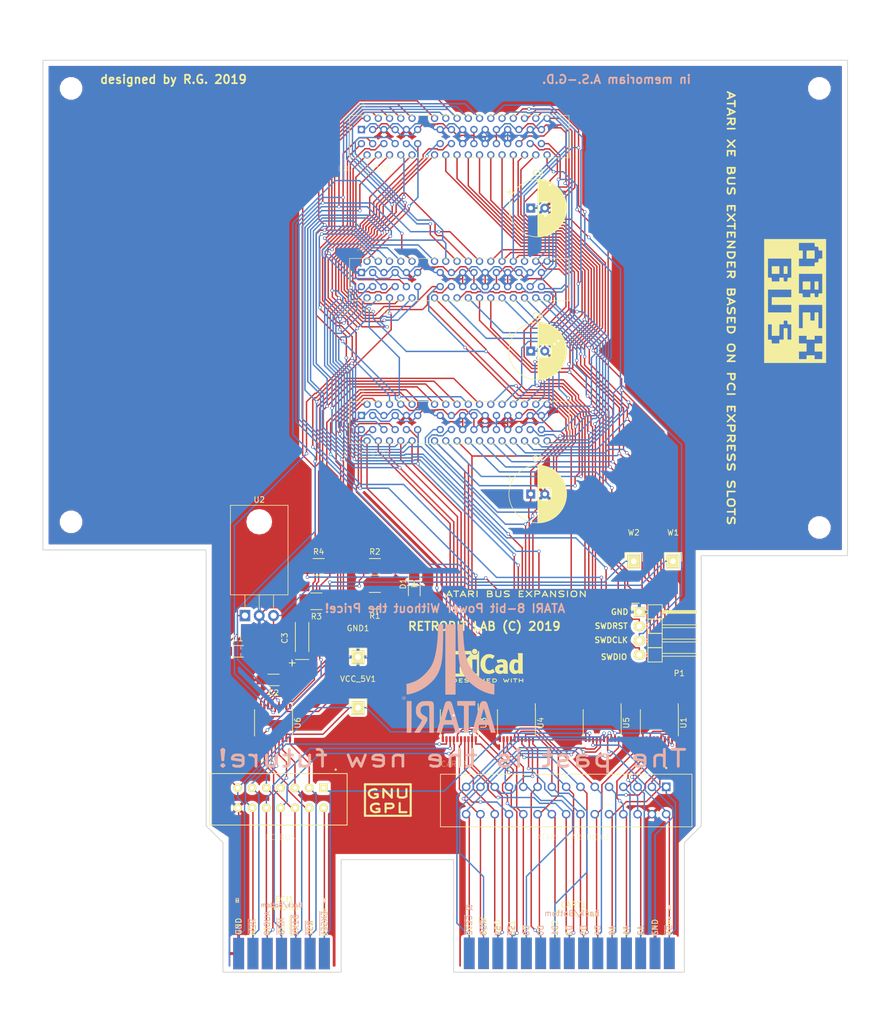
<source format=kicad_pcb>
(kicad_pcb (version 4) (host pcbnew 4.0.2+dfsg1-stable)
  (layers (0 F.Cu signal) (31 B.Cu signal) (34 B.Paste user) (35 F.Paste user) (36 B.SilkS user) (37 F.SilkS user) (38 B.Mask user) (39 F.Mask user) (44 Edge.Cuts user))
  (net 0 "")
  (net 1 VCC_5V)
  (net 2 GND)
  (net 3 "Net-(C2-Pad1)")
  (net 4 RD4)
  (net 5 ~S4)
  (net 6 A3)
  (net 7 A2)
  (net 8 A1)
  (net 9 A0)
  (net 10 D4)
  (net 11 D5)
  (net 12 D2)
  (net 13 D1)
  (net 14 D0)
  (net 15 D6)
  (net 16 ~S5)
  (net 17 RD5)
  (net 18 ~CCTL)
  (net 19 A4)
  (net 20 A5)
  (net 21 A6)
  (net 22 A7)
  (net 23 A8)
  (net 24 A9)
  (net 25 A12)
  (net 26 D3)
  (net 27 D7)
  (net 28 A11)
  (net 29 A10)
  (net 30 R/~W)
  (net 31 PHI2)
  (net 32 VCC_3V3)
  (net 33 "Net-(D1-Pad1)")
  (net 34 RSRVD)
  (net 35 ~EXSEL)
  (net 36 ~RST)
  (net 37 ~D1XX)
  (net 38 ~MPD)
  (net 39 AUDIO)
  (net 40 ~REF)
  (net 41 ~IRQ)
  (net 42 ~HALT)
  (net 43 A13)
  (net 44 A14)
  (net 45 A15)
  (net 46 "Net-(R4-Pad2)")
  (net 47 ~mRST)
  (net 48 ~mCCTL)
  (net 49 ~mHALT)
  (net 50 mR/~W)
  (net 51 ~mD1XX)
  (net 52 ~mEXSEL)
  (net 53 ~mMPD)
  (net 54 ~mREF)
  (net 55 ~mIRQ)
  (net 56 ~mS5)
  (net 57 mRD5)
  (net 58 ~mS4)
  (net 59 mRD4)
  (net 60 mAUDIO)
  (net 61 mD7)
  (net 62 mD6)
  (net 63 mD5)
  (net 64 mD4)
  (net 65 mD3)
  (net 66 mD2)
  (net 67 mD1)
  (net 68 mD0)
  (net 69 mPHI2)
  (net 70 mA15)
  (net 71 mA14)
  (net 72 mA13)
  (net 73 mA12)
  (net 74 mA11)
  (net 75 mA10)
  (net 76 mA9)
  (net 77 mA8)
  (net 78 mA7)
  (net 79 mA6)
  (net 80 mA5)
  (net 81 mA4)
  (net 82 mA3)
  (net 83 mA2)
  (net 84 mA1)
  (net 85 mA0)
  (net 86 "Net-(R4-Pad1)")
  (net 87 /SWDIO)
  (net 88 /SWDCLK)
  (net 89 /SWDRST)
  (net 90 "Net-(R3-Pad1)")
  (net 91 "Net-(R3-Pad2)")
  (module Symbol:KiCad-Logo2_5mm_SilkScreen (layer F.Cu) (at 132.08 129.54)
    (fp_text reference REF** hide)
    (fp_text value KiCad-Logo2_5mm_SilkScreen hide)
  )
  (module RetroBitLab:Symbol_GNU-GPL_SilkScreen_Small (layer F.Cu) (at 114.3 153.67)
    (fp_text reference GPL hide)
    (fp_text value Symbol_GNU-GPL_CopperTop_Small)
  )
  (module RetroBitLab:ABEX_Logo_22mmx11mm_WB (layer F.Cu) (at 186.69 64.77 270)
    (fp_text reference LOGO hide)
    (fp_text value LOGO hide)
  )
  (module Capacitors_SMD:C_1206_HandSoldering (layer F.Cu) (at 87.63 127)
    (fp_text reference C1 (at 0 -2.3) (layer F.SilkS))
    (fp_text value 10u)
    (pad 1 smd rect (at -2 0) (size 2 1.6) (layers F.Cu F.Paste F.Mask) (net 1 VCC_5V))
    (pad 2 smd rect (at 2 0) (size 2 1.6) (layers F.Cu F.Paste F.Mask) (net 2 GND))
  )
  (module Capacitors_SMD:C_1206_HandSoldering (layer F.Cu) (at 93.98 132.08 180)
    (fp_text reference C2 (at 0 -2.3 180) (layer F.SilkS))
    (fp_text value 100n)
    (pad 1 smd rect (at -2 0 180) (size 2 1.6) (layers F.Cu F.Paste F.Mask) (net 3 "Net-(C2-Pad1)"))
    (pad 2 smd rect (at 2 0 180) (size 2 1.6) (layers F.Cu F.Paste F.Mask) (net 2 GND))
  )
  (module Capacitors_Tantalum_SMD:TantalC_SizeA_EIA-3216_HandSoldering (layer F.Cu) (at 99.06 124.46 90)
    (fp_text reference C3 (at -0.20066 -3.0988 90) (layer F.SilkS))
    (fp_text value 22u)
    (fp_text user + (at -4.59994 -1.80086 90) (layer F.SilkS))
    (pad 2 smd rect (at 1.99898 0 90) (size 2.99974 1.50114) (layers F.Cu F.Paste F.Mask) (net 2 GND))
    (pad 1 smd rect (at -1.99898 0 90) (size 2.99974 1.50114) (layers F.Cu F.Paste F.Mask) (net 3 "Net-(C2-Pad1)"))
  )
  (module RetroBitLab:ATARI-LEFT-CARTRIDGE (layer F.Cu) (at 127.5 171)
    (fp_text reference CART1 (at 19.812 1.016) (layer F.SilkS))
    (fp_text value ATARI-CARTRIDGE)
    (fp_text user S (at 1.016 1.524) (layer F.SilkS) (effects (font (size 0.75 0.75))))
    (fp_text user A (at 36.83 1.524) (layer F.SilkS) (effects (font (size 0.75 0.75))))
    (fp_text user 15 (at 1.27 1.524) (layer B.SilkS) (effects (font (size 0.75 0.75)) (justify mirror)))
    (fp_text user 1 (at 36.83 1.524) (layer B.SilkS) (effects (font (size 0.75 0.75)) (justify mirror)))
    (fp_text user Back/Bottom (at 19.558 2.54) (layer B.SilkS) (effects (justify mirror)))
    (fp_text user Front/Top (at 20.32 2.54) (layer F.SilkS))
    (fp_text user GND (at 34.29 5.08 90) (layer F.SilkS))
    (fp_text user A5 (at 29.21 5.588 90) (layer F.SilkS))
    (fp_text user A6 (at 26.67 5.588 90) (layer F.SilkS))
    (fp_text user A7 (at 24.13 5.588 90) (layer F.SilkS))
    (fp_text user A8 (at 21.59 5.588 90) (layer F.SilkS))
    (fp_text user A9 (at 19.05 5.588 90) (layer F.SilkS))
    (fp_text user A12 (at 16.51 5.08 90) (layer F.SilkS))
    (fp_text user A11 (at 8.89 5.08 90) (layer F.SilkS))
    (fp_text user A10 (at 6.35 5.08 90) (layer F.SilkS))
    (fp_text user R/~W (at 3.81 4.826 90) (layer F.SilkS))
    (fp_text user B02 (at 1.27 5.08 90) (layer F.SilkS))
    (fp_text user ~CCTL (at 1.27 4.572 90) (layer B.SilkS) (effects (justify mirror)))
    (fp_text user RD5 (at 3.81 5.08 90) (layer B.SilkS) (effects (justify mirror)))
    (fp_text user ~S5 (at 8.89 5.588 90) (layer B.SilkS) (effects (justify mirror)))
    (fp_text user D3 (at 13.97 5.588 90) (layer F.SilkS))
    (fp_text user D2 (at 19.05 5.588 90) (layer B.SilkS) (effects (justify mirror)))
    (fp_text user D1 (at 16.51 5.588 90) (layer B.SilkS) (effects (justify mirror)))
    (fp_text user D0 (at 13.97 5.588 90) (layer B.SilkS) (effects (justify mirror)))
    (fp_text user A4 (at 31.75 5.588 90) (layer F.SilkS))
    (fp_text user D7 (at 11.43 5.588 90) (layer F.SilkS))
    (fp_text user D6 (at 11.43 5.588 90) (layer B.SilkS) (effects (justify mirror)))
    (fp_text user D5 (at 21.59 5.588 90) (layer B.SilkS) (effects (justify mirror)))
    (fp_text user D4 (at 24.13 5.588 90) (layer B.SilkS) (effects (justify mirror)))
    (fp_text user A0 (at 26.67 5.588 90) (layer B.SilkS) (effects (justify mirror)))
    (fp_text user A1 (at 29.21 5.588 90) (layer B.SilkS) (effects (justify mirror)))
    (fp_text user A2 (at 31.75 5.588 90) (layer B.SilkS) (effects (justify mirror)))
    (fp_text user A3 (at 34.29 5.588 90) (layer B.SilkS) (effects (justify mirror)))
    (fp_text user ~S4 (at 36.83 5.588 90) (layer B.SilkS) (effects (justify mirror)))
    (fp_text user 5V (at 6.35 5.588 90) (layer B.SilkS) (effects (justify mirror)))
    (fp_text user RD4 (at 36.83 5.08 90) (layer F.SilkS))
    (pad A smd rect (at 36.83 9.652 270) (size 5.588 1.9304) (layers F.Cu F.Paste F.Mask) (net 4 RD4))
    (pad 1 smd rect (at 36.83 9.652 270) (size 5.588 1.9304) (layers B.Cu B.Paste B.Mask) (net 5 ~S4))
    (pad 2 smd rect (at 34.29 9.652 270) (size 5.588 1.9304) (layers B.Cu B.Paste B.Mask) (net 6 A3))
    (pad 3 smd rect (at 31.75 9.652 270) (size 5.588 1.9304) (layers B.Cu B.Paste B.Mask) (net 7 A2))
    (pad 4 smd rect (at 29.21 9.652 270) (size 5.588 1.9304) (layers B.Cu B.Paste B.Mask) (net 8 A1))
    (pad 5 smd rect (at 26.67 9.652 270) (size 5.588 1.9304) (layers B.Cu B.Paste B.Mask) (net 9 A0))
    (pad 6 smd rect (at 24.13 9.652 270) (size 5.588 1.9304) (layers B.Cu B.Paste B.Mask) (net 10 D4))
    (pad 7 smd rect (at 21.59 9.652 270) (size 5.588 1.9304) (layers B.Cu B.Paste B.Mask) (net 11 D5))
    (pad 8 smd rect (at 19.05 9.652 270) (size 5.588 1.9304) (layers B.Cu B.Paste B.Mask) (net 12 D2))
    (pad 9 smd rect (at 16.51 9.652 270) (size 5.588 1.9304) (layers B.Cu B.Paste B.Mask) (net 13 D1))
    (pad 10 smd rect (at 13.97 9.652 270) (size 5.588 1.9304) (layers B.Cu B.Paste B.Mask) (net 14 D0))
    (pad 11 smd rect (at 11.43 9.652 270) (size 5.588 1.9304) (layers B.Cu B.Paste B.Mask) (net 15 D6))
    (pad 12 smd rect (at 8.89 9.652 270) (size 5.588 1.9304) (layers B.Cu B.Paste B.Mask) (net 16 ~S5))
    (pad 13 smd rect (at 6.35 9.652 270) (size 5.588 1.9304) (layers B.Cu B.Paste B.Mask) (net 1 VCC_5V))
    (pad 14 smd rect (at 3.81 9.652 270) (size 5.588 1.9304) (layers B.Cu B.Paste B.Mask) (net 17 RD5))
    (pad 15 smd rect (at 1.27 9.652 270) (size 5.588 1.9304) (layers B.Cu B.Paste B.Mask) (net 18 ~CCTL))
    (pad B smd rect (at 34.29 9.652 270) (size 5.588 1.9304) (layers F.Cu F.Paste F.Mask) (net 2 GND))
    (pad C smd rect (at 31.75 9.652 270) (size 5.588 1.9304) (layers F.Cu F.Paste F.Mask) (net 19 A4))
    (pad D smd rect (at 29.21 9.652 270) (size 5.588 1.9304) (layers F.Cu F.Paste F.Mask) (net 20 A5))
    (pad E smd rect (at 26.67 9.652 270) (size 5.588 1.9304) (layers F.Cu F.Paste F.Mask) (net 21 A6))
    (pad F smd rect (at 24.13 9.652 270) (size 5.588 1.9304) (layers F.Cu F.Paste F.Mask) (net 22 A7))
    (pad H smd rect (at 21.59 9.652 270) (size 5.588 1.9304) (layers F.Cu F.Paste F.Mask) (net 23 A8))
    (pad J smd rect (at 19.05 9.652 270) (size 5.588 1.9304) (layers F.Cu F.Paste F.Mask) (net 24 A9))
    (pad K smd rect (at 16.51 9.652 270) (size 5.588 1.9304) (layers F.Cu F.Paste F.Mask) (net 25 A12))
    (pad L smd rect (at 13.97 9.652 270) (size 5.588 1.9304) (layers F.Cu F.Paste F.Mask) (net 26 D3))
    (pad M smd rect (at 11.43 9.652 270) (size 5.588 1.9304) (layers F.Cu F.Paste F.Mask) (net 27 D7))
    (pad N smd rect (at 8.89 9.652 270) (size 5.588 1.9304) (layers F.Cu F.Paste F.Mask) (net 28 A11))
    (pad P smd rect (at 6.35 9.652 270) (size 5.588 1.9304) (layers F.Cu F.Paste F.Mask) (net 29 A10))
    (pad R smd rect (at 3.81 9.652 270) (size 5.588 1.9304) (layers F.Cu F.Paste F.Mask) (net 30 R/~W))
    (pad S smd rect (at 1.27 9.652 270) (size 5.588 1.9304) (layers F.Cu F.Paste F.Mask) (net 31 PHI2))
  )
  (module RetroBitLab:TE_5530843-2_15X2_CART_EDGE_CONNECTOR (layer F.Cu) (at 146 153.5)
    (fp_text reference CART2 (at -20.0165 -6.4786) (layer F.SilkS) (effects (font (size 1.00113 1.00113) (thickness 0.05))))
    (fp_text value ATARI-CARTRIDGE (at 1.32 6.52) (layer F.SilkS) (effects (font (size 1.00155 1.00155) (thickness 0.05))))
    (pad 15 thru_hole circle (at -17.78 -2.4257) (size 1.524 1.524) (drill 1.016) (layers *.Cu *.Mask) (net 18 ~CCTL))
    (pad S thru_hole circle (at -17.78 2.4257) (size 1.524 1.524) (drill 1.016) (layers *.Cu *.Mask) (net 31 PHI2))
    (pad 14 thru_hole circle (at -15.24 -2.4257) (size 1.524 1.524) (drill 1.016) (layers *.Cu *.Mask) (net 17 RD5))
    (pad R thru_hole circle (at -15.24 2.4257) (size 1.524 1.524) (drill 1.016) (layers *.Cu *.Mask) (net 30 R/~W))
    (pad 13 thru_hole circle (at -12.7 -2.4257) (size 1.524 1.524) (drill 1.016) (layers *.Cu *.Mask) (net 1 VCC_5V))
    (pad P thru_hole circle (at -12.7 2.4257) (size 1.524 1.524) (drill 1.016) (layers *.Cu *.Mask) (net 29 A10))
    (pad 12 thru_hole circle (at -10.16 -2.4257) (size 1.524 1.524) (drill 1.016) (layers *.Cu *.Mask) (net 16 ~S5))
    (pad N thru_hole circle (at -10.16 2.4257) (size 1.524 1.524) (drill 1.016) (layers *.Cu *.Mask) (net 28 A11))
    (pad 11 thru_hole circle (at -7.62 -2.4257) (size 1.524 1.524) (drill 1.016) (layers *.Cu *.Mask) (net 15 D6))
    (pad M thru_hole circle (at -7.62 2.4257) (size 1.524 1.524) (drill 1.016) (layers *.Cu *.Mask) (net 27 D7))
    (pad 10 thru_hole circle (at -5.08 -2.4257) (size 1.524 1.524) (drill 1.016) (layers *.Cu *.Mask) (net 14 D0))
    (pad L thru_hole circle (at -5.08 2.4257) (size 1.524 1.524) (drill 1.016) (layers *.Cu *.Mask) (net 26 D3))
    (pad 9 thru_hole circle (at -2.54 -2.4257) (size 1.524 1.524) (drill 1.016) (layers *.Cu *.Mask) (net 13 D1))
    (pad K thru_hole circle (at -2.54 2.4257) (size 1.524 1.524) (drill 1.016) (layers *.Cu *.Mask) (net 25 A12))
    (pad 8 thru_hole circle (at 0 -2.4257) (size 1.524 1.524) (drill 1.016) (layers *.Cu *.Mask) (net 12 D2))
    (pad J thru_hole circle (at 0 2.4257) (size 1.524 1.524) (drill 1.016) (layers *.Cu *.Mask) (net 24 A9))
    (pad 7 thru_hole circle (at 2.54 -2.4257) (size 1.524 1.524) (drill 1.016) (layers *.Cu *.Mask) (net 11 D5))
    (pad H thru_hole circle (at 2.54 2.4257) (size 1.524 1.524) (drill 1.016) (layers *.Cu *.Mask) (net 23 A8))
    (pad 6 thru_hole circle (at 5.08 -2.4257) (size 1.524 1.524) (drill 1.016) (layers *.Cu *.Mask) (net 10 D4))
    (pad F thru_hole circle (at 5.08 2.4257) (size 1.524 1.524) (drill 1.016) (layers *.Cu *.Mask) (net 22 A7))
    (pad 5 thru_hole circle (at 7.62 -2.4257) (size 1.524 1.524) (drill 1.016) (layers *.Cu *.Mask) (net 9 A0))
    (pad E thru_hole circle (at 7.62 2.4257) (size 1.524 1.524) (drill 1.016) (layers *.Cu *.Mask) (net 21 A6))
    (pad 4 thru_hole circle (at 10.16 -2.4257) (size 1.524 1.524) (drill 1.016) (layers *.Cu *.Mask) (net 8 A1))
    (pad D thru_hole circle (at 10.16 2.4257) (size 1.524 1.524) (drill 1.016) (layers *.Cu *.Mask) (net 20 A5))
    (pad 3 thru_hole circle (at 12.7 -2.4257) (size 1.524 1.524) (drill 1.016) (layers *.Cu *.Mask) (net 7 A2))
    (pad C thru_hole circle (at 12.7 2.4257) (size 1.524 1.524) (drill 1.016) (layers *.Cu *.Mask) (net 19 A4))
    (pad 2 thru_hole circle (at 15.24 -2.4257) (size 1.524 1.524) (drill 1.016) (layers *.Cu *.Mask) (net 6 A3))
    (pad B thru_hole circle (at 15.24 2.4257) (size 1.524 1.524) (drill 1.016) (layers *.Cu *.Mask) (net 2 GND))
    (pad 1 thru_hole rect (at 17.78 -2.4257) (size 1.524 1.524) (drill 1.016) (layers *.Cu *.Mask) (net 5 ~S4))
    (pad A thru_hole circle (at 17.78 2.4257) (size 1.524 1.524) (drill 1.016) (layers *.Cu *.Mask) (net 4 RD4))
  )
  (module LEDs:LED_1206 (layer F.Cu) (at 119 115 90)
    (fp_text reference D1 (at 0 -2 90) (layer F.SilkS))
    (fp_text value "LED GREEN")
    (pad 2 smd rect (at 1.41986 0 270) (size 1.59766 1.80086) (layers F.Cu F.Paste F.Mask) (net 32 VCC_3V3))
    (pad 1 smd rect (at -1.41986 0 270) (size 1.59766 1.80086) (layers F.Cu F.Paste F.Mask) (net 33 "Net-(D1-Pad1)"))
  )
  (module RetroBitLab:ATARI-XE-ECI-SLOT (layer F.Cu) (at 85.75 184.5)
    (fp_text reference ECI1 (at 10.16 -13.462) (layer F.SilkS))
    (fp_text value ECIBUS)
    (fp_text user 7 (at 1.778 -13.208) (layer B.SilkS) (effects (font (size 0.75 0.75)) (justify mirror)))
    (fp_text user 1 (at 17.272 -13.208) (layer B.SilkS) (effects (font (size 0.75 0.75)) (justify mirror)))
    (fp_text user Back/Bottom (at 9.652 -12.446) (layer B.SilkS) (effects (font (size 0.75 0.75)) (justify mirror)))
    (fp_text user Front/Top (at 9.906 -11.938) (layer F.SilkS) (effects (font (size 0.75 0.75))))
    (fp_text user H (at 1.778 -13.208) (layer F.SilkS) (effects (font (size 0.75 0.75))))
    (fp_text user A (at 17.272 -13.208) (layer F.SilkS) (effects (font (size 0.75 0.75))))
    (fp_text user Reserved (at 17.272 -9.398 90) (layer F.SilkS) (effects (font (size 0.75 0.75))))
    (fp_text user ~IRQ (at 14.732 -8.382 90) (layer F.SilkS))
    (fp_text user ~HALT (at 11.938 -8.89 90) (layer F.SilkS))
    (fp_text user A13 (at 9.652 -8.382 90) (layer F.SilkS))
    (fp_text user A14 (at 7.112 -8.382 90) (layer F.SilkS))
    (fp_text user A15 (at 4.572 -8.382 90) (layer F.SilkS))
    (fp_text user ~REF (at 4.572 -8.636 90) (layer B.SilkS) (effects (justify mirror)))
    (fp_text user AUDIO (at 7.112 -9.144 90) (layer B.SilkS) (effects (justify mirror)))
    (fp_text user ~MPD (at 9.652 -8.636 90) (layer B.SilkS) (effects (justify mirror)))
    (fp_text user ~D1XX (at 12.192 -8.89 90) (layer B.SilkS) (effects (justify mirror)))
    (fp_text user ~RST (at 14.732 -8.382 90) (layer B.SilkS) (effects (justify mirror)))
    (fp_text user ~EXSEL (at 17.272 -9.144 90) (layer B.SilkS) (effects (justify mirror)))
    (fp_text user 5V (at 2.032 -8.128 90) (layer B.SilkS) (effects (justify mirror)))
    (fp_text user GND (at 2.032 -8.636 90) (layer F.SilkS))
    (pad A smd rect (at 17.272 -3.81 270) (size 5.588 1.9304) (layers F.Cu F.Paste F.Mask) (net 34 RSRVD))
    (pad 1 smd rect (at 17.272 -3.81 270) (size 5.588 1.9304) (layers B.Cu B.Paste B.Mask) (net 35 ~EXSEL))
    (pad 2 smd rect (at 14.732 -3.81 270) (size 5.588 1.9304) (layers B.Cu B.Paste B.Mask) (net 36 ~RST))
    (pad 3 smd rect (at 12.192 -3.81 270) (size 5.588 1.9304) (layers B.Cu B.Paste B.Mask) (net 37 ~D1XX))
    (pad 4 smd rect (at 9.652 -3.81 270) (size 5.588 1.9304) (layers B.Cu B.Paste B.Mask) (net 38 ~MPD))
    (pad 5 smd rect (at 7.112 -3.81 270) (size 5.588 1.9304) (layers B.Cu B.Paste B.Mask) (net 39 AUDIO))
    (pad 6 smd rect (at 4.572 -3.81 270) (size 5.588 1.9304) (layers B.Cu B.Paste B.Mask) (net 40 ~REF))
    (pad 7 smd rect (at 2.032 -3.81 270) (size 5.588 1.9304) (layers B.Cu B.Paste B.Mask) (net 1 VCC_5V))
    (pad B smd rect (at 14.732 -3.81 270) (size 5.588 1.9304) (layers F.Cu F.Paste F.Mask) (net 41 ~IRQ))
    (pad C smd rect (at 12.192 -3.81 270) (size 5.588 1.9304) (layers F.Cu F.Paste F.Mask) (net 42 ~HALT))
    (pad D smd rect (at 9.652 -3.81 270) (size 5.588 1.9304) (layers F.Cu F.Paste F.Mask) (net 43 A13))
    (pad E smd rect (at 7.112 -3.81 270) (size 5.588 1.9304) (layers F.Cu F.Paste F.Mask) (net 44 A14))
    (pad F smd rect (at 4.572 -3.81 270) (size 5.588 1.9304) (layers F.Cu F.Paste F.Mask) (net 45 A15))
    (pad H smd rect (at 2.032 -3.81 270) (size 5.588 1.9304) (layers F.Cu F.Paste F.Mask) (net 2 GND))
  )
  (module Resistors_SMD:R_1210_HandSoldering (layer F.Cu) (at 112 118 180)
    (fp_text reference R1 (at 0 -2.7 180) (layer F.SilkS))
    (fp_text value 1.5K)
    (pad 1 smd rect (at -2 0 180) (size 2 2.5) (layers F.Cu F.Paste F.Mask) (net 33 "Net-(D1-Pad1)"))
    (pad 2 smd rect (at 2 0 180) (size 2 2.5) (layers F.Cu F.Paste F.Mask) (net 2 GND))
  )
  (module Resistors_SMD:R_1210_HandSoldering (layer F.Cu) (at 112 112)
    (fp_text reference R2 (at 0 -2.7) (layer F.SilkS))
    (fp_text value 0)
    (pad 1 smd rect (at -2 0) (size 2 2.5) (layers F.Cu F.Paste F.Mask) (net 3 "Net-(C2-Pad1)"))
    (pad 2 smd rect (at 2 0) (size 2 2.5) (layers F.Cu F.Paste F.Mask) (net 32 VCC_3V3))
  )
  (module Resistors_SMD:R_1210_HandSoldering (layer F.Cu) (at 102 112)
    (fp_text reference R4 (at 0 -2.7) (layer F.SilkS))
    (fp_text value 0)
    (pad 1 smd rect (at -2 0) (size 2 2.5) (layers F.Cu F.Paste F.Mask) (net 86 "Net-(R4-Pad1)"))
    (pad 2 smd rect (at 2 0) (size 2 2.5) (layers F.Cu F.Paste F.Mask) (net 46 "Net-(R4-Pad2)"))
  )
  (module Housings_SSOP:SSOP-20_4.4x6.5mm_Pitch0.65mm (layer F.Cu) (at 162.56 139.7 270)
    (fp_text reference U1 (at 0 -4.3 270) (layer F.SilkS))
    (fp_text value TXB0108-PW)
    (pad 1 smd rect (at -2.9 -2.925 270) (size 1 0.4) (layers F.Cu F.Paste F.Mask) (net 85 mA0))
    (pad 2 smd rect (at -2.9 -2.275 270) (size 1 0.4) (layers F.Cu F.Paste F.Mask) (net 32 VCC_3V3))
    (pad 3 smd rect (at -2.9 -1.625 270) (size 1 0.4) (layers F.Cu F.Paste F.Mask) (net 84 mA1))
    (pad 4 smd rect (at -2.9 -0.975 270) (size 1 0.4) (layers F.Cu F.Paste F.Mask) (net 83 mA2))
    (pad 5 smd rect (at -2.9 -0.325 270) (size 1 0.4) (layers F.Cu F.Paste F.Mask) (net 82 mA3))
    (pad 6 smd rect (at -2.9 0.325 270) (size 1 0.4) (layers F.Cu F.Paste F.Mask) (net 81 mA4))
    (pad 7 smd rect (at -2.9 0.975 270) (size 1 0.4) (layers F.Cu F.Paste F.Mask) (net 80 mA5))
    (pad 8 smd rect (at -2.9 1.625 270) (size 1 0.4) (layers F.Cu F.Paste F.Mask) (net 79 mA6))
    (pad 9 smd rect (at -2.9 2.275 270) (size 1 0.4) (layers F.Cu F.Paste F.Mask) (net 78 mA7))
    (pad 10 smd rect (at -2.9 2.925 270) (size 1 0.4) (layers F.Cu F.Paste F.Mask) (net 32 VCC_3V3))
    (pad 11 smd rect (at 2.9 2.925 270) (size 1 0.4) (layers F.Cu F.Paste F.Mask) (net 2 GND))
    (pad 12 smd rect (at 2.9 2.275 270) (size 1 0.4) (layers F.Cu F.Paste F.Mask) (net 22 A7))
    (pad 13 smd rect (at 2.9 1.625 270) (size 1 0.4) (layers F.Cu F.Paste F.Mask) (net 21 A6))
    (pad 14 smd rect (at 2.9 0.975 270) (size 1 0.4) (layers F.Cu F.Paste F.Mask) (net 20 A5))
    (pad 15 smd rect (at 2.9 0.325 270) (size 1 0.4) (layers F.Cu F.Paste F.Mask) (net 19 A4))
    (pad 16 smd rect (at 2.9 -0.325 270) (size 1 0.4) (layers F.Cu F.Paste F.Mask) (net 6 A3))
    (pad 17 smd rect (at 2.9 -0.975 270) (size 1 0.4) (layers F.Cu F.Paste F.Mask) (net 7 A2))
    (pad 18 smd rect (at 2.9 -1.625 270) (size 1 0.4) (layers F.Cu F.Paste F.Mask) (net 8 A1))
    (pad 19 smd rect (at 2.9 -2.275 270) (size 1 0.4) (layers F.Cu F.Paste F.Mask) (net 1 VCC_5V))
    (pad 20 smd rect (at 2.9 -2.925 270) (size 1 0.4) (layers F.Cu F.Paste F.Mask) (net 9 A0))
  )
  (module Housings_SSOP:SSOP-20_4.4x6.5mm_Pitch0.65mm (layer F.Cu) (at 127 139.7 270)
    (fp_text reference U3 (at 0 -4.3 270) (layer F.SilkS))
    (fp_text value TXB0108-PW)
    (pad 1 smd rect (at -2.9 -2.925 270) (size 1 0.4) (layers F.Cu F.Paste F.Mask) (net 77 mA8))
    (pad 2 smd rect (at -2.9 -2.275 270) (size 1 0.4) (layers F.Cu F.Paste F.Mask) (net 32 VCC_3V3))
    (pad 3 smd rect (at -2.9 -1.625 270) (size 1 0.4) (layers F.Cu F.Paste F.Mask) (net 76 mA9))
    (pad 4 smd rect (at -2.9 -0.975 270) (size 1 0.4) (layers F.Cu F.Paste F.Mask) (net 75 mA10))
    (pad 5 smd rect (at -2.9 -0.325 270) (size 1 0.4) (layers F.Cu F.Paste F.Mask) (net 74 mA11))
    (pad 6 smd rect (at -2.9 0.325 270) (size 1 0.4) (layers F.Cu F.Paste F.Mask) (net 73 mA12))
    (pad 7 smd rect (at -2.9 0.975 270) (size 1 0.4) (layers F.Cu F.Paste F.Mask) (net 72 mA13))
    (pad 8 smd rect (at -2.9 1.625 270) (size 1 0.4) (layers F.Cu F.Paste F.Mask) (net 71 mA14))
    (pad 9 smd rect (at -2.9 2.275 270) (size 1 0.4) (layers F.Cu F.Paste F.Mask) (net 70 mA15))
    (pad 10 smd rect (at -2.9 2.925 270) (size 1 0.4) (layers F.Cu F.Paste F.Mask) (net 32 VCC_3V3))
    (pad 11 smd rect (at 2.9 2.925 270) (size 1 0.4) (layers F.Cu F.Paste F.Mask) (net 2 GND))
    (pad 12 smd rect (at 2.9 2.275 270) (size 1 0.4) (layers F.Cu F.Paste F.Mask) (net 45 A15))
    (pad 13 smd rect (at 2.9 1.625 270) (size 1 0.4) (layers F.Cu F.Paste F.Mask) (net 44 A14))
    (pad 14 smd rect (at 2.9 0.975 270) (size 1 0.4) (layers F.Cu F.Paste F.Mask) (net 43 A13))
    (pad 15 smd rect (at 2.9 0.325 270) (size 1 0.4) (layers F.Cu F.Paste F.Mask) (net 25 A12))
    (pad 16 smd rect (at 2.9 -0.325 270) (size 1 0.4) (layers F.Cu F.Paste F.Mask) (net 28 A11))
    (pad 17 smd rect (at 2.9 -0.975 270) (size 1 0.4) (layers F.Cu F.Paste F.Mask) (net 29 A10))
    (pad 18 smd rect (at 2.9 -1.625 270) (size 1 0.4) (layers F.Cu F.Paste F.Mask) (net 24 A9))
    (pad 19 smd rect (at 2.9 -2.275 270) (size 1 0.4) (layers F.Cu F.Paste F.Mask) (net 1 VCC_5V))
    (pad 20 smd rect (at 2.9 -2.925 270) (size 1 0.4) (layers F.Cu F.Paste F.Mask) (net 23 A8))
  )
  (module Housings_SSOP:SSOP-20_4.4x6.5mm_Pitch0.65mm (layer F.Cu) (at 137.16 139.7 270)
    (fp_text reference U4 (at 0 -4.3 270) (layer F.SilkS))
    (fp_text value TXB0108-PW)
    (pad 1 smd rect (at -2.9 -2.925 270) (size 1 0.4) (layers F.Cu F.Paste F.Mask) (net 68 mD0))
    (pad 2 smd rect (at -2.9 -2.275 270) (size 1 0.4) (layers F.Cu F.Paste F.Mask) (net 32 VCC_3V3))
    (pad 3 smd rect (at -2.9 -1.625 270) (size 1 0.4) (layers F.Cu F.Paste F.Mask) (net 67 mD1))
    (pad 4 smd rect (at -2.9 -0.975 270) (size 1 0.4) (layers F.Cu F.Paste F.Mask) (net 66 mD2))
    (pad 5 smd rect (at -2.9 -0.325 270) (size 1 0.4) (layers F.Cu F.Paste F.Mask) (net 65 mD3))
    (pad 6 smd rect (at -2.9 0.325 270) (size 1 0.4) (layers F.Cu F.Paste F.Mask) (net 64 mD4))
    (pad 7 smd rect (at -2.9 0.975 270) (size 1 0.4) (layers F.Cu F.Paste F.Mask) (net 63 mD5))
    (pad 8 smd rect (at -2.9 1.625 270) (size 1 0.4) (layers F.Cu F.Paste F.Mask) (net 62 mD6))
    (pad 9 smd rect (at -2.9 2.275 270) (size 1 0.4) (layers F.Cu F.Paste F.Mask) (net 61 mD7))
    (pad 10 smd rect (at -2.9 2.925 270) (size 1 0.4) (layers F.Cu F.Paste F.Mask) (net 32 VCC_3V3))
    (pad 11 smd rect (at 2.9 2.925 270) (size 1 0.4) (layers F.Cu F.Paste F.Mask) (net 2 GND))
    (pad 12 smd rect (at 2.9 2.275 270) (size 1 0.4) (layers F.Cu F.Paste F.Mask) (net 27 D7))
    (pad 13 smd rect (at 2.9 1.625 270) (size 1 0.4) (layers F.Cu F.Paste F.Mask) (net 15 D6))
    (pad 14 smd rect (at 2.9 0.975 270) (size 1 0.4) (layers F.Cu F.Paste F.Mask) (net 11 D5))
    (pad 15 smd rect (at 2.9 0.325 270) (size 1 0.4) (layers F.Cu F.Paste F.Mask) (net 10 D4))
    (pad 16 smd rect (at 2.9 -0.325 270) (size 1 0.4) (layers F.Cu F.Paste F.Mask) (net 26 D3))
    (pad 17 smd rect (at 2.9 -0.975 270) (size 1 0.4) (layers F.Cu F.Paste F.Mask) (net 12 D2))
    (pad 18 smd rect (at 2.9 -1.625 270) (size 1 0.4) (layers F.Cu F.Paste F.Mask) (net 13 D1))
    (pad 19 smd rect (at 2.9 -2.275 270) (size 1 0.4) (layers F.Cu F.Paste F.Mask) (net 1 VCC_5V))
    (pad 20 smd rect (at 2.9 -2.925 270) (size 1 0.4) (layers F.Cu F.Paste F.Mask) (net 14 D0))
  )
  (module Housings_SSOP:SSOP-20_4.4x6.5mm_Pitch0.65mm (layer F.Cu) (at 152.4 139.7 270)
    (fp_text reference U5 (at 0 -4.3 270) (layer F.SilkS))
    (fp_text value TXB0108-PW)
    (pad 1 smd rect (at -2.9 -2.925 270) (size 1 0.4) (layers F.Cu F.Paste F.Mask) (net 69 mPHI2))
    (pad 2 smd rect (at -2.9 -2.275 270) (size 1 0.4) (layers F.Cu F.Paste F.Mask) (net 32 VCC_3V3))
    (pad 3 smd rect (at -2.9 -1.625 270) (size 1 0.4) (layers F.Cu F.Paste F.Mask) (net 50 mR/~W))
    (pad 4 smd rect (at -2.9 -0.975 270) (size 1 0.4) (layers F.Cu F.Paste F.Mask) (net 59 mRD4))
    (pad 5 smd rect (at -2.9 -0.325 270) (size 1 0.4) (layers F.Cu F.Paste F.Mask) (net 48 ~mCCTL))
    (pad 6 smd rect (at -2.9 0.325 270) (size 1 0.4) (layers F.Cu F.Paste F.Mask) (net 57 mRD5))
    (pad 7 smd rect (at -2.9 0.975 270) (size 1 0.4) (layers F.Cu F.Paste F.Mask) (net 56 ~mS5))
    (pad 8 smd rect (at -2.9 1.625 270) (size 1 0.4) (layers F.Cu F.Paste F.Mask) (net 58 ~mS4))
    (pad 9 smd rect (at -2.9 2.275 270) (size 1 0.4) (layers F.Cu F.Paste F.Mask) (net 52 ~mEXSEL))
    (pad 10 smd rect (at -2.9 2.925 270) (size 1 0.4) (layers F.Cu F.Paste F.Mask) (net 32 VCC_3V3))
    (pad 11 smd rect (at 2.9 2.925 270) (size 1 0.4) (layers F.Cu F.Paste F.Mask) (net 2 GND))
    (pad 12 smd rect (at 2.9 2.275 270) (size 1 0.4) (layers F.Cu F.Paste F.Mask) (net 35 ~EXSEL))
    (pad 13 smd rect (at 2.9 1.625 270) (size 1 0.4) (layers F.Cu F.Paste F.Mask) (net 5 ~S4))
    (pad 14 smd rect (at 2.9 0.975 270) (size 1 0.4) (layers F.Cu F.Paste F.Mask) (net 16 ~S5))
    (pad 15 smd rect (at 2.9 0.325 270) (size 1 0.4) (layers F.Cu F.Paste F.Mask) (net 17 RD5))
    (pad 16 smd rect (at 2.9 -0.325 270) (size 1 0.4) (layers F.Cu F.Paste F.Mask) (net 18 ~CCTL))
    (pad 17 smd rect (at 2.9 -0.975 270) (size 1 0.4) (layers F.Cu F.Paste F.Mask) (net 4 RD4))
    (pad 18 smd rect (at 2.9 -1.625 270) (size 1 0.4) (layers F.Cu F.Paste F.Mask) (net 30 R/~W))
    (pad 19 smd rect (at 2.9 -2.275 270) (size 1 0.4) (layers F.Cu F.Paste F.Mask) (net 1 VCC_5V))
    (pad 20 smd rect (at 2.9 -2.925 270) (size 1 0.4) (layers F.Cu F.Paste F.Mask) (net 31 PHI2))
  )
  (module Pin_Headers:Pin_Header_Straight_1x01 (layer F.Cu) (at 165 111)
    (fp_text reference W1 (at 0 -5.1) (layer F.SilkS))
    (fp_text value TEST_1P)
    (pad 1 thru_hole rect (at 0 0) (size 2.2352 2.2352) (drill 1.016) (layers *.Cu *.Mask F.SilkS) (net 90 "Net-(R3-Pad1)"))
  )
  (module Pin_Headers:Pin_Header_Straight_1x01 (layer F.Cu) (at 158 111)
    (fp_text reference W2 (at 0 -5.1) (layer F.SilkS))
    (fp_text value TEST_1P)
    (pad 1 thru_hole rect (at 0 0) (size 2.2352 2.2352) (drill 1.016) (layers *.Cu *.Mask F.SilkS) (net 86 "Net-(R4-Pad1)"))
  )
  (module MountingHole:MountingHole_3mm (layer F.Cu) (at 191 27)
    (fp_text reference J4 hide)
    (fp_text value Conn_01x01)
    (pad 1 np_thru_hole circle (at 0 0) (size 3 3) (drill 3) (layers *.Cu *.Mask))
  )
  (module MountingHole:MountingHole_3mm (layer F.Cu) (at 58 104)
    (fp_text reference J5 hide)
    (fp_text value Conn_01x01)
    (pad 1 np_thru_hole circle (at 0 0) (size 3 3) (drill 3) (layers *.Cu *.Mask))
  )
  (module MountingHole:MountingHole_3mm (layer F.Cu) (at 191 105)
    (fp_text reference J6 hide)
    (fp_text value Conn_01x01)
    (pad 1 np_thru_hole circle (at 0 0) (size 3 3) (drill 3) (layers *.Cu *.Mask))
  )
  (module MountingHole:MountingHole_3mm (layer F.Cu) (at 58 27)
    (fp_text reference J7 hide)
    (fp_text value Conn_01x01)
    (pad 1 np_thru_hole circle (at 0 0) (size 3 3) (drill 3) (layers *.Cu *.Mask))
  )
  (module Pin_Headers:Pin_Header_Straight_1x01 (layer F.Cu) (at 109 128)
    (fp_text reference GND1 (at 0 -5.1) (layer F.SilkS))
    (fp_text value TEST_1P)
    (pad 1 thru_hole rect (at 0 0) (size 2.2352 2.2352) (drill 1.016) (layers *.Cu *.Mask F.SilkS) (net 2 GND))
  )
  (module Pin_Headers:Pin_Header_Straight_1x01 (layer F.Cu) (at 109 137)
    (fp_text reference VCC_5V1 (at 0 -5.1) (layer F.SilkS))
    (fp_text value TEST_1P)
    (pad 1 thru_hole rect (at 0 0) (size 2.2352 2.2352) (drill 1.016) (layers *.Cu *.Mask F.SilkS) (net 1 VCC_5V))
  )
  (module RetroBitLab:ECI_BUS_7X2_EDGE_CONNECTOR (layer F.Cu) (at 95.25 153.035)
    (fp_text reference ECI2 (at -0.254 -6.6675) (layer F.SilkS) (effects (font (size 1.00113 1.00113) (thickness 0.05))))
    (fp_text value ECIBUS (at 0 6.985) (layer F.SilkS) (effects (font (size 1.00155 1.00155) (thickness 0.05))))
    (pad 1 thru_hole rect (at 7.62 -1.778 180) (size 1.524 1.524) (drill 0.762) (layers *.Cu *.Mask F.SilkS) (net 35 ~EXSEL))
    (pad 2 thru_hole circle (at 5.08 -1.778 180) (size 1.524 1.524) (drill 0.762) (layers *.Cu *.Mask F.SilkS) (net 36 ~RST))
    (pad 3 thru_hole circle (at 2.54 -1.778 180) (size 1.524 1.524) (drill 0.762) (layers *.Cu *.Mask F.SilkS) (net 37 ~D1XX))
    (pad 4 thru_hole circle (at 0 -1.778 180) (size 1.524 1.524) (drill 0.762) (layers *.Cu *.Mask F.SilkS) (net 38 ~MPD))
    (pad 5 thru_hole circle (at -2.54 -1.778 180) (size 1.524 1.524) (drill 0.762) (layers *.Cu *.Mask F.SilkS) (net 39 AUDIO))
    (pad 6 thru_hole circle (at -5.08 -1.778 180) (size 1.524 1.524) (drill 0.762) (layers *.Cu *.Mask F.SilkS) (net 40 ~REF))
    (pad 7 thru_hole circle (at -7.62 -1.778 180) (size 1.524 1.524) (drill 0.762) (layers *.Cu *.Mask F.SilkS) (net 1 VCC_5V))
    (pad A thru_hole circle (at 7.62 1.782 180) (size 1.524 1.524) (drill 0.762) (layers *.Cu *.Mask F.SilkS) (net 34 RSRVD))
    (pad B thru_hole circle (at 5.08 1.782 180) (size 1.524 1.524) (drill 0.762) (layers *.Cu *.Mask F.SilkS) (net 41 ~IRQ))
    (pad C thru_hole circle (at 2.54 1.782 180) (size 1.524 1.524) (drill 0.762) (layers *.Cu *.Mask F.SilkS) (net 42 ~HALT))
    (pad D thru_hole circle (at 0 1.782 180) (size 1.524 1.524) (drill 0.762) (layers *.Cu *.Mask F.SilkS) (net 43 A13))
    (pad E thru_hole circle (at -2.54 1.782 180) (size 1.524 1.524) (drill 0.762) (layers *.Cu *.Mask F.SilkS) (net 44 A14))
    (pad F thru_hole circle (at -5.08 1.782 180) (size 1.524 1.524) (drill 0.762) (layers *.Cu *.Mask F.SilkS) (net 45 A15))
    (pad H thru_hole circle (at -7.62 1.782 180) (size 1.524 1.524) (drill 0.762) (layers *.Cu *.Mask F.SilkS) (net 2 GND))
  )
  (module Pin_Headers:Pin_Header_Angled_1x04 (layer F.Cu) (at 159 120)
    (fp_text reference P1 (at 7.1 10.9) (layer F.SilkS))
    (fp_text value CONN_01X04)
    (pad 1 thru_hole rect (at 0 0) (size 2.032 1.7272) (drill 1.016) (layers *.Cu *.Mask F.SilkS) (net 2 GND))
    (pad 2 thru_hole oval (at 0 2.54) (size 2.032 1.7272) (drill 1.016) (layers *.Cu *.Mask F.SilkS) (net 87 /SWDIO))
    (pad 3 thru_hole oval (at 0 5.08) (size 2.032 1.7272) (drill 1.016) (layers *.Cu *.Mask F.SilkS) (net 88 /SWDCLK))
    (pad 4 thru_hole oval (at 0 7.62) (size 2.032 1.7272) (drill 1.016) (layers *.Cu *.Mask F.SilkS) (net 89 /SWDRST))
  )
  (module RetroBitLab:CP_Radial_D10.0mm_P2.50mm_3D (layer F.Cu) (at 139.7 99.06)
    (fp_text reference C4 (at 1.25 -6.25) (layer F.SilkS))
    (fp_text value 10uF)
    (pad 1 thru_hole rect (at 0 0) (size 1.6 1.6) (drill 0.8) (layers *.Cu *.Mask) (net 32 VCC_3V3))
    (pad 2 thru_hole circle (at 2.5 0) (size 1.6 1.6) (drill 0.8) (layers *.Cu *.Mask) (net 2 GND))
  )
  (module RetroBitLab:CP_Radial_D10.0mm_P2.50mm_3D (layer F.Cu) (at 139.7 48.26)
    (fp_text reference C5 (at 1.25 -6.25) (layer F.SilkS))
    (fp_text value 10uF)
    (pad 1 thru_hole rect (at 0 0) (size 1.6 1.6) (drill 0.8) (layers *.Cu *.Mask) (net 32 VCC_3V3))
    (pad 2 thru_hole circle (at 2.5 0) (size 1.6 1.6) (drill 0.8) (layers *.Cu *.Mask) (net 2 GND))
  )
  (module RetroBitLab:CP_Radial_D10.0mm_P2.50mm_3D (layer F.Cu) (at 139.7 73.66)
    (fp_text reference C6 (at 1.25 -6.25) (layer F.SilkS))
    (fp_text value 10uF)
    (pad 1 thru_hole rect (at 0 0) (size 1.6 1.6) (drill 0.8) (layers *.Cu *.Mask) (net 32 VCC_3V3))
    (pad 2 thru_hole circle (at 2.5 0) (size 1.6 1.6) (drill 0.8) (layers *.Cu *.Mask) (net 2 GND))
  )
  (module Resistors_SMD:R_1210_HandSoldering (layer F.Cu) (at 101.6 118.11 180)
    (fp_text reference R3 (at 0 -2.7 180) (layer F.SilkS))
    (fp_text value 0)
    (pad 1 smd rect (at -2 0 180) (size 2 2.5) (layers F.Cu F.Paste F.Mask) (net 90 "Net-(R3-Pad1)"))
    (pad 2 smd rect (at 2 0 180) (size 2 2.5) (layers F.Cu F.Paste F.Mask) (net 91 "Net-(R3-Pad2)"))
  )
  (module RetroBitLab:MCP_1827S_TO-220-3_Horizontal_TabDown (layer F.Cu) (at 88.9 120.65)
    (fp_text reference U2 (at 2.54 -20.58) (layer F.SilkS))
    (fp_text value MCP1827S-1.5A-TO-220-3)
    (pad "" np_thru_hole oval (at 2.54 -16.66) (size 3.5 3.5) (drill 3.5) (layers *.Cu *.Mask))
    (pad 1 thru_hole rect (at 0 0) (size 1.905 2) (drill 1.1) (layers *.Cu *.Mask) (net 1 VCC_5V))
    (pad 2 thru_hole oval (at 2.54 0) (size 1.905 2) (drill 1.1) (layers *.Cu *.Mask) (net 2 GND))
    (pad 3 thru_hole oval (at 5.08 0) (size 1.905 2) (drill 1.1) (layers *.Cu *.Mask) (net 3 "Net-(C2-Pad1)"))
  )
  (module Housings_SSOP:SSOP-20_4.4x6.5mm_Pitch0.65mm (layer F.Cu) (at 93.98 139.7 270)
    (fp_text reference U6 (at 0 -4.3 270) (layer F.SilkS))
    (fp_text value TXB0108-PW)
    (pad 1 smd rect (at -2.9 -2.925 270) (size 1 0.4) (layers F.Cu F.Paste F.Mask) (net 47 ~mRST))
    (pad 2 smd rect (at -2.9 -2.275 270) (size 1 0.4) (layers F.Cu F.Paste F.Mask) (net 32 VCC_3V3))
    (pad 3 smd rect (at -2.9 -1.625 270) (size 1 0.4) (layers F.Cu F.Paste F.Mask) (net 51 ~mD1XX))
    (pad 4 smd rect (at -2.9 -0.975 270) (size 1 0.4) (layers F.Cu F.Paste F.Mask) (net 53 ~mMPD))
    (pad 5 smd rect (at -2.9 -0.325 270) (size 1 0.4) (layers F.Cu F.Paste F.Mask) (net 60 mAUDIO))
    (pad 6 smd rect (at -2.9 0.325 270) (size 1 0.4) (layers F.Cu F.Paste F.Mask) (net 54 ~mREF))
    (pad 7 smd rect (at -2.9 0.975 270) (size 1 0.4) (layers F.Cu F.Paste F.Mask) (net 55 ~mIRQ))
    (pad 8 smd rect (at -2.9 1.625 270) (size 1 0.4) (layers F.Cu F.Paste F.Mask) (net 49 ~mHALT))
    (pad 9 smd rect (at -2.9 2.275 270) (size 1 0.4) (layers F.Cu F.Paste F.Mask) (net 91 "Net-(R3-Pad2)"))
    (pad 10 smd rect (at -2.9 2.925 270) (size 1 0.4) (layers F.Cu F.Paste F.Mask) (net 32 VCC_3V3))
    (pad 11 smd rect (at 2.9 2.925 270) (size 1 0.4) (layers F.Cu F.Paste F.Mask) (net 2 GND))
    (pad 12 smd rect (at 2.9 2.275 270) (size 1 0.4) (layers F.Cu F.Paste F.Mask) (net 46 "Net-(R4-Pad2)"))
    (pad 13 smd rect (at 2.9 1.625 270) (size 1 0.4) (layers F.Cu F.Paste F.Mask) (net 42 ~HALT))
    (pad 14 smd rect (at 2.9 0.975 270) (size 1 0.4) (layers F.Cu F.Paste F.Mask) (net 41 ~IRQ))
    (pad 15 smd rect (at 2.9 0.325 270) (size 1 0.4) (layers F.Cu F.Paste F.Mask) (net 40 ~REF))
    (pad 16 smd rect (at 2.9 -0.325 270) (size 1 0.4) (layers F.Cu F.Paste F.Mask) (net 39 AUDIO))
    (pad 17 smd rect (at 2.9 -0.975 270) (size 1 0.4) (layers F.Cu F.Paste F.Mask) (net 38 ~MPD))
    (pad 18 smd rect (at 2.9 -1.625 270) (size 1 0.4) (layers F.Cu F.Paste F.Mask) (net 37 ~D1XX))
    (pad 19 smd rect (at 2.9 -2.275 270) (size 1 0.4) (layers F.Cu F.Paste F.Mask) (net 1 VCC_5V))
    (pad 20 smd rect (at 2.9 -2.925 270) (size 1 0.4) (layers F.Cu F.Paste F.Mask) (net 36 ~RST))
  )
  (module 0877159106:MOLEX_0877159106 (layer F.Cu) (at 127 86.36)
    (fp_text reference J1 (at -17.4687 -5.63782) (layer F.SilkS) (effects (font (size 1.0005 1.0005) (thickness 0.05))))
    (fp_text value 0877159106 (at -16.8423 5.70865) (layer F.SilkS) (effects (font (size 1.00067 1.00067) (thickness 0.05))))
    (pad A1 thru_hole rect (at -17.4 -1.25) (size 1.308 1.308) (drill 0.8) (layers *.Cu *.Mask) (net 2 GND))
    (pad A2 thru_hole circle (at -16.4 -3.25) (size 1.308 1.308) (drill 0.8) (layers *.Cu *.Mask) (net 47 ~mRST))
    (pad A3 thru_hole circle (at -15.4 -1.25) (size 1.308 1.308) (drill 0.8) (layers *.Cu *.Mask) (net 32 VCC_3V3))
    (pad A4 thru_hole circle (at -14.4 -3.25) (size 1.308 1.308) (drill 0.8) (layers *.Cu *.Mask) (net 69 mPHI2))
    (pad A5 thru_hole circle (at -13.4 -1.25) (size 1.308 1.308) (drill 0.8) (layers *.Cu *.Mask) (net 2 GND))
    (pad A6 thru_hole circle (at -12.4 -3.25) (size 1.308 1.308) (drill 0.8) (layers *.Cu *.Mask) (net 60 mAUDIO))
    (pad A7 thru_hole circle (at -11.4 -1.25) (size 1.308 1.308) (drill 0.8) (layers *.Cu *.Mask) (net 32 VCC_3V3))
    (pad A8 thru_hole circle (at -10.4 -3.25) (size 1.308 1.308) (drill 0.8) (layers *.Cu *.Mask) (net 54 ~mREF))
    (pad A9 thru_hole circle (at -9.4 -1.25) (size 1.308 1.308) (drill 0.8) (layers *.Cu *.Mask) (net 2 GND))
    (pad A10 thru_hole circle (at -8.4 -3.25) (size 1.308 1.308) (drill 0.8) (layers *.Cu *.Mask) (net 50 mR/~W))
    (pad A11 thru_hole circle (at -7.4 -1.25) (size 1.308 1.308) (drill 0.8) (layers *.Cu *.Mask) (net 32 VCC_3V3))
    (pad B1 thru_hole circle (at -17.4 1.25) (size 1.308 1.308) (drill 0.8) (layers *.Cu *.Mask) (net 61 mD7))
    (pad B2 thru_hole circle (at -16.4 3.25) (size 1.308 1.308) (drill 0.8) (layers *.Cu *.Mask) (net 70 mA15))
    (pad B3 thru_hole circle (at -15.4 1.25) (size 1.308 1.308) (drill 0.8) (layers *.Cu *.Mask) (net 62 mD6))
    (pad B4 thru_hole circle (at -14.4 3.25) (size 1.308 1.308) (drill 0.8) (layers *.Cu *.Mask) (net 71 mA14))
    (pad B5 thru_hole circle (at -13.4 1.25) (size 1.308 1.308) (drill 0.8) (layers *.Cu *.Mask) (net 63 mD5))
    (pad B6 thru_hole circle (at -12.4 3.25) (size 1.308 1.308) (drill 0.8) (layers *.Cu *.Mask) (net 72 mA13))
    (pad B7 thru_hole circle (at -11.4 1.25) (size 1.308 1.308) (drill 0.8) (layers *.Cu *.Mask) (net 64 mD4))
    (pad B8 thru_hole circle (at -10.4 3.25) (size 1.308 1.308) (drill 0.8) (layers *.Cu *.Mask) (net 73 mA12))
    (pad B9 thru_hole circle (at -9.4 1.25) (size 1.308 1.308) (drill 0.8) (layers *.Cu *.Mask) (net 65 mD3))
    (pad B10 thru_hole circle (at -8.4 3.25) (size 1.308 1.308) (drill 0.8) (layers *.Cu *.Mask) (net 74 mA11))
    (pad B11 thru_hole circle (at -7.4 1.25) (size 1.308 1.308) (drill 0.8) (layers *.Cu *.Mask) (net 66 mD2))
    (pad A12 thru_hole circle (at -4.4 -3.25) (size 1.308 1.308) (drill 0.8) (layers *.Cu *.Mask) (net 52 ~mEXSEL))
    (pad A13 thru_hole circle (at -3.4 -1.25) (size 1.308 1.308) (drill 0.8) (layers *.Cu *.Mask) (net 2 GND))
    (pad A14 thru_hole circle (at -2.4 -3.25) (size 1.308 1.308) (drill 0.8) (layers *.Cu *.Mask) (net 55 ~mIRQ))
    (pad A15 thru_hole circle (at -1.4 -1.25) (size 1.308 1.308) (drill 0.8) (layers *.Cu *.Mask) (net 32 VCC_3V3))
    (pad A16 thru_hole circle (at -0.4 -3.25) (size 1.308 1.308) (drill 0.8) (layers *.Cu *.Mask) (net 49 ~mHALT))
    (pad A17 thru_hole circle (at 0.6 -1.25) (size 1.308 1.308) (drill 0.8) (layers *.Cu *.Mask) (net 2 GND))
    (pad A18 thru_hole circle (at 1.6 -3.25) (size 1.308 1.308) (drill 0.8) (layers *.Cu *.Mask) (net 51 ~mD1XX))
    (pad A19 thru_hole circle (at 2.6 -1.25) (size 1.308 1.308) (drill 0.8) (layers *.Cu *.Mask) (net 32 VCC_3V3))
    (pad A20 thru_hole circle (at 3.6 -3.25) (size 1.308 1.308) (drill 0.8) (layers *.Cu *.Mask) (net 53 ~mMPD))
    (pad A21 thru_hole circle (at 4.6 -1.25) (size 1.308 1.308) (drill 0.8) (layers *.Cu *.Mask) (net 2 GND))
    (pad A22 thru_hole circle (at 5.6 -3.25) (size 1.308 1.308) (drill 0.8) (layers *.Cu *.Mask) (net 58 ~mS4))
    (pad A23 thru_hole circle (at 6.6 -1.25) (size 1.308 1.308) (drill 0.8) (layers *.Cu *.Mask) (net 32 VCC_3V3))
    (pad A24 thru_hole circle (at 7.6 -3.25) (size 1.308 1.308) (drill 0.8) (layers *.Cu *.Mask) (net 59 mRD4))
    (pad A25 thru_hole circle (at 8.6 -1.25) (size 1.308 1.308) (drill 0.8) (layers *.Cu *.Mask) (net 2 GND))
    (pad A26 thru_hole circle (at 9.6 -3.25) (size 1.308 1.308) (drill 0.8) (layers *.Cu *.Mask) (net 56 ~mS5))
    (pad A27 thru_hole circle (at 10.6 -1.25) (size 1.308 1.308) (drill 0.8) (layers *.Cu *.Mask) (net 32 VCC_3V3))
    (pad A28 thru_hole circle (at 11.6 -3.25) (size 1.308 1.308) (drill 0.8) (layers *.Cu *.Mask) (net 57 mRD5))
    (pad A29 thru_hole circle (at 12.6 -1.25) (size 1.308 1.308) (drill 0.8) (layers *.Cu *.Mask) (net 2 GND))
    (pad A30 thru_hole circle (at 13.6 -3.25) (size 1.308 1.308) (drill 0.8) (layers *.Cu *.Mask) (net 48 ~mCCTL))
    (pad A31 thru_hole circle (at 14.6 -1.25) (size 1.308 1.308) (drill 0.8) (layers *.Cu *.Mask) (net 32 VCC_3V3))
    (pad A32 thru_hole circle (at 15.6 -3.25) (size 1.308 1.308) (drill 0.8) (layers *.Cu *.Mask) (net 2 GND))
    (pad B12 thru_hole circle (at -4.4 3.25) (size 1.308 1.308) (drill 0.8) (layers *.Cu *.Mask) (net 75 mA10))
    (pad B13 thru_hole circle (at -3.4 1.25) (size 1.308 1.308) (drill 0.8) (layers *.Cu *.Mask) (net 67 mD1))
    (pad B14 thru_hole circle (at -2.4 3.25) (size 1.308 1.308) (drill 0.8) (layers *.Cu *.Mask) (net 76 mA9))
    (pad B15 thru_hole circle (at -1.4 1.25) (size 1.308 1.308) (drill 0.8) (layers *.Cu *.Mask) (net 68 mD0))
    (pad B16 thru_hole circle (at -0.4 3.25) (size 1.308 1.308) (drill 0.8) (layers *.Cu *.Mask) (net 77 mA8))
    (pad B17 thru_hole circle (at 0.6 1.25) (size 1.308 1.308) (drill 0.8) (layers *.Cu *.Mask) (net 2 GND))
    (pad B18 thru_hole circle (at 1.6 3.25) (size 1.308 1.308) (drill 0.8) (layers *.Cu *.Mask) (net 78 mA7))
    (pad B19 thru_hole circle (at 2.6 1.25) (size 1.308 1.308) (drill 0.8) (layers *.Cu *.Mask) (net 32 VCC_3V3))
    (pad B20 thru_hole circle (at 3.6 3.25) (size 1.308 1.308) (drill 0.8) (layers *.Cu *.Mask) (net 79 mA6))
    (pad B21 thru_hole circle (at 4.6 1.25) (size 1.308 1.308) (drill 0.8) (layers *.Cu *.Mask) (net 2 GND))
    (pad B22 thru_hole circle (at 5.6 3.25) (size 1.308 1.308) (drill 0.8) (layers *.Cu *.Mask) (net 80 mA5))
    (pad B23 thru_hole circle (at 6.6 1.25) (size 1.308 1.308) (drill 0.8) (layers *.Cu *.Mask) (net 32 VCC_3V3))
    (pad B24 thru_hole circle (at 7.6 3.25) (size 1.308 1.308) (drill 0.8) (layers *.Cu *.Mask) (net 81 mA4))
    (pad B25 thru_hole circle (at 8.6 1.25) (size 1.308 1.308) (drill 0.8) (layers *.Cu *.Mask) (net 2 GND))
    (pad B26 thru_hole circle (at 9.6 3.25) (size 1.308 1.308) (drill 0.8) (layers *.Cu *.Mask) (net 82 mA3))
    (pad B27 thru_hole circle (at 10.6 1.25) (size 1.308 1.308) (drill 0.8) (layers *.Cu *.Mask) (net 87 /SWDIO))
    (pad B28 thru_hole circle (at 11.6 3.25) (size 1.308 1.308) (drill 0.8) (layers *.Cu *.Mask) (net 83 mA2))
    (pad B29 thru_hole circle (at 12.6 1.25) (size 1.308 1.308) (drill 0.8) (layers *.Cu *.Mask) (net 88 /SWDCLK))
    (pad B30 thru_hole circle (at 13.6 3.25) (size 1.308 1.308) (drill 0.8) (layers *.Cu *.Mask) (net 84 mA1))
    (pad B31 thru_hole circle (at 14.6 1.25) (size 1.308 1.308) (drill 0.8) (layers *.Cu *.Mask) (net 89 /SWDRST))
    (pad B32 thru_hole circle (at 15.6 3.25) (size 1.308 1.308) (drill 0.8) (layers *.Cu *.Mask) (net 85 mA0))
    (pad Hole np_thru_hole circle (at -5.75 0) (size 2.35 2.35) (drill 2.35) (layers *.Cu *.Mask F.SilkS))
    (pad Hole np_thru_hole circle (at 17.4 0) (size 2.35 2.35) (drill 2.35) (layers *.Cu *.Mask F.SilkS))
  )
  (module 0877159106:MOLEX_0877159106 (layer F.Cu) (at 127 60.96)
    (fp_text reference J2 (at -17.4687 -5.63782) (layer F.SilkS) (effects (font (size 1.0005 1.0005) (thickness 0.05))))
    (fp_text value 0877159106 (at -16.8423 5.70865) (layer F.SilkS) (effects (font (size 1.00067 1.00067) (thickness 0.05))))
    (pad A1 thru_hole rect (at -17.4 -1.25) (size 1.308 1.308) (drill 0.8) (layers *.Cu *.Mask) (net 2 GND))
    (pad A2 thru_hole circle (at -16.4 -3.25) (size 1.308 1.308) (drill 0.8) (layers *.Cu *.Mask) (net 47 ~mRST))
    (pad A3 thru_hole circle (at -15.4 -1.25) (size 1.308 1.308) (drill 0.8) (layers *.Cu *.Mask) (net 32 VCC_3V3))
    (pad A4 thru_hole circle (at -14.4 -3.25) (size 1.308 1.308) (drill 0.8) (layers *.Cu *.Mask) (net 69 mPHI2))
    (pad A5 thru_hole circle (at -13.4 -1.25) (size 1.308 1.308) (drill 0.8) (layers *.Cu *.Mask) (net 2 GND))
    (pad A6 thru_hole circle (at -12.4 -3.25) (size 1.308 1.308) (drill 0.8) (layers *.Cu *.Mask) (net 60 mAUDIO))
    (pad A7 thru_hole circle (at -11.4 -1.25) (size 1.308 1.308) (drill 0.8) (layers *.Cu *.Mask) (net 32 VCC_3V3))
    (pad A8 thru_hole circle (at -10.4 -3.25) (size 1.308 1.308) (drill 0.8) (layers *.Cu *.Mask) (net 54 ~mREF))
    (pad A9 thru_hole circle (at -9.4 -1.25) (size 1.308 1.308) (drill 0.8) (layers *.Cu *.Mask) (net 2 GND))
    (pad A10 thru_hole circle (at -8.4 -3.25) (size 1.308 1.308) (drill 0.8) (layers *.Cu *.Mask) (net 50 mR/~W))
    (pad A11 thru_hole circle (at -7.4 -1.25) (size 1.308 1.308) (drill 0.8) (layers *.Cu *.Mask) (net 32 VCC_3V3))
    (pad B1 thru_hole circle (at -17.4 1.25) (size 1.308 1.308) (drill 0.8) (layers *.Cu *.Mask) (net 61 mD7))
    (pad B2 thru_hole circle (at -16.4 3.25) (size 1.308 1.308) (drill 0.8) (layers *.Cu *.Mask) (net 70 mA15))
    (pad B3 thru_hole circle (at -15.4 1.25) (size 1.308 1.308) (drill 0.8) (layers *.Cu *.Mask) (net 62 mD6))
    (pad B4 thru_hole circle (at -14.4 3.25) (size 1.308 1.308) (drill 0.8) (layers *.Cu *.Mask) (net 71 mA14))
    (pad B5 thru_hole circle (at -13.4 1.25) (size 1.308 1.308) (drill 0.8) (layers *.Cu *.Mask) (net 63 mD5))
    (pad B6 thru_hole circle (at -12.4 3.25) (size 1.308 1.308) (drill 0.8) (layers *.Cu *.Mask) (net 72 mA13))
    (pad B7 thru_hole circle (at -11.4 1.25) (size 1.308 1.308) (drill 0.8) (layers *.Cu *.Mask) (net 64 mD4))
    (pad B8 thru_hole circle (at -10.4 3.25) (size 1.308 1.308) (drill 0.8) (layers *.Cu *.Mask) (net 73 mA12))
    (pad B9 thru_hole circle (at -9.4 1.25) (size 1.308 1.308) (drill 0.8) (layers *.Cu *.Mask) (net 65 mD3))
    (pad B10 thru_hole circle (at -8.4 3.25) (size 1.308 1.308) (drill 0.8) (layers *.Cu *.Mask) (net 74 mA11))
    (pad B11 thru_hole circle (at -7.4 1.25) (size 1.308 1.308) (drill 0.8) (layers *.Cu *.Mask) (net 66 mD2))
    (pad A12 thru_hole circle (at -4.4 -3.25) (size 1.308 1.308) (drill 0.8) (layers *.Cu *.Mask) (net 52 ~mEXSEL))
    (pad A13 thru_hole circle (at -3.4 -1.25) (size 1.308 1.308) (drill 0.8) (layers *.Cu *.Mask) (net 2 GND))
    (pad A14 thru_hole circle (at -2.4 -3.25) (size 1.308 1.308) (drill 0.8) (layers *.Cu *.Mask) (net 55 ~mIRQ))
    (pad A15 thru_hole circle (at -1.4 -1.25) (size 1.308 1.308) (drill 0.8) (layers *.Cu *.Mask) (net 32 VCC_3V3))
    (pad A16 thru_hole circle (at -0.4 -3.25) (size 1.308 1.308) (drill 0.8) (layers *.Cu *.Mask) (net 49 ~mHALT))
    (pad A17 thru_hole circle (at 0.6 -1.25) (size 1.308 1.308) (drill 0.8) (layers *.Cu *.Mask) (net 2 GND))
    (pad A18 thru_hole circle (at 1.6 -3.25) (size 1.308 1.308) (drill 0.8) (layers *.Cu *.Mask) (net 51 ~mD1XX))
    (pad A19 thru_hole circle (at 2.6 -1.25) (size 1.308 1.308) (drill 0.8) (layers *.Cu *.Mask) (net 32 VCC_3V3))
    (pad A20 thru_hole circle (at 3.6 -3.25) (size 1.308 1.308) (drill 0.8) (layers *.Cu *.Mask) (net 53 ~mMPD))
    (pad A21 thru_hole circle (at 4.6 -1.25) (size 1.308 1.308) (drill 0.8) (layers *.Cu *.Mask) (net 2 GND))
    (pad A22 thru_hole circle (at 5.6 -3.25) (size 1.308 1.308) (drill 0.8) (layers *.Cu *.Mask) (net 58 ~mS4))
    (pad A23 thru_hole circle (at 6.6 -1.25) (size 1.308 1.308) (drill 0.8) (layers *.Cu *.Mask) (net 32 VCC_3V3))
    (pad A24 thru_hole circle (at 7.6 -3.25) (size 1.308 1.308) (drill 0.8) (layers *.Cu *.Mask) (net 59 mRD4))
    (pad A25 thru_hole circle (at 8.6 -1.25) (size 1.308 1.308) (drill 0.8) (layers *.Cu *.Mask) (net 2 GND))
    (pad A26 thru_hole circle (at 9.6 -3.25) (size 1.308 1.308) (drill 0.8) (layers *.Cu *.Mask) (net 56 ~mS5))
    (pad A27 thru_hole circle (at 10.6 -1.25) (size 1.308 1.308) (drill 0.8) (layers *.Cu *.Mask) (net 32 VCC_3V3))
    (pad A28 thru_hole circle (at 11.6 -3.25) (size 1.308 1.308) (drill 0.8) (layers *.Cu *.Mask) (net 57 mRD5))
    (pad A29 thru_hole circle (at 12.6 -1.25) (size 1.308 1.308) (drill 0.8) (layers *.Cu *.Mask) (net 2 GND))
    (pad A30 thru_hole circle (at 13.6 -3.25) (size 1.308 1.308) (drill 0.8) (layers *.Cu *.Mask) (net 48 ~mCCTL))
    (pad A31 thru_hole circle (at 14.6 -1.25) (size 1.308 1.308) (drill 0.8) (layers *.Cu *.Mask) (net 32 VCC_3V3))
    (pad A32 thru_hole circle (at 15.6 -3.25) (size 1.308 1.308) (drill 0.8) (layers *.Cu *.Mask) (net 2 GND))
    (pad B12 thru_hole circle (at -4.4 3.25) (size 1.308 1.308) (drill 0.8) (layers *.Cu *.Mask) (net 75 mA10))
    (pad B13 thru_hole circle (at -3.4 1.25) (size 1.308 1.308) (drill 0.8) (layers *.Cu *.Mask) (net 67 mD1))
    (pad B14 thru_hole circle (at -2.4 3.25) (size 1.308 1.308) (drill 0.8) (layers *.Cu *.Mask) (net 76 mA9))
    (pad B15 thru_hole circle (at -1.4 1.25) (size 1.308 1.308) (drill 0.8) (layers *.Cu *.Mask) (net 68 mD0))
    (pad B16 thru_hole circle (at -0.4 3.25) (size 1.308 1.308) (drill 0.8) (layers *.Cu *.Mask) (net 77 mA8))
    (pad B17 thru_hole circle (at 0.6 1.25) (size 1.308 1.308) (drill 0.8) (layers *.Cu *.Mask) (net 2 GND))
    (pad B18 thru_hole circle (at 1.6 3.25) (size 1.308 1.308) (drill 0.8) (layers *.Cu *.Mask) (net 78 mA7))
    (pad B19 thru_hole circle (at 2.6 1.25) (size 1.308 1.308) (drill 0.8) (layers *.Cu *.Mask) (net 32 VCC_3V3))
    (pad B20 thru_hole circle (at 3.6 3.25) (size 1.308 1.308) (drill 0.8) (layers *.Cu *.Mask) (net 79 mA6))
    (pad B21 thru_hole circle (at 4.6 1.25) (size 1.308 1.308) (drill 0.8) (layers *.Cu *.Mask) (net 2 GND))
    (pad B22 thru_hole circle (at 5.6 3.25) (size 1.308 1.308) (drill 0.8) (layers *.Cu *.Mask) (net 80 mA5))
    (pad B23 thru_hole circle (at 6.6 1.25) (size 1.308 1.308) (drill 0.8) (layers *.Cu *.Mask) (net 32 VCC_3V3))
    (pad B24 thru_hole circle (at 7.6 3.25) (size 1.308 1.308) (drill 0.8) (layers *.Cu *.Mask) (net 81 mA4))
    (pad B25 thru_hole circle (at 8.6 1.25) (size 1.308 1.308) (drill 0.8) (layers *.Cu *.Mask) (net 2 GND))
    (pad B26 thru_hole circle (at 9.6 3.25) (size 1.308 1.308) (drill 0.8) (layers *.Cu *.Mask) (net 82 mA3))
    (pad B27 thru_hole circle (at 10.6 1.25) (size 1.308 1.308) (drill 0.8) (layers *.Cu *.Mask) (net 87 /SWDIO))
    (pad B28 thru_hole circle (at 11.6 3.25) (size 1.308 1.308) (drill 0.8) (layers *.Cu *.Mask) (net 83 mA2))
    (pad B29 thru_hole circle (at 12.6 1.25) (size 1.308 1.308) (drill 0.8) (layers *.Cu *.Mask) (net 88 /SWDCLK))
    (pad B30 thru_hole circle (at 13.6 3.25) (size 1.308 1.308) (drill 0.8) (layers *.Cu *.Mask) (net 84 mA1))
    (pad B31 thru_hole circle (at 14.6 1.25) (size 1.308 1.308) (drill 0.8) (layers *.Cu *.Mask) (net 89 /SWDRST))
    (pad B32 thru_hole circle (at 15.6 3.25) (size 1.308 1.308) (drill 0.8) (layers *.Cu *.Mask) (net 85 mA0))
    (pad Hole np_thru_hole circle (at -5.75 0) (size 2.35 2.35) (drill 2.35) (layers *.Cu *.Mask F.SilkS))
    (pad Hole np_thru_hole circle (at 17.4 0) (size 2.35 2.35) (drill 2.35) (layers *.Cu *.Mask F.SilkS))
  )
  (module 0877159106:MOLEX_0877159106 (layer F.Cu) (at 127 35.56)
    (fp_text reference J3 (at -17.4687 -5.63782) (layer F.SilkS) (effects (font (size 1.0005 1.0005) (thickness 0.05))))
    (fp_text value 0877159106 (at -16.8423 5.70865) (layer F.SilkS) (effects (font (size 1.00067 1.00067) (thickness 0.05))))
    (pad A1 thru_hole rect (at -17.4 -1.25) (size 1.308 1.308) (drill 0.8) (layers *.Cu *.Mask) (net 2 GND))
    (pad A2 thru_hole circle (at -16.4 -3.25) (size 1.308 1.308) (drill 0.8) (layers *.Cu *.Mask) (net 47 ~mRST))
    (pad A3 thru_hole circle (at -15.4 -1.25) (size 1.308 1.308) (drill 0.8) (layers *.Cu *.Mask) (net 32 VCC_3V3))
    (pad A4 thru_hole circle (at -14.4 -3.25) (size 1.308 1.308) (drill 0.8) (layers *.Cu *.Mask) (net 69 mPHI2))
    (pad A5 thru_hole circle (at -13.4 -1.25) (size 1.308 1.308) (drill 0.8) (layers *.Cu *.Mask) (net 2 GND))
    (pad A6 thru_hole circle (at -12.4 -3.25) (size 1.308 1.308) (drill 0.8) (layers *.Cu *.Mask) (net 60 mAUDIO))
    (pad A7 thru_hole circle (at -11.4 -1.25) (size 1.308 1.308) (drill 0.8) (layers *.Cu *.Mask) (net 32 VCC_3V3))
    (pad A8 thru_hole circle (at -10.4 -3.25) (size 1.308 1.308) (drill 0.8) (layers *.Cu *.Mask) (net 54 ~mREF))
    (pad A9 thru_hole circle (at -9.4 -1.25) (size 1.308 1.308) (drill 0.8) (layers *.Cu *.Mask) (net 2 GND))
    (pad A10 thru_hole circle (at -8.4 -3.25) (size 1.308 1.308) (drill 0.8) (layers *.Cu *.Mask) (net 50 mR/~W))
    (pad A11 thru_hole circle (at -7.4 -1.25) (size 1.308 1.308) (drill 0.8) (layers *.Cu *.Mask) (net 32 VCC_3V3))
    (pad B1 thru_hole circle (at -17.4 1.25) (size 1.308 1.308) (drill 0.8) (layers *.Cu *.Mask) (net 61 mD7))
    (pad B2 thru_hole circle (at -16.4 3.25) (size 1.308 1.308) (drill 0.8) (layers *.Cu *.Mask) (net 70 mA15))
    (pad B3 thru_hole circle (at -15.4 1.25) (size 1.308 1.308) (drill 0.8) (layers *.Cu *.Mask) (net 62 mD6))
    (pad B4 thru_hole circle (at -14.4 3.25) (size 1.308 1.308) (drill 0.8) (layers *.Cu *.Mask) (net 71 mA14))
    (pad B5 thru_hole circle (at -13.4 1.25) (size 1.308 1.308) (drill 0.8) (layers *.Cu *.Mask) (net 63 mD5))
    (pad B6 thru_hole circle (at -12.4 3.25) (size 1.308 1.308) (drill 0.8) (layers *.Cu *.Mask) (net 72 mA13))
    (pad B7 thru_hole circle (at -11.4 1.25) (size 1.308 1.308) (drill 0.8) (layers *.Cu *.Mask) (net 64 mD4))
    (pad B8 thru_hole circle (at -10.4 3.25) (size 1.308 1.308) (drill 0.8) (layers *.Cu *.Mask) (net 73 mA12))
    (pad B9 thru_hole circle (at -9.4 1.25) (size 1.308 1.308) (drill 0.8) (layers *.Cu *.Mask) (net 65 mD3))
    (pad B10 thru_hole circle (at -8.4 3.25) (size 1.308 1.308) (drill 0.8) (layers *.Cu *.Mask) (net 74 mA11))
    (pad B11 thru_hole circle (at -7.4 1.25) (size 1.308 1.308) (drill 0.8) (layers *.Cu *.Mask) (net 66 mD2))
    (pad A12 thru_hole circle (at -4.4 -3.25) (size 1.308 1.308) (drill 0.8) (layers *.Cu *.Mask) (net 52 ~mEXSEL))
    (pad A13 thru_hole circle (at -3.4 -1.25) (size 1.308 1.308) (drill 0.8) (layers *.Cu *.Mask) (net 2 GND))
    (pad A14 thru_hole circle (at -2.4 -3.25) (size 1.308 1.308) (drill 0.8) (layers *.Cu *.Mask) (net 55 ~mIRQ))
    (pad A15 thru_hole circle (at -1.4 -1.25) (size 1.308 1.308) (drill 0.8) (layers *.Cu *.Mask) (net 32 VCC_3V3))
    (pad A16 thru_hole circle (at -0.4 -3.25) (size 1.308 1.308) (drill 0.8) (layers *.Cu *.Mask) (net 49 ~mHALT))
    (pad A17 thru_hole circle (at 0.6 -1.25) (size 1.308 1.308) (drill 0.8) (layers *.Cu *.Mask) (net 2 GND))
    (pad A18 thru_hole circle (at 1.6 -3.25) (size 1.308 1.308) (drill 0.8) (layers *.Cu *.Mask) (net 51 ~mD1XX))
    (pad A19 thru_hole circle (at 2.6 -1.25) (size 1.308 1.308) (drill 0.8) (layers *.Cu *.Mask) (net 32 VCC_3V3))
    (pad A20 thru_hole circle (at 3.6 -3.25) (size 1.308 1.308) (drill 0.8) (layers *.Cu *.Mask) (net 53 ~mMPD))
    (pad A21 thru_hole circle (at 4.6 -1.25) (size 1.308 1.308) (drill 0.8) (layers *.Cu *.Mask) (net 2 GND))
    (pad A22 thru_hole circle (at 5.6 -3.25) (size 1.308 1.308) (drill 0.8) (layers *.Cu *.Mask) (net 58 ~mS4))
    (pad A23 thru_hole circle (at 6.6 -1.25) (size 1.308 1.308) (drill 0.8) (layers *.Cu *.Mask) (net 32 VCC_3V3))
    (pad A24 thru_hole circle (at 7.6 -3.25) (size 1.308 1.308) (drill 0.8) (layers *.Cu *.Mask) (net 59 mRD4))
    (pad A25 thru_hole circle (at 8.6 -1.25) (size 1.308 1.308) (drill 0.8) (layers *.Cu *.Mask) (net 2 GND))
    (pad A26 thru_hole circle (at 9.6 -3.25) (size 1.308 1.308) (drill 0.8) (layers *.Cu *.Mask) (net 56 ~mS5))
    (pad A27 thru_hole circle (at 10.6 -1.25) (size 1.308 1.308) (drill 0.8) (layers *.Cu *.Mask) (net 32 VCC_3V3))
    (pad A28 thru_hole circle (at 11.6 -3.25) (size 1.308 1.308) (drill 0.8) (layers *.Cu *.Mask) (net 57 mRD5))
    (pad A29 thru_hole circle (at 12.6 -1.25) (size 1.308 1.308) (drill 0.8) (layers *.Cu *.Mask) (net 2 GND))
    (pad A30 thru_hole circle (at 13.6 -3.25) (size 1.308 1.308) (drill 0.8) (layers *.Cu *.Mask) (net 48 ~mCCTL))
    (pad A31 thru_hole circle (at 14.6 -1.25) (size 1.308 1.308) (drill 0.8) (layers *.Cu *.Mask) (net 32 VCC_3V3))
    (pad A32 thru_hole circle (at 15.6 -3.25) (size 1.308 1.308) (drill 0.8) (layers *.Cu *.Mask) (net 2 GND))
    (pad B12 thru_hole circle (at -4.4 3.25) (size 1.308 1.308) (drill 0.8) (layers *.Cu *.Mask) (net 75 mA10))
    (pad B13 thru_hole circle (at -3.4 1.25) (size 1.308 1.308) (drill 0.8) (layers *.Cu *.Mask) (net 67 mD1))
    (pad B14 thru_hole circle (at -2.4 3.25) (size 1.308 1.308) (drill 0.8) (layers *.Cu *.Mask) (net 76 mA9))
    (pad B15 thru_hole circle (at -1.4 1.25) (size 1.308 1.308) (drill 0.8) (layers *.Cu *.Mask) (net 68 mD0))
    (pad B16 thru_hole circle (at -0.4 3.25) (size 1.308 1.308) (drill 0.8) (layers *.Cu *.Mask) (net 77 mA8))
    (pad B17 thru_hole circle (at 0.6 1.25) (size 1.308 1.308) (drill 0.8) (layers *.Cu *.Mask) (net 2 GND))
    (pad B18 thru_hole circle (at 1.6 3.25) (size 1.308 1.308) (drill 0.8) (layers *.Cu *.Mask) (net 78 mA7))
    (pad B19 thru_hole circle (at 2.6 1.25) (size 1.308 1.308) (drill 0.8) (layers *.Cu *.Mask) (net 32 VCC_3V3))
    (pad B20 thru_hole circle (at 3.6 3.25) (size 1.308 1.308) (drill 0.8) (layers *.Cu *.Mask) (net 79 mA6))
    (pad B21 thru_hole circle (at 4.6 1.25) (size 1.308 1.308) (drill 0.8) (layers *.Cu *.Mask) (net 2 GND))
    (pad B22 thru_hole circle (at 5.6 3.25) (size 1.308 1.308) (drill 0.8) (layers *.Cu *.Mask) (net 80 mA5))
    (pad B23 thru_hole circle (at 6.6 1.25) (size 1.308 1.308) (drill 0.8) (layers *.Cu *.Mask) (net 32 VCC_3V3))
    (pad B24 thru_hole circle (at 7.6 3.25) (size 1.308 1.308) (drill 0.8) (layers *.Cu *.Mask) (net 81 mA4))
    (pad B25 thru_hole circle (at 8.6 1.25) (size 1.308 1.308) (drill 0.8) (layers *.Cu *.Mask) (net 2 GND))
    (pad B26 thru_hole circle (at 9.6 3.25) (size 1.308 1.308) (drill 0.8) (layers *.Cu *.Mask) (net 82 mA3))
    (pad B27 thru_hole circle (at 10.6 1.25) (size 1.308 1.308) (drill 0.8) (layers *.Cu *.Mask) (net 87 /SWDIO))
    (pad B28 thru_hole circle (at 11.6 3.25) (size 1.308 1.308) (drill 0.8) (layers *.Cu *.Mask) (net 83 mA2))
    (pad B29 thru_hole circle (at 12.6 1.25) (size 1.308 1.308) (drill 0.8) (layers *.Cu *.Mask) (net 88 /SWDCLK))
    (pad B30 thru_hole circle (at 13.6 3.25) (size 1.308 1.308) (drill 0.8) (layers *.Cu *.Mask) (net 84 mA1))
    (pad B31 thru_hole circle (at 14.6 1.25) (size 1.308 1.308) (drill 0.8) (layers *.Cu *.Mask) (net 89 /SWDRST))
    (pad B32 thru_hole circle (at 15.6 3.25) (size 1.308 1.308) (drill 0.8) (layers *.Cu *.Mask) (net 85 mA0))
    (pad Hole np_thru_hole circle (at -5.75 0) (size 2.35 2.35) (drill 2.35) (layers *.Cu *.Mask F.SilkS))
    (pad Hole np_thru_hole circle (at 17.4 0) (size 2.35 2.35) (drill 2.35) (layers *.Cu *.Mask F.SilkS))
  )
  (module RetroBitLab:atari_fuji_SilkScreen_21.2x25-Rev (layer B.Cu) (at 124.9 131.9 180)
    (fp_text reference ATARILOGO hide)
    (fp_text value LOGO hide)
  )
  (gr_text "ATARI XE BUS EXTENDER BASED ON PCI EXPRESS SLOTS" (at 175.26 66.04 270) (layer F.SilkS) (effects (font (size 1.3 1.8) (thickness 0.3))))
  (gr_line (start 196 22) (end 177 22) (angle 90) (layer Edge.Cuts) (width 0.15))
  (gr_line (start 196 110) (end 196 22) (angle 90) (layer Edge.Cuts) (width 0.15))
  (gr_line (start 177 110) (end 196 110) (angle 90) (layer Edge.Cuts) (width 0.15))
  (gr_line (start 53 22) (end 74 22) (angle 90) (layer Edge.Cuts) (width 0.15))
  (gr_line (start 53 109) (end 53 22) (angle 90) (layer Edge.Cuts) (width 0.15))
  (gr_line (start 74 109) (end 53 109) (angle 90) (layer Edge.Cuts) (width 0.15))
  (gr_text "The past is the new future!" (at 125.73 146.05) (layer B.SilkS) (effects (font (size 3 4) (thickness 0.5)) (justify mirror)))
  (gr_text "ATARI 8-bit Power Without the Price!" (at 124.46 119.38) (layer B.SilkS) (effects (font (size 1.5 1.5) (thickness 0.3)) (justify mirror)))
  (gr_text "in memoriam A.S.-G.D." (at 154.94 25.4) (layer B.SilkS) (effects (font (size 1.5 1.5) (thickness 0.3)) (justify mirror)))
  (gr_text "designed by R.G. 2019" (at 76.2 25.4) (layer F.SilkS) (effects (font (size 1.5 1.5) (thickness 0.3))))
  (gr_text "RETROBIT LAB (C) 2019" (at 131.445 122.555) (layer F.SilkS) (effects (font (size 1.5 1.5) (thickness 0.3))))
  (gr_text "ATARI BUS EXPANSION" (at 137.16 116.84) (layer F.SilkS) (effects (font (size 1 1.5) (thickness 0.2))))
  (gr_text SWDIO (at 154.5 128) (layer F.SilkS) (effects (font (size 1 1) (thickness 0.2))))
  (gr_text SWDCLK (at 154 125) (layer F.SilkS) (effects (font (size 1 1) (thickness 0.2))))
  (gr_text SWDRST (at 154 122.5) (layer F.SilkS) (effects (font (size 1 1) (thickness 0.2))))
  (gr_text GND (at 155.5 120) (layer F.SilkS) (effects (font (size 1 1) (thickness 0.2))))
  (gr_line (start 74 22) (end 76 22) (angle 90) (layer Edge.Cuts) (width 0.15))
  (gr_line (start 76 109) (end 74 109) (angle 90) (layer Edge.Cuts) (width 0.15))
  (gr_line (start 76 22) (end 177 22) (angle 90) (layer Edge.Cuts) (width 0.15))
  (gr_line (start 82 109) (end 76 109) (angle 90) (layer Edge.Cuts) (width 0.15))
  (gr_line (start 82 158) (end 82 109) (angle 90) (layer Edge.Cuts) (width 0.15))
  (gr_line (start 85 161) (end 82 158) (angle 90) (layer Edge.Cuts) (width 0.15))
  (gr_line (start 85 184) (end 85 161) (angle 90) (layer Edge.Cuts) (width 0.15))
  (gr_line (start 106 184) (end 85 184) (angle 90) (layer Edge.Cuts) (width 0.15))
  (gr_line (start 106 164) (end 106 184) (angle 90) (layer Edge.Cuts) (width 0.15))
  (gr_line (start 126 164) (end 106 164) (angle 90) (layer Edge.Cuts) (width 0.15))
  (gr_line (start 126 184) (end 126 164) (angle 90) (layer Edge.Cuts) (width 0.15))
  (gr_line (start 170 110) (end 177 110) (angle 90) (layer Edge.Cuts) (width 0.15))
  (gr_line (start 170 117) (end 170 110) (angle 90) (layer Edge.Cuts) (width 0.15))
  (gr_line (start 170 158) (end 170 117) (angle 90) (layer Edge.Cuts) (width 0.15))
  (gr_line (start 167 161) (end 170 158) (angle 90) (layer Edge.Cuts) (width 0.15))
  (gr_line (start 167 184) (end 167 161) (angle 90) (layer Edge.Cuts) (width 0.15))
  (gr_line (start 126 184) (end 167 184) (angle 90) (layer Edge.Cuts) (width 0.15))
  (via (at 140.0075 149.2073) (size 0.6) (layers F.Cu B.Cu) (net 1))
  (segment (start 138.6118 149.2073) (end 140.0075 149.2073) (width 0.25) (layer B.Cu) (net 1))
  (segment (start 136.9774 150.8417) (end 138.6118 149.2073) (width 0.25) (layer B.Cu) (net 1))
  (segment (start 136.9774 151.5455) (end 136.9774 150.8417) (width 0.25) (layer B.Cu) (net 1))
  (segment (start 136.3053 152.2176) (end 136.9774 151.5455) (width 0.25) (layer B.Cu) (net 1))
  (segment (start 134.4433 152.2176) (end 136.3053 152.2176) (width 0.25) (layer B.Cu) (net 1))
  (segment (start 133.3 151.0743) (end 134.4433 152.2176) (width 0.25) (layer B.Cu) (net 1))
  (segment (start 139.435 143.9112) (end 139.435 142.6) (width 0.25) (layer F.Cu) (net 1))
  (segment (start 140.0075 144.4837) (end 139.435 143.9112) (width 0.25) (layer F.Cu) (net 1))
  (segment (start 140.0075 149.2073) (end 140.0075 144.4837) (width 0.25) (layer F.Cu) (net 1))
  (via (at 134.6316 176.9195) (size 0.6) (layers F.Cu B.Cu) (net 1))
  (via (at 154.675 141.5365) (size 0.6) (layers F.Cu B.Cu) (net 1))
  (via (at 129.086 141.5357) (size 0.6) (layers F.Cu B.Cu) (net 1))
  (via (at 164.8775 143.6761) (size 0.6) (layers F.Cu B.Cu) (net 1))
  (segment (start 87.5722 123.8825) (end 85.63 125.8247) (width 0.25) (layer F.Cu) (net 1))
  (segment (start 87.5722 120.65) (end 87.5722 123.8825) (width 0.25) (layer F.Cu) (net 1))
  (segment (start 88.9 120.65) (end 87.5722 120.65) (width 0.25) (layer F.Cu) (net 1))
  (segment (start 85.63 127) (end 85.63 125.8247) (width 0.25) (layer F.Cu) (net 1))
  (segment (start 133.85 180.652) (end 133.85 177.4827) (width 0.25) (layer B.Cu) (net 1))
  (segment (start 85.63 149.257) (end 87.63 151.257) (width 0.25) (layer F.Cu) (net 1))
  (segment (start 85.63 127) (end 85.63 149.257) (width 0.25) (layer F.Cu) (net 1))
  (segment (start 134.0684 177.4827) (end 134.6316 176.9195) (width 0.25) (layer B.Cu) (net 1))
  (segment (start 133.85 177.4827) (end 134.0684 177.4827) (width 0.25) (layer B.Cu) (net 1))
  (segment (start 87.782 180.69) (end 87.782 177.5207) (width 0.25) (layer B.Cu) (net 1))
  (segment (start 102.7824 141.7247) (end 96.255 141.7247) (width 0.25) (layer F.Cu) (net 1))
  (segment (start 107.5071 137) (end 102.7824 141.7247) (width 0.25) (layer F.Cu) (net 1))
  (segment (start 96.255 142.6) (end 96.255 141.7247) (width 0.25) (layer F.Cu) (net 1))
  (segment (start 109 137) (end 107.5071 137) (width 0.25) (layer F.Cu) (net 1))
  (segment (start 129.275 147.0493) (end 129.275 142.6) (width 0.25) (layer F.Cu) (net 1))
  (segment (start 133.3 151.0743) (end 129.275 147.0493) (width 0.25) (layer F.Cu) (net 1))
  (segment (start 154.675 142.6) (end 154.675 141.7247) (width 0.25) (layer F.Cu) (net 1))
  (segment (start 154.675 141.7247) (end 154.675 141.5365) (width 0.25) (layer F.Cu) (net 1))
  (segment (start 133.3 151.4123) (end 133.3 151.0743) (width 0.25) (layer F.Cu) (net 1))
  (segment (start 134.6316 152.7439) (end 133.3 151.4123) (width 0.25) (layer F.Cu) (net 1))
  (segment (start 134.6316 176.9195) (end 134.6316 152.7439) (width 0.25) (layer F.Cu) (net 1))
  (segment (start 87.63 152.9847) (end 87.63 151.257) (width 0.25) (layer B.Cu) (net 1))
  (segment (start 88.8301 154.1848) (end 87.63 152.9847) (width 0.25) (layer B.Cu) (net 1))
  (segment (start 88.8301 176.4726) (end 88.8301 154.1848) (width 0.25) (layer B.Cu) (net 1))
  (segment (start 87.782 177.5207) (end 88.8301 176.4726) (width 0.25) (layer B.Cu) (net 1))
  (segment (start 101.887 137) (end 109 137) (width 0.25) (layer B.Cu) (net 1))
  (segment (start 87.63 151.257) (end 101.887 137) (width 0.25) (layer B.Cu) (net 1))
  (segment (start 109 137) (end 110.4929 137) (width 0.25) (layer B.Cu) (net 1))
  (segment (start 129.275 142.6) (end 129.275 141.7247) (width 0.25) (layer F.Cu) (net 1))
  (segment (start 129.086 141.5357) (end 129.275 141.7247) (width 0.25) (layer F.Cu) (net 1))
  (segment (start 129.086 141.2917) (end 129.086 141.5357) (width 0.25) (layer B.Cu) (net 1))
  (segment (start 114.7846 141.2917) (end 129.086 141.2917) (width 0.25) (layer B.Cu) (net 1))
  (segment (start 110.4929 137) (end 114.7846 141.2917) (width 0.25) (layer B.Cu) (net 1))
  (segment (start 164.835 143.6336) (end 164.835 142.6) (width 0.25) (layer F.Cu) (net 1))
  (segment (start 164.8775 143.6761) (end 164.835 143.6336) (width 0.25) (layer F.Cu) (net 1))
  (segment (start 153.944 140.8055) (end 154.675 141.5365) (width 0.25) (layer B.Cu) (net 1))
  (segment (start 129.5722 140.8055) (end 153.944 140.8055) (width 0.25) (layer B.Cu) (net 1))
  (segment (start 129.086 141.2917) (end 129.5722 140.8055) (width 0.25) (layer B.Cu) (net 1))
  (segment (start 162.7379 141.5365) (end 154.675 141.5365) (width 0.25) (layer B.Cu) (net 1))
  (segment (start 164.8775 143.6761) (end 162.7379 141.5365) (width 0.25) (layer B.Cu) (net 1))
  (via (at 125.9933 138.3807) (size 0.6) (layers F.Cu B.Cu) (net 2))
  (segment (start 118.1443 34.31) (end 117.6 34.31) (width 0.25) (layer B.Cu) (net 2))
  (segment (start 119.1751 33.2792) (end 118.1443 34.31) (width 0.25) (layer B.Cu) (net 2))
  (segment (start 121.5692 33.2792) (end 119.1751 33.2792) (width 0.25) (layer B.Cu) (net 2))
  (segment (start 122.6 34.31) (end 121.5692 33.2792) (width 0.25) (layer B.Cu) (net 2))
  (segment (start 123.6 34.31) (end 122.6 34.31) (width 0.25) (layer B.Cu) (net 2))
  (segment (start 114.1443 34.31) (end 113.6 34.31) (width 0.25) (layer B.Cu) (net 2))
  (segment (start 115.1751 33.2792) (end 114.1443 34.31) (width 0.25) (layer B.Cu) (net 2))
  (segment (start 116.1135 33.2792) (end 115.1751 33.2792) (width 0.25) (layer B.Cu) (net 2))
  (segment (start 117.1443 34.31) (end 116.1135 33.2792) (width 0.25) (layer B.Cu) (net 2))
  (segment (start 117.6 34.31) (end 117.1443 34.31) (width 0.25) (layer B.Cu) (net 2))
  (segment (start 110.1443 34.31) (end 109.6 34.31) (width 0.25) (layer B.Cu) (net 2))
  (segment (start 111.1751 33.2792) (end 110.1443 34.31) (width 0.25) (layer B.Cu) (net 2))
  (segment (start 112.1135 33.2792) (end 111.1751 33.2792) (width 0.25) (layer B.Cu) (net 2))
  (segment (start 113.1443 34.31) (end 112.1135 33.2792) (width 0.25) (layer B.Cu) (net 2))
  (segment (start 113.6 34.31) (end 113.1443 34.31) (width 0.25) (layer B.Cu) (net 2))
  (segment (start 135.6 62.21) (end 135.6 59.71) (width 0.25) (layer F.Cu) (net 2))
  (segment (start 132.1443 59.71) (end 131.6 59.71) (width 0.25) (layer B.Cu) (net 2))
  (segment (start 133.1751 58.6792) (end 132.1443 59.71) (width 0.25) (layer B.Cu) (net 2))
  (segment (start 134.1135 58.6792) (end 133.1751 58.6792) (width 0.25) (layer B.Cu) (net 2))
  (segment (start 135.1443 59.71) (end 134.1135 58.6792) (width 0.25) (layer B.Cu) (net 2))
  (segment (start 135.6 59.71) (end 135.1443 59.71) (width 0.25) (layer B.Cu) (net 2))
  (segment (start 128.1443 59.71) (end 127.6 59.71) (width 0.25) (layer B.Cu) (net 2))
  (segment (start 129.1751 58.6792) (end 128.1443 59.71) (width 0.25) (layer B.Cu) (net 2))
  (segment (start 130.1135 58.6792) (end 129.1751 58.6792) (width 0.25) (layer B.Cu) (net 2))
  (segment (start 131.1443 59.71) (end 130.1135 58.6792) (width 0.25) (layer B.Cu) (net 2))
  (segment (start 131.6 59.71) (end 131.1443 59.71) (width 0.25) (layer B.Cu) (net 2))
  (segment (start 110.1443 59.71) (end 109.6 59.71) (width 0.25) (layer B.Cu) (net 2))
  (segment (start 111.1751 58.6792) (end 110.1443 59.71) (width 0.25) (layer B.Cu) (net 2))
  (segment (start 112.1135 58.6792) (end 111.1751 58.6792) (width 0.25) (layer B.Cu) (net 2))
  (segment (start 113.1443 59.71) (end 112.1135 58.6792) (width 0.25) (layer B.Cu) (net 2))
  (segment (start 113.6 59.71) (end 113.1443 59.71) (width 0.25) (layer B.Cu) (net 2))
  (segment (start 128.1443 85.11) (end 127.6 85.11) (width 0.25) (layer B.Cu) (net 2))
  (segment (start 129.1751 84.0792) (end 128.1443 85.11) (width 0.25) (layer B.Cu) (net 2))
  (segment (start 130.1135 84.0792) (end 129.1751 84.0792) (width 0.25) (layer B.Cu) (net 2))
  (segment (start 131.1443 85.11) (end 130.1135 84.0792) (width 0.25) (layer B.Cu) (net 2))
  (segment (start 131.6 85.11) (end 131.1443 85.11) (width 0.25) (layer B.Cu) (net 2))
  (segment (start 89.63 127) (end 89.63 125.8247) (width 0.25) (layer F.Cu) (net 2))
  (segment (start 89.63 127) (end 89.63 128.1753) (width 0.25) (layer F.Cu) (net 2))
  (segment (start 140.1443 85.11) (end 139.6 85.11) (width 0.25) (layer B.Cu) (net 2))
  (segment (start 142.1443 83.11) (end 140.1443 85.11) (width 0.25) (layer B.Cu) (net 2))
  (segment (start 142.6 83.11) (end 142.1443 83.11) (width 0.25) (layer B.Cu) (net 2))
  (segment (start 131.6 62.21) (end 131.6 59.71) (width 0.25) (layer F.Cu) (net 2))
  (segment (start 91.055 142.6) (end 91.055 141.7247) (width 0.25) (layer F.Cu) (net 2))
  (segment (start 91.98 132.08) (end 90.4534 132.08) (width 0.25) (layer F.Cu) (net 2))
  (segment (start 89.63 131.2566) (end 89.63 128.1753) (width 0.25) (layer F.Cu) (net 2))
  (segment (start 90.4534 132.08) (end 89.63 131.2566) (width 0.25) (layer F.Cu) (net 2))
  (segment (start 91.055 142.6) (end 91.055 143.4753) (width 0.25) (layer F.Cu) (net 2))
  (segment (start 87.782 154.969) (end 87.63 154.817) (width 0.25) (layer F.Cu) (net 2))
  (segment (start 87.782 180.69) (end 87.782 154.969) (width 0.25) (layer F.Cu) (net 2))
  (segment (start 88.9 145.6303) (end 91.055 143.4753) (width 0.25) (layer F.Cu) (net 2))
  (segment (start 88.9 153.547) (end 88.9 145.6303) (width 0.25) (layer F.Cu) (net 2))
  (segment (start 87.63 154.817) (end 88.9 153.547) (width 0.25) (layer F.Cu) (net 2))
  (segment (start 90.4534 141.1231) (end 91.055 141.7247) (width 0.25) (layer F.Cu) (net 2))
  (segment (start 90.4534 132.08) (end 90.4534 141.1231) (width 0.25) (layer F.Cu) (net 2))
  (segment (start 99.06 122.461) (end 97.9341 122.461) (width 0.25) (layer F.Cu) (net 2))
  (segment (start 91.44 124.0147) (end 89.63 125.8247) (width 0.25) (layer F.Cu) (net 2))
  (segment (start 91.44 120.65) (end 91.44 124.0147) (width 0.25) (layer F.Cu) (net 2))
  (segment (start 94.715 119.2419) (end 97.9341 122.461) (width 0.25) (layer F.Cu) (net 2))
  (segment (start 92.8481 119.2419) (end 94.715 119.2419) (width 0.25) (layer F.Cu) (net 2))
  (segment (start 91.44 120.65) (end 92.8481 119.2419) (width 0.25) (layer F.Cu) (net 2))
  (segment (start 110 118) (end 109.3124 118) (width 0.25) (layer F.Cu) (net 2))
  (segment (start 109.3124 126.1947) (end 109 126.5071) (width 0.25) (layer F.Cu) (net 2))
  (segment (start 109.3124 118) (end 109.3124 126.1947) (width 0.25) (layer F.Cu) (net 2))
  (segment (start 109 128) (end 109 126.5071) (width 0.25) (layer F.Cu) (net 2))
  (segment (start 124.6937 86.2037) (end 123.6 85.11) (width 0.25) (layer F.Cu) (net 2))
  (segment (start 127.6 86.2037) (end 124.6937 86.2037) (width 0.25) (layer F.Cu) (net 2))
  (segment (start 127.6 87.61) (end 127.6 86.2037) (width 0.25) (layer F.Cu) (net 2))
  (segment (start 127.6 86.2037) (end 127.6 85.11) (width 0.25) (layer F.Cu) (net 2))
  (segment (start 124.6937 60.8037) (end 123.6 59.71) (width 0.25) (layer F.Cu) (net 2))
  (segment (start 127.6 60.8037) (end 124.6937 60.8037) (width 0.25) (layer F.Cu) (net 2))
  (segment (start 127.6 62.21) (end 127.6 60.8037) (width 0.25) (layer F.Cu) (net 2))
  (segment (start 127.6 60.8037) (end 127.6 59.71) (width 0.25) (layer F.Cu) (net 2))
  (segment (start 134.235 142.6) (end 134.235 141.7247) (width 0.25) (layer F.Cu) (net 2))
  (segment (start 149.475 142.6) (end 149.475 141.7247) (width 0.25) (layer F.Cu) (net 2))
  (segment (start 159.635 142.6) (end 159.635 141.7247) (width 0.25) (layer F.Cu) (net 2))
  (segment (start 142.939 74.399) (end 142.2 73.66) (width 0.25) (layer B.Cu) (net 2))
  (segment (start 142.939 82.771) (end 142.939 74.399) (width 0.25) (layer B.Cu) (net 2))
  (segment (start 142.6 83.11) (end 142.939 82.771) (width 0.25) (layer B.Cu) (net 2))
  (segment (start 108.2536 128) (end 107.5071 128) (width 0.25) (layer B.Cu) (net 2))
  (segment (start 108.2536 128) (end 109 128) (width 0.25) (layer B.Cu) (net 2))
  (segment (start 124.075 142.6) (end 124.075 141.7247) (width 0.25) (layer F.Cu) (net 2))
  (segment (start 109 128) (end 110.4929 128) (width 0.25) (layer B.Cu) (net 2))
  (segment (start 149.7795 140.8339) (end 149.475 141.1384) (width 0.25) (layer F.Cu) (net 2))
  (segment (start 158.7442 140.8339) (end 149.7795 140.8339) (width 0.25) (layer F.Cu) (net 2))
  (segment (start 159.635 141.7247) (end 158.7442 140.8339) (width 0.25) (layer F.Cu) (net 2))
  (segment (start 149.475 141.7247) (end 149.475 141.1384) (width 0.25) (layer F.Cu) (net 2))
  (segment (start 135.7866 140.1731) (end 134.235 141.7247) (width 0.25) (layer F.Cu) (net 2))
  (segment (start 148.5097 140.1731) (end 135.7866 140.1731) (width 0.25) (layer F.Cu) (net 2))
  (segment (start 149.475 141.1384) (end 148.5097 140.1731) (width 0.25) (layer F.Cu) (net 2))
  (segment (start 107.6812 116.3688) (end 109.3124 118) (width 0.25) (layer F.Cu) (net 2))
  (segment (start 107.6812 87.0288) (end 107.6812 116.3688) (width 0.25) (layer F.Cu) (net 2))
  (segment (start 109.6 85.11) (end 107.6812 87.0288) (width 0.25) (layer F.Cu) (net 2))
  (segment (start 135.4835 120) (end 125.9933 129.4902) (width 0.25) (layer B.Cu) (net 2))
  (segment (start 159 120) (end 135.4835 120) (width 0.25) (layer B.Cu) (net 2))
  (segment (start 111.9831 129.4902) (end 110.4929 128) (width 0.25) (layer B.Cu) (net 2))
  (segment (start 125.9933 129.4902) (end 111.9831 129.4902) (width 0.25) (layer B.Cu) (net 2))
  (segment (start 132.8236 140.3133) (end 125.9933 140.3133) (width 0.25) (layer F.Cu) (net 2))
  (segment (start 134.235 141.7247) (end 132.8236 140.3133) (width 0.25) (layer F.Cu) (net 2))
  (segment (start 125.4864 140.3133) (end 124.075 141.7247) (width 0.25) (layer F.Cu) (net 2))
  (segment (start 125.9933 140.3133) (end 125.4864 140.3133) (width 0.25) (layer F.Cu) (net 2))
  (segment (start 124.1443 34.31) (end 123.6 34.31) (width 0.25) (layer B.Cu) (net 2))
  (segment (start 125.1751 33.2792) (end 124.1443 34.31) (width 0.25) (layer B.Cu) (net 2))
  (segment (start 126.1135 33.2792) (end 125.1751 33.2792) (width 0.25) (layer B.Cu) (net 2))
  (segment (start 127.1443 34.31) (end 126.1135 33.2792) (width 0.25) (layer B.Cu) (net 2))
  (segment (start 127.6 34.31) (end 127.1443 34.31) (width 0.25) (layer B.Cu) (net 2))
  (segment (start 132.6927 86.5173) (end 131.6 87.61) (width 0.25) (layer F.Cu) (net 2))
  (segment (start 131.6 85.4246) (end 131.6 85.11) (width 0.25) (layer F.Cu) (net 2))
  (segment (start 132.6927 86.5173) (end 131.6 85.4246) (width 0.25) (layer F.Cu) (net 2))
  (segment (start 135.6 87.61) (end 135.6 86.5173) (width 0.25) (layer F.Cu) (net 2))
  (segment (start 135.6 86.5173) (end 132.6927 86.5173) (width 0.25) (layer F.Cu) (net 2))
  (segment (start 138.5445 86.1655) (end 135.6 86.1655) (width 0.25) (layer F.Cu) (net 2))
  (segment (start 139.6 85.11) (end 138.5445 86.1655) (width 0.25) (layer F.Cu) (net 2))
  (segment (start 135.6 86.5173) (end 135.6 86.1655) (width 0.25) (layer F.Cu) (net 2))
  (segment (start 135.6 86.1655) (end 135.6 85.11) (width 0.25) (layer F.Cu) (net 2))
  (segment (start 125.9933 129.4902) (end 125.9933 138.3807) (width 0.25) (layer B.Cu) (net 2))
  (segment (start 125.9933 140.3133) (end 125.9933 138.3807) (width 0.25) (layer F.Cu) (net 2))
  (segment (start 136.1443 59.71) (end 135.6 59.71) (width 0.25) (layer B.Cu) (net 2))
  (segment (start 137.1751 58.6792) (end 136.1443 59.71) (width 0.25) (layer B.Cu) (net 2))
  (segment (start 138.1135 58.6792) (end 137.1751 58.6792) (width 0.25) (layer B.Cu) (net 2))
  (segment (start 139.1443 59.71) (end 138.1135 58.6792) (width 0.25) (layer B.Cu) (net 2))
  (segment (start 139.6 59.71) (end 139.1443 59.71) (width 0.25) (layer B.Cu) (net 2))
  (segment (start 140.1443 59.71) (end 139.6 59.71) (width 0.25) (layer B.Cu) (net 2))
  (segment (start 142.1443 57.71) (end 140.1443 59.71) (width 0.25) (layer B.Cu) (net 2))
  (segment (start 142.6 57.71) (end 142.1443 57.71) (width 0.25) (layer B.Cu) (net 2))
  (segment (start 160.6584 140.7013) (end 159.635 141.7247) (width 0.25) (layer F.Cu) (net 2))
  (segment (start 166.3081 140.7013) (end 160.6584 140.7013) (width 0.25) (layer F.Cu) (net 2))
  (segment (start 167.1201 141.5133) (end 166.3081 140.7013) (width 0.25) (layer F.Cu) (net 2))
  (segment (start 167.1201 150.0456) (end 167.1201 141.5133) (width 0.25) (layer F.Cu) (net 2))
  (segment (start 161.24 155.9257) (end 167.1201 150.0456) (width 0.25) (layer F.Cu) (net 2))
  (segment (start 161.79 156.4757) (end 161.79 180.652) (width 0.25) (layer F.Cu) (net 2))
  (segment (start 161.24 155.9257) (end 161.79 156.4757) (width 0.25) (layer F.Cu) (net 2))
  (segment (start 118.1443 85.11) (end 117.6 85.11) (width 0.25) (layer B.Cu) (net 2))
  (segment (start 119.1751 84.0792) (end 118.1443 85.11) (width 0.25) (layer B.Cu) (net 2))
  (segment (start 121.5692 84.0792) (end 119.1751 84.0792) (width 0.25) (layer B.Cu) (net 2))
  (segment (start 122.6 85.11) (end 121.5692 84.0792) (width 0.25) (layer B.Cu) (net 2))
  (segment (start 123.6 85.11) (end 122.6 85.11) (width 0.25) (layer B.Cu) (net 2))
  (segment (start 131.6 35.7342) (end 131.6 36.81) (width 0.25) (layer B.Cu) (net 2))
  (segment (start 128.6758 35.7342) (end 127.6 36.81) (width 0.25) (layer B.Cu) (net 2))
  (segment (start 131.6 35.7342) (end 128.6758 35.7342) (width 0.25) (layer B.Cu) (net 2))
  (segment (start 127.6 34.6584) (end 127.6 34.31) (width 0.25) (layer B.Cu) (net 2))
  (segment (start 128.6758 35.7342) (end 127.6 34.6584) (width 0.25) (layer B.Cu) (net 2))
  (segment (start 131.9945 35.3397) (end 131.6 35.7342) (width 0.25) (layer B.Cu) (net 2))
  (segment (start 131.6 34.9452) (end 131.9945 35.3397) (width 0.25) (layer B.Cu) (net 2))
  (segment (start 131.6 34.31) (end 131.6 34.9452) (width 0.25) (layer B.Cu) (net 2))
  (segment (start 131.9945 35.3397) (end 135.6 35.3397) (width 0.25) (layer B.Cu) (net 2))
  (segment (start 135.6 35.3397) (end 135.6 34.31) (width 0.25) (layer B.Cu) (net 2))
  (segment (start 135.6 36.81) (end 135.6 35.3397) (width 0.25) (layer B.Cu) (net 2))
  (segment (start 140.1443 34.31) (end 139.6 34.31) (width 0.25) (layer B.Cu) (net 2))
  (segment (start 142.1443 32.31) (end 140.1443 34.31) (width 0.25) (layer B.Cu) (net 2))
  (segment (start 142.6 32.31) (end 142.1443 32.31) (width 0.25) (layer B.Cu) (net 2))
  (segment (start 138.5703 35.3397) (end 135.6 35.3397) (width 0.25) (layer B.Cu) (net 2))
  (segment (start 139.6 34.31) (end 138.5703 35.3397) (width 0.25) (layer B.Cu) (net 2))
  (segment (start 114.1443 85.11) (end 113.6 85.11) (width 0.25) (layer B.Cu) (net 2))
  (segment (start 115.1751 84.0792) (end 114.1443 85.11) (width 0.25) (layer B.Cu) (net 2))
  (segment (start 116.1135 84.0792) (end 115.1751 84.0792) (width 0.25) (layer B.Cu) (net 2))
  (segment (start 117.1443 85.11) (end 116.1135 84.0792) (width 0.25) (layer B.Cu) (net 2))
  (segment (start 117.6 85.11) (end 117.1443 85.11) (width 0.25) (layer B.Cu) (net 2))
  (segment (start 110.1443 85.11) (end 109.6 85.11) (width 0.25) (layer B.Cu) (net 2))
  (segment (start 111.1751 84.0792) (end 110.1443 85.11) (width 0.25) (layer B.Cu) (net 2))
  (segment (start 112.1135 84.0792) (end 111.1751 84.0792) (width 0.25) (layer B.Cu) (net 2))
  (segment (start 113.1443 85.11) (end 112.1135 84.0792) (width 0.25) (layer B.Cu) (net 2))
  (segment (start 113.6 85.11) (end 113.1443 85.11) (width 0.25) (layer B.Cu) (net 2))
  (segment (start 143.3627 83.11) (end 142.6 83.11) (width 0.25) (layer F.Cu) (net 2))
  (segment (start 145.9649 85.7122) (end 143.3627 83.11) (width 0.25) (layer F.Cu) (net 2))
  (segment (start 145.9649 87.8538) (end 145.9649 85.7122) (width 0.25) (layer F.Cu) (net 2))
  (segment (start 146.1268 88.0157) (end 145.9649 87.8538) (width 0.25) (layer F.Cu) (net 2))
  (segment (start 146.1268 89.2507) (end 146.1268 88.0157) (width 0.25) (layer F.Cu) (net 2))
  (segment (start 142.2 93.1775) (end 146.1268 89.2507) (width 0.25) (layer F.Cu) (net 2))
  (segment (start 142.2 99.06) (end 142.2 93.1775) (width 0.25) (layer F.Cu) (net 2))
  (segment (start 118.1443 59.71) (end 117.6 59.71) (width 0.25) (layer B.Cu) (net 2))
  (segment (start 119.1751 58.6792) (end 118.1443 59.71) (width 0.25) (layer B.Cu) (net 2))
  (segment (start 121.5692 58.6792) (end 119.1751 58.6792) (width 0.25) (layer B.Cu) (net 2))
  (segment (start 122.6 59.71) (end 121.5692 58.6792) (width 0.25) (layer B.Cu) (net 2))
  (segment (start 123.6 59.71) (end 122.6 59.71) (width 0.25) (layer B.Cu) (net 2))
  (segment (start 114.1443 59.71) (end 113.6 59.71) (width 0.25) (layer B.Cu) (net 2))
  (segment (start 115.1751 58.6792) (end 114.1443 59.71) (width 0.25) (layer B.Cu) (net 2))
  (segment (start 116.1135 58.6792) (end 115.1751 58.6792) (width 0.25) (layer B.Cu) (net 2))
  (segment (start 117.1443 59.71) (end 116.1135 58.6792) (width 0.25) (layer B.Cu) (net 2))
  (segment (start 117.6 59.71) (end 117.1443 59.71) (width 0.25) (layer B.Cu) (net 2))
  (segment (start 142.9503 57.3597) (end 142.6 57.71) (width 0.25) (layer B.Cu) (net 2))
  (segment (start 142.9503 49.0103) (end 142.9503 57.3597) (width 0.25) (layer B.Cu) (net 2))
  (segment (start 142.2 48.26) (end 142.9503 49.0103) (width 0.25) (layer B.Cu) (net 2))
  (segment (start 144.7833 32.31) (end 142.6 32.31) (width 0.25) (layer F.Cu) (net 2))
  (segment (start 147.0214 34.5481) (end 144.7833 32.31) (width 0.25) (layer F.Cu) (net 2))
  (segment (start 147.0214 44.3084) (end 147.0214 34.5481) (width 0.25) (layer F.Cu) (net 2))
  (segment (start 143.0698 48.26) (end 147.0214 44.3084) (width 0.25) (layer F.Cu) (net 2))
  (segment (start 142.2 48.26) (end 143.0698 48.26) (width 0.25) (layer F.Cu) (net 2))
  (segment (start 142.2 70.5785) (end 142.2 73.66) (width 0.25) (layer F.Cu) (net 2))
  (segment (start 146.4588 66.3197) (end 142.2 70.5785) (width 0.25) (layer F.Cu) (net 2))
  (segment (start 146.4588 60.0742) (end 146.4588 66.3197) (width 0.25) (layer F.Cu) (net 2))
  (segment (start 144.0946 57.71) (end 146.4588 60.0742) (width 0.25) (layer F.Cu) (net 2))
  (segment (start 142.6 57.71) (end 144.0946 57.71) (width 0.25) (layer F.Cu) (net 2))
  (segment (start 98.6024 127.8124) (end 91.44 120.65) (width 0.25) (layer B.Cu) (net 2))
  (segment (start 107.3195 127.8124) (end 98.6024 127.8124) (width 0.25) (layer B.Cu) (net 2))
  (segment (start 107.5071 128) (end 107.3195 127.8124) (width 0.25) (layer B.Cu) (net 2))
  (via (at 109.2335 115.3916) (size 0.6) (layers F.Cu B.Cu) (net 3))
  (segment (start 110 112) (end 110 113.6253) (width 0.25) (layer F.Cu) (net 3))
  (segment (start 97.9341 128.9506) (end 95.98 130.9047) (width 0.25) (layer F.Cu) (net 3))
  (segment (start 97.9341 126.459) (end 97.9341 128.9506) (width 0.25) (layer F.Cu) (net 3))
  (segment (start 95.98 132.08) (end 95.98 130.9047) (width 0.25) (layer F.Cu) (net 3))
  (segment (start 99.06 126.459) (end 98.0592 126.459) (width 0.25) (layer F.Cu) (net 3))
  (segment (start 98.0592 126.459) (end 97.9341 126.459) (width 0.25) (layer F.Cu) (net 3))
  (segment (start 93.98 122.5049) (end 93.98 120.65) (width 0.25) (layer F.Cu) (net 3))
  (segment (start 97.9341 126.459) (end 93.98 122.5049) (width 0.25) (layer F.Cu) (net 3))
  (segment (start 93.98 120.65) (end 95.3078 120.65) (width 0.25) (layer B.Cu) (net 3))
  (segment (start 100.5662 115.3916) (end 109.2335 115.3916) (width 0.25) (layer B.Cu) (net 3))
  (segment (start 95.3078 120.65) (end 100.5662 115.3916) (width 0.25) (layer B.Cu) (net 3))
  (segment (start 109.2335 114.3918) (end 110 113.6253) (width 0.25) (layer F.Cu) (net 3))
  (segment (start 109.2335 115.3916) (end 109.2335 114.3918) (width 0.25) (layer F.Cu) (net 3))
  (via (at 153.6186 144.8107) (size 0.6) (layers F.Cu B.Cu) (net 4))
  (segment (start 164.33 156.4757) (end 164.33 180.652) (width 0.25) (layer F.Cu) (net 4))
  (segment (start 163.78 155.9257) (end 164.33 156.4757) (width 0.25) (layer F.Cu) (net 4))
  (segment (start 154.117 144.8107) (end 153.6186 144.8107) (width 0.25) (layer B.Cu) (net 4))
  (segment (start 159.97 150.6637) (end 154.117 144.8107) (width 0.25) (layer B.Cu) (net 4))
  (segment (start 159.97 151.6366) (end 159.97 150.6637) (width 0.25) (layer B.Cu) (net 4))
  (segment (start 163.78 155.4466) (end 159.97 151.6366) (width 0.25) (layer B.Cu) (net 4))
  (segment (start 163.78 155.9257) (end 163.78 155.4466) (width 0.25) (layer B.Cu) (net 4))
  (segment (start 153.375 144.5671) (end 153.6186 144.8107) (width 0.25) (layer F.Cu) (net 4))
  (segment (start 153.375 143.4753) (end 153.375 144.5671) (width 0.25) (layer F.Cu) (net 4))
  (segment (start 153.375 142.6) (end 153.375 143.4753) (width 0.25) (layer F.Cu) (net 4))
  (via (at 150.7437 143.6647) (size 0.6) (layers F.Cu B.Cu) (net 5))
  (segment (start 150.775 142.6) (end 150.775 143.4753) (width 0.25) (layer F.Cu) (net 5))
  (segment (start 163.78 151.0743) (end 162.6427 151.0743) (width 0.25) (layer B.Cu) (net 5))
  (segment (start 164.33 180.652) (end 164.33 177.4827) (width 0.25) (layer B.Cu) (net 5))
  (segment (start 163.78 151.0743) (end 163.78 152.2116) (width 0.25) (layer B.Cu) (net 5))
  (segment (start 165.4176 153.8492) (end 163.78 152.2116) (width 0.25) (layer B.Cu) (net 5))
  (segment (start 165.4176 176.3951) (end 165.4176 153.8492) (width 0.25) (layer B.Cu) (net 5))
  (segment (start 164.33 177.4827) (end 165.4176 176.3951) (width 0.25) (layer B.Cu) (net 5))
  (segment (start 162.6427 150.8611) (end 162.6427 151.0743) (width 0.25) (layer B.Cu) (net 5))
  (segment (start 155.4463 143.6647) (end 162.6427 150.8611) (width 0.25) (layer B.Cu) (net 5))
  (segment (start 150.7437 143.6647) (end 155.4463 143.6647) (width 0.25) (layer B.Cu) (net 5))
  (segment (start 150.775 143.6334) (end 150.7437 143.6647) (width 0.25) (layer F.Cu) (net 5))
  (segment (start 150.775 143.4753) (end 150.775 143.6334) (width 0.25) (layer F.Cu) (net 5))
  (segment (start 161.79 159.6233) (end 161.79 180.652) (width 0.25) (layer B.Cu) (net 6))
  (segment (start 164.9173 156.496) (end 161.79 159.6233) (width 0.25) (layer B.Cu) (net 6))
  (segment (start 164.9173 154.7516) (end 164.9173 156.496) (width 0.25) (layer B.Cu) (net 6))
  (segment (start 161.24 151.0743) (end 164.9173 154.7516) (width 0.25) (layer B.Cu) (net 6))
  (segment (start 162.885 142.6) (end 162.885 141.7247) (width 0.25) (layer F.Cu) (net 6))
  (segment (start 161.24 150.1196) (end 161.24 151.0743) (width 0.25) (layer F.Cu) (net 6))
  (segment (start 166.0848 145.2748) (end 161.24 150.1196) (width 0.25) (layer F.Cu) (net 6))
  (segment (start 166.0848 141.9647) (end 166.0848 145.2748) (width 0.25) (layer F.Cu) (net 6))
  (segment (start 165.8448 141.7247) (end 166.0848 141.9647) (width 0.25) (layer F.Cu) (net 6))
  (segment (start 162.885 141.7247) (end 165.8448 141.7247) (width 0.25) (layer F.Cu) (net 6))
  (via (at 157.6727 149.3305) (size 0.6) (layers F.Cu B.Cu) (net 7))
  (segment (start 163.535 142.6) (end 163.535 143.4753) (width 0.25) (layer F.Cu) (net 7))
  (segment (start 157.6798 149.3305) (end 163.535 143.4753) (width 0.25) (layer F.Cu) (net 7))
  (segment (start 157.6727 149.3305) (end 157.6798 149.3305) (width 0.25) (layer F.Cu) (net 7))
  (segment (start 158.7 150.3578) (end 158.7 151.0743) (width 0.25) (layer B.Cu) (net 7))
  (segment (start 157.6727 149.3305) (end 158.7 150.3578) (width 0.25) (layer B.Cu) (net 7))
  (segment (start 159.88 176.8527) (end 159.25 177.4827) (width 0.25) (layer B.Cu) (net 7))
  (segment (start 159.88 152.2543) (end 159.88 176.8527) (width 0.25) (layer B.Cu) (net 7))
  (segment (start 158.7 151.0743) (end 159.88 152.2543) (width 0.25) (layer B.Cu) (net 7))
  (segment (start 159.25 180.652) (end 159.25 177.4827) (width 0.25) (layer B.Cu) (net 7))
  (segment (start 157.34 176.8527) (end 156.71 177.4827) (width 0.25) (layer B.Cu) (net 8))
  (segment (start 157.34 152.2543) (end 157.34 176.8527) (width 0.25) (layer B.Cu) (net 8))
  (segment (start 156.16 151.0743) (end 157.34 152.2543) (width 0.25) (layer B.Cu) (net 8))
  (segment (start 156.71 180.652) (end 156.71 177.4827) (width 0.25) (layer B.Cu) (net 8))
  (segment (start 164.185 142.6) (end 164.185 143.4753) (width 0.25) (layer F.Cu) (net 8))
  (segment (start 164.185 143.7733) (end 164.185 143.4753) (width 0.25) (layer F.Cu) (net 8))
  (segment (start 156.884 151.0743) (end 164.185 143.7733) (width 0.25) (layer F.Cu) (net 8))
  (segment (start 156.16 151.0743) (end 156.884 151.0743) (width 0.25) (layer F.Cu) (net 8))
  (via (at 156.6288 152.5194) (size 0.6) (layers F.Cu B.Cu) (net 9))
  (segment (start 154.17 180.652) (end 154.17 177.4827) (width 0.25) (layer B.Cu) (net 9))
  (segment (start 158.9079 152.5194) (end 156.6288 152.5194) (width 0.25) (layer F.Cu) (net 9))
  (segment (start 160.1026 151.3247) (end 158.9079 152.5194) (width 0.25) (layer F.Cu) (net 9))
  (segment (start 160.1026 150.4375) (end 160.1026 151.3247) (width 0.25) (layer F.Cu) (net 9))
  (segment (start 165.5699 144.9702) (end 160.1026 150.4375) (width 0.25) (layer F.Cu) (net 9))
  (segment (start 165.5699 142.6849) (end 165.5699 144.9702) (width 0.25) (layer F.Cu) (net 9))
  (segment (start 165.485 142.6) (end 165.5699 142.6849) (width 0.25) (layer F.Cu) (net 9))
  (segment (start 154.8 152.5194) (end 156.6288 152.5194) (width 0.25) (layer B.Cu) (net 9))
  (segment (start 154.8 176.8527) (end 154.8 152.5194) (width 0.25) (layer B.Cu) (net 9))
  (segment (start 154.17 177.4827) (end 154.8 176.8527) (width 0.25) (layer B.Cu) (net 9))
  (segment (start 154.8 152.2543) (end 153.62 151.0743) (width 0.25) (layer B.Cu) (net 9))
  (segment (start 154.8 152.5194) (end 154.8 152.2543) (width 0.25) (layer B.Cu) (net 9))
  (segment (start 151.08 150.9487) (end 151.08 151.0743) (width 0.25) (layer F.Cu) (net 10))
  (segment (start 140.8051 140.6738) (end 151.08 150.9487) (width 0.25) (layer F.Cu) (net 10))
  (segment (start 137.7815 140.6738) (end 140.8051 140.6738) (width 0.25) (layer F.Cu) (net 10))
  (segment (start 136.835 141.6203) (end 137.7815 140.6738) (width 0.25) (layer F.Cu) (net 10))
  (segment (start 136.835 142.6) (end 136.835 141.6203) (width 0.25) (layer F.Cu) (net 10))
  (segment (start 152.26 176.8527) (end 151.63 177.4827) (width 0.25) (layer B.Cu) (net 10))
  (segment (start 152.26 152.2543) (end 152.26 176.8527) (width 0.25) (layer B.Cu) (net 10))
  (segment (start 151.08 151.0743) (end 152.26 152.2543) (width 0.25) (layer B.Cu) (net 10))
  (segment (start 151.63 180.652) (end 151.63 177.4827) (width 0.25) (layer B.Cu) (net 10))
  (via (at 138.5456 145.8359) (size 0.6) (layers F.Cu B.Cu) (net 11))
  (via (at 149.684 176.8887) (size 0.6) (layers F.Cu B.Cu) (net 11))
  (segment (start 149.09 180.652) (end 149.09 177.4827) (width 0.25) (layer B.Cu) (net 11))
  (segment (start 136.185 142.6) (end 136.185 143.4753) (width 0.25) (layer F.Cu) (net 11))
  (segment (start 143.3016 145.8359) (end 138.5456 145.8359) (width 0.25) (layer B.Cu) (net 11))
  (segment (start 148.54 151.0743) (end 143.3016 145.8359) (width 0.25) (layer B.Cu) (net 11))
  (segment (start 138.5456 145.8359) (end 136.185 143.4753) (width 0.25) (layer F.Cu) (net 11))
  (segment (start 149.09 177.4827) (end 149.684 176.8887) (width 0.25) (layer B.Cu) (net 11))
  (segment (start 149.684 152.2183) (end 149.684 176.8887) (width 0.25) (layer F.Cu) (net 11))
  (segment (start 148.54 151.0743) (end 149.684 152.2183) (width 0.25) (layer F.Cu) (net 11))
  (via (at 139.3116 147.8166) (size 0.6) (layers F.Cu B.Cu) (net 12))
  (via (at 147.3065 177.0021) (size 0.6) (layers F.Cu B.Cu) (net 12))
  (segment (start 138.135 142.6) (end 138.135 143.4753) (width 0.25) (layer F.Cu) (net 12))
  (segment (start 146.8259 177.4827) (end 147.3065 177.0021) (width 0.25) (layer B.Cu) (net 12))
  (segment (start 146.55 177.4827) (end 146.8259 177.4827) (width 0.25) (layer B.Cu) (net 12))
  (segment (start 147.3065 152.3808) (end 147.3065 177.0021) (width 0.25) (layer F.Cu) (net 12))
  (segment (start 146 151.0743) (end 147.3065 152.3808) (width 0.25) (layer F.Cu) (net 12))
  (segment (start 146.55 180.652) (end 146.55 177.4827) (width 0.25) (layer B.Cu) (net 12))
  (segment (start 142.7423 147.8166) (end 139.3116 147.8166) (width 0.25) (layer B.Cu) (net 12))
  (segment (start 146 151.0743) (end 142.7423 147.8166) (width 0.25) (layer B.Cu) (net 12))
  (segment (start 139.3116 144.6519) (end 139.3116 147.8166) (width 0.25) (layer F.Cu) (net 12))
  (segment (start 138.135 143.4753) (end 139.3116 144.6519) (width 0.25) (layer F.Cu) (net 12))
  (segment (start 144.01 171.9206) (end 144.01 180.652) (width 0.25) (layer B.Cu) (net 13))
  (segment (start 149.6808 166.2498) (end 144.01 171.9206) (width 0.25) (layer B.Cu) (net 13))
  (segment (start 149.6808 155.427) (end 149.6808 166.2498) (width 0.25) (layer B.Cu) (net 13))
  (segment (start 146.4655 152.2117) (end 149.6808 155.427) (width 0.25) (layer B.Cu) (net 13))
  (segment (start 144.5974 152.2117) (end 146.4655 152.2117) (width 0.25) (layer B.Cu) (net 13))
  (segment (start 143.46 151.0743) (end 144.5974 152.2117) (width 0.25) (layer B.Cu) (net 13))
  (segment (start 143.46 144.7441) (end 143.46 151.0743) (width 0.25) (layer F.Cu) (net 13))
  (segment (start 140.4406 141.7247) (end 143.46 144.7441) (width 0.25) (layer F.Cu) (net 13))
  (segment (start 138.785 141.7247) (end 140.4406 141.7247) (width 0.25) (layer F.Cu) (net 13))
  (segment (start 138.785 142.6) (end 138.785 141.7247) (width 0.25) (layer F.Cu) (net 13))
  (via (at 140.5058 176.5553) (size 0.6) (layers F.Cu B.Cu) (net 14))
  (segment (start 140.085 142.6) (end 140.085 143.4753) (width 0.25) (layer F.Cu) (net 14))
  (segment (start 140.92 144.3103) (end 140.92 151.0743) (width 0.25) (layer F.Cu) (net 14))
  (segment (start 140.085 143.4753) (end 140.92 144.3103) (width 0.25) (layer F.Cu) (net 14))
  (segment (start 139.7827 175.8322) (end 140.5058 176.5553) (width 0.25) (layer F.Cu) (net 14))
  (segment (start 139.7827 152.2116) (end 139.7827 175.8322) (width 0.25) (layer F.Cu) (net 14))
  (segment (start 140.92 151.0743) (end 139.7827 152.2116) (width 0.25) (layer F.Cu) (net 14))
  (segment (start 141.4332 177.4827) (end 141.47 177.4827) (width 0.25) (layer B.Cu) (net 14))
  (segment (start 140.5058 176.5553) (end 141.4332 177.4827) (width 0.25) (layer B.Cu) (net 14))
  (segment (start 141.47 180.652) (end 141.47 177.4827) (width 0.25) (layer B.Cu) (net 14))
  (segment (start 138.38 147.5476) (end 138.38 151.0743) (width 0.25) (layer F.Cu) (net 15))
  (segment (start 135.535 144.7026) (end 138.38 147.5476) (width 0.25) (layer F.Cu) (net 15))
  (segment (start 135.535 142.6) (end 135.535 144.7026) (width 0.25) (layer F.Cu) (net 15))
  (segment (start 138.93 180.652) (end 138.93 177.4827) (width 0.25) (layer B.Cu) (net 15))
  (segment (start 139.0876 151.0743) (end 138.38 151.0743) (width 0.25) (layer B.Cu) (net 15))
  (segment (start 141.5134 153.5001) (end 139.0876 151.0743) (width 0.25) (layer B.Cu) (net 15))
  (segment (start 145.1982 153.5001) (end 141.5134 153.5001) (width 0.25) (layer B.Cu) (net 15))
  (segment (start 147.1405 155.4424) (end 145.1982 153.5001) (width 0.25) (layer B.Cu) (net 15))
  (segment (start 147.1405 158.7726) (end 147.1405 155.4424) (width 0.25) (layer B.Cu) (net 15))
  (segment (start 138.93 166.9831) (end 147.1405 158.7726) (width 0.25) (layer B.Cu) (net 15))
  (segment (start 138.93 177.4827) (end 138.93 166.9831) (width 0.25) (layer B.Cu) (net 15))
  (via (at 146.9208 145.3356) (size 0.6) (layers F.Cu B.Cu) (net 16))
  (via (at 137.23 177.045) (size 0.6) (layers F.Cu B.Cu) (net 16))
  (segment (start 148.0584 144.198) (end 146.9208 145.3356) (width 0.25) (layer F.Cu) (net 16))
  (segment (start 149.378 144.198) (end 148.0584 144.198) (width 0.25) (layer F.Cu) (net 16))
  (segment (start 149.533 144.353) (end 149.378 144.198) (width 0.25) (layer F.Cu) (net 16))
  (segment (start 151.0105 144.353) (end 149.533 144.353) (width 0.25) (layer F.Cu) (net 16))
  (segment (start 151.425 143.9385) (end 151.0105 144.353) (width 0.25) (layer F.Cu) (net 16))
  (segment (start 151.425 142.6) (end 151.425 143.9385) (width 0.25) (layer F.Cu) (net 16))
  (segment (start 135.1643 150.3986) (end 135.84 151.0743) (width 0.25) (layer B.Cu) (net 16))
  (segment (start 135.1643 148.2309) (end 135.1643 150.3986) (width 0.25) (layer B.Cu) (net 16))
  (segment (start 138.2347 145.1605) (end 135.1643 148.2309) (width 0.25) (layer B.Cu) (net 16))
  (segment (start 146.7457 145.1605) (end 138.2347 145.1605) (width 0.25) (layer B.Cu) (net 16))
  (segment (start 146.9208 145.3356) (end 146.7457 145.1605) (width 0.25) (layer B.Cu) (net 16))
  (segment (start 136.7923 177.4827) (end 137.23 177.045) (width 0.25) (layer B.Cu) (net 16))
  (segment (start 136.39 177.4827) (end 136.7923 177.4827) (width 0.25) (layer B.Cu) (net 16))
  (segment (start 137.23 155.4834) (end 137.23 177.045) (width 0.25) (layer F.Cu) (net 16))
  (segment (start 136.2331 154.4865) (end 137.23 155.4834) (width 0.25) (layer F.Cu) (net 16))
  (segment (start 136.2331 151.4674) (end 136.2331 154.4865) (width 0.25) (layer F.Cu) (net 16))
  (segment (start 135.84 151.0743) (end 136.2331 151.4674) (width 0.25) (layer F.Cu) (net 16))
  (segment (start 136.39 180.652) (end 136.39 177.4827) (width 0.25) (layer B.Cu) (net 16))
  (via (at 149.0909 144.8974) (size 0.6) (layers F.Cu B.Cu) (net 17))
  (segment (start 130.76 151.1124) (end 130.76 151.0743) (width 0.25) (layer B.Cu) (net 17))
  (segment (start 127.0788 154.7936) (end 130.76 151.1124) (width 0.25) (layer B.Cu) (net 17))
  (segment (start 127.0788 162.818) (end 127.0788 154.7936) (width 0.25) (layer B.Cu) (net 17))
  (segment (start 131.31 167.0492) (end 127.0788 162.818) (width 0.25) (layer B.Cu) (net 17))
  (segment (start 131.31 180.652) (end 131.31 167.0492) (width 0.25) (layer B.Cu) (net 17))
  (segment (start 152.075 142.6) (end 152.075 143.4753) (width 0.25) (layer F.Cu) (net 17))
  (segment (start 148.3107 144.1172) (end 149.0909 144.8974) (width 0.25) (layer B.Cu) (net 17))
  (segment (start 137.7171 144.1172) (end 148.3107 144.1172) (width 0.25) (layer B.Cu) (net 17))
  (segment (start 130.76 151.0743) (end 137.7171 144.1172) (width 0.25) (layer B.Cu) (net 17))
  (segment (start 151.2168 144.8974) (end 149.0909 144.8974) (width 0.25) (layer F.Cu) (net 17))
  (segment (start 152.075 144.0392) (end 151.2168 144.8974) (width 0.25) (layer F.Cu) (net 17))
  (segment (start 152.075 143.4753) (end 152.075 144.0392) (width 0.25) (layer F.Cu) (net 17))
  (via (at 152.7598 141.5365) (size 0.6) (layers F.Cu B.Cu) (net 18))
  (segment (start 152.725 142.6) (end 152.725 141.7247) (width 0.25) (layer F.Cu) (net 18))
  (segment (start 152.7598 141.6899) (end 152.7598 141.5365) (width 0.25) (layer F.Cu) (net 18))
  (segment (start 152.725 141.7247) (end 152.7598 141.6899) (width 0.25) (layer F.Cu) (net 18))
  (segment (start 137.0772 142.2171) (end 128.22 151.0743) (width 0.25) (layer B.Cu) (net 18))
  (segment (start 152.0792 142.2171) (end 137.0772 142.2171) (width 0.25) (layer B.Cu) (net 18))
  (segment (start 152.7598 141.5365) (end 152.0792 142.2171) (width 0.25) (layer B.Cu) (net 18))
  (segment (start 126.5762 175.2889) (end 128.77 177.4827) (width 0.25) (layer B.Cu) (net 18))
  (segment (start 126.5762 152.7181) (end 126.5762 175.2889) (width 0.25) (layer B.Cu) (net 18))
  (segment (start 128.22 151.0743) (end 126.5762 152.7181) (width 0.25) (layer B.Cu) (net 18))
  (segment (start 128.77 180.652) (end 128.77 177.4827) (width 0.25) (layer B.Cu) (net 18))
  (via (at 156.9875 149.8651) (size 0.6) (layers F.Cu B.Cu) (net 19))
  (segment (start 158.7 152.7947) (end 158.7 155.9257) (width 0.25) (layer B.Cu) (net 19))
  (segment (start 157.4482 151.5429) (end 158.7 152.7947) (width 0.25) (layer B.Cu) (net 19))
  (segment (start 157.4482 150.3258) (end 157.4482 151.5429) (width 0.25) (layer B.Cu) (net 19))
  (segment (start 156.9875 149.8651) (end 157.4482 150.3258) (width 0.25) (layer B.Cu) (net 19))
  (segment (start 156.9875 148.7804) (end 156.9875 149.8651) (width 0.25) (layer F.Cu) (net 19))
  (segment (start 162.235 143.5329) (end 156.9875 148.7804) (width 0.25) (layer F.Cu) (net 19))
  (segment (start 162.235 142.6) (end 162.235 143.5329) (width 0.25) (layer F.Cu) (net 19))
  (segment (start 159.25 156.4757) (end 159.25 180.652) (width 0.25) (layer F.Cu) (net 19))
  (segment (start 158.7 155.9257) (end 159.25 156.4757) (width 0.25) (layer F.Cu) (net 19))
  (via (at 155.4967 153.5283) (size 0.6) (layers F.Cu B.Cu) (net 20))
  (segment (start 156.71 156.4757) (end 156.16 155.9257) (width 0.25) (layer F.Cu) (net 20))
  (segment (start 156.71 180.652) (end 156.71 156.4757) (width 0.25) (layer F.Cu) (net 20))
  (segment (start 161.585 142.6) (end 161.585 143.4753) (width 0.25) (layer F.Cu) (net 20))
  (segment (start 156.16 154.1916) (end 155.4967 153.5283) (width 0.25) (layer B.Cu) (net 20))
  (segment (start 156.16 155.9257) (end 156.16 154.1916) (width 0.25) (layer B.Cu) (net 20))
  (segment (start 155.0226 153.0542) (end 155.4967 153.5283) (width 0.25) (layer F.Cu) (net 20))
  (segment (start 155.0226 150.0377) (end 155.0226 153.0542) (width 0.25) (layer F.Cu) (net 20))
  (segment (start 161.585 143.4753) (end 155.0226 150.0377) (width 0.25) (layer F.Cu) (net 20))
  (segment (start 160.935 142.6) (end 160.935 141.7247) (width 0.25) (layer F.Cu) (net 21))
  (segment (start 154.17 156.4757) (end 154.0463 156.352) (width 0.25) (layer F.Cu) (net 21))
  (segment (start 154.17 180.652) (end 154.17 156.4757) (width 0.25) (layer F.Cu) (net 21))
  (segment (start 154.0463 156.352) (end 153.62 155.9257) (width 0.25) (layer F.Cu) (net 21))
  (segment (start 156.6973 153.701) (end 154.0463 156.352) (width 0.25) (layer F.Cu) (net 21))
  (segment (start 160.2236 153.701) (end 156.6973 153.701) (width 0.25) (layer F.Cu) (net 21))
  (segment (start 162.6426 151.282) (end 160.2236 153.701) (width 0.25) (layer F.Cu) (net 21))
  (segment (start 162.6426 149.6769) (end 162.6426 151.282) (width 0.25) (layer F.Cu) (net 21))
  (segment (start 166.5998 145.7197) (end 162.6426 149.6769) (width 0.25) (layer F.Cu) (net 21))
  (segment (start 166.5998 141.731) (end 166.5998 145.7197) (width 0.25) (layer F.Cu) (net 21))
  (segment (start 166.0844 141.2156) (end 166.5998 141.731) (width 0.25) (layer F.Cu) (net 21))
  (segment (start 161.4441 141.2156) (end 166.0844 141.2156) (width 0.25) (layer F.Cu) (net 21))
  (segment (start 160.935 141.7247) (end 161.4441 141.2156) (width 0.25) (layer F.Cu) (net 21))
  (segment (start 160.285 142.6) (end 160.285 143.4753) (width 0.25) (layer F.Cu) (net 22))
  (segment (start 151.63 180.652) (end 151.63 177.4827) (width 0.25) (layer F.Cu) (net 22))
  (segment (start 151.4014 155.9257) (end 151.08 155.9257) (width 0.25) (layer F.Cu) (net 22))
  (segment (start 152.35 154.9771) (end 151.4014 155.9257) (width 0.25) (layer F.Cu) (net 22))
  (segment (start 152.35 150.676) (end 152.35 154.9771) (width 0.25) (layer F.Cu) (net 22))
  (segment (start 159.5507 143.4753) (end 152.35 150.676) (width 0.25) (layer F.Cu) (net 22))
  (segment (start 160.285 143.4753) (end 159.5507 143.4753) (width 0.25) (layer F.Cu) (net 22))
  (segment (start 151.4014 177.2541) (end 151.63 177.4827) (width 0.25) (layer F.Cu) (net 22))
  (segment (start 151.4014 155.9257) (end 151.4014 177.2541) (width 0.25) (layer F.Cu) (net 22))
  (via (at 135.8396 148.5109) (size 0.6) (layers F.Cu B.Cu) (net 23))
  (segment (start 129.925 142.6) (end 129.925 143.4753) (width 0.25) (layer F.Cu) (net 23))
  (segment (start 130.804 143.4753) (end 135.8396 148.5109) (width 0.25) (layer F.Cu) (net 23))
  (segment (start 129.925 143.4753) (end 130.804 143.4753) (width 0.25) (layer F.Cu) (net 23))
  (segment (start 140.2662 148.5109) (end 135.8396 148.5109) (width 0.25) (layer B.Cu) (net 23))
  (segment (start 142.19 150.4347) (end 140.2662 148.5109) (width 0.25) (layer B.Cu) (net 23))
  (segment (start 142.19 151.4692) (end 142.19 150.4347) (width 0.25) (layer B.Cu) (net 23))
  (segment (start 143.4329 152.7121) (end 142.19 151.4692) (width 0.25) (layer B.Cu) (net 23))
  (segment (start 145.3264 152.7121) (end 143.4329 152.7121) (width 0.25) (layer B.Cu) (net 23))
  (segment (start 148.54 155.9257) (end 145.3264 152.7121) (width 0.25) (layer B.Cu) (net 23))
  (segment (start 148.54 176.9327) (end 149.09 177.4827) (width 0.25) (layer F.Cu) (net 23))
  (segment (start 148.54 155.9257) (end 148.54 176.9327) (width 0.25) (layer F.Cu) (net 23))
  (segment (start 149.09 180.652) (end 149.09 177.4827) (width 0.25) (layer F.Cu) (net 23))
  (via (at 133.9015 152.9688) (size 0.6) (layers F.Cu B.Cu) (net 24))
  (segment (start 146 176.9327) (end 146.55 177.4827) (width 0.25) (layer F.Cu) (net 24))
  (segment (start 146 155.9257) (end 146 176.9327) (width 0.25) (layer F.Cu) (net 24))
  (segment (start 146.55 180.652) (end 146.55 177.4827) (width 0.25) (layer F.Cu) (net 24))
  (segment (start 133.5333 152.9688) (end 133.9015 152.9688) (width 0.25) (layer F.Cu) (net 24))
  (segment (start 132.1626 151.5981) (end 133.5333 152.9688) (width 0.25) (layer F.Cu) (net 24))
  (segment (start 132.1626 150.6446) (end 132.1626 151.5981) (width 0.25) (layer F.Cu) (net 24))
  (segment (start 128.625 147.107) (end 132.1626 150.6446) (width 0.25) (layer F.Cu) (net 24))
  (segment (start 128.625 142.6) (end 128.625 147.107) (width 0.25) (layer F.Cu) (net 24))
  (segment (start 144.0748 154.0005) (end 146 155.9257) (width 0.25) (layer B.Cu) (net 24))
  (segment (start 141.3062 154.0005) (end 144.0748 154.0005) (width 0.25) (layer B.Cu) (net 24))
  (segment (start 140.2745 152.9688) (end 141.3062 154.0005) (width 0.25) (layer B.Cu) (net 24))
  (segment (start 133.9015 152.9688) (end 140.2745 152.9688) (width 0.25) (layer B.Cu) (net 24))
  (via (at 135.5577 153.9972) (size 0.6) (layers F.Cu B.Cu) (net 25))
  (segment (start 142.252 154.7177) (end 143.46 155.9257) (width 0.25) (layer B.Cu) (net 25))
  (segment (start 136.2782 154.7177) (end 142.252 154.7177) (width 0.25) (layer B.Cu) (net 25))
  (segment (start 135.5577 153.9972) (end 136.2782 154.7177) (width 0.25) (layer B.Cu) (net 25))
  (segment (start 126.675 142.6) (end 126.675 141.7247) (width 0.25) (layer F.Cu) (net 25))
  (segment (start 135.5577 152.6374) (end 135.5577 153.9972) (width 0.25) (layer F.Cu) (net 25))
  (segment (start 134.694 151.7737) (end 135.5577 152.6374) (width 0.25) (layer F.Cu) (net 25))
  (segment (start 134.694 150.6116) (end 134.694 151.7737) (width 0.25) (layer F.Cu) (net 25))
  (segment (start 136.5691 148.7365) (end 134.694 150.6116) (width 0.25) (layer F.Cu) (net 25))
  (segment (start 136.5691 148.0068) (end 136.5691 148.7365) (width 0.25) (layer F.Cu) (net 25))
  (segment (start 129.4087 140.8464) (end 136.5691 148.0068) (width 0.25) (layer F.Cu) (net 25))
  (segment (start 127.5533 140.8464) (end 129.4087 140.8464) (width 0.25) (layer F.Cu) (net 25))
  (segment (start 126.675 141.7247) (end 127.5533 140.8464) (width 0.25) (layer F.Cu) (net 25))
  (segment (start 144.01 156.4757) (end 144.01 180.652) (width 0.25) (layer F.Cu) (net 25))
  (segment (start 143.46 155.9257) (end 144.01 156.4757) (width 0.25) (layer F.Cu) (net 25))
  (segment (start 137.485 142.6) (end 137.485 141.7247) (width 0.25) (layer F.Cu) (net 26))
  (segment (start 141.47 180.652) (end 141.47 177.4827) (width 0.25) (layer F.Cu) (net 26))
  (segment (start 141.2414 155.9257) (end 140.92 155.9257) (width 0.25) (layer F.Cu) (net 26))
  (segment (start 141.2414 177.2541) (end 141.47 177.4827) (width 0.25) (layer F.Cu) (net 26))
  (segment (start 141.2414 155.9257) (end 141.2414 177.2541) (width 0.25) (layer F.Cu) (net 26))
  (segment (start 144.6076 152.5595) (end 141.2414 155.9257) (width 0.25) (layer F.Cu) (net 26))
  (segment (start 144.6076 145.184) (end 144.6076 152.5595) (width 0.25) (layer F.Cu) (net 26))
  (segment (start 140.6258 141.2022) (end 144.6076 145.184) (width 0.25) (layer F.Cu) (net 26))
  (segment (start 138.0075 141.2022) (end 140.6258 141.2022) (width 0.25) (layer F.Cu) (net 26))
  (segment (start 137.485 141.7247) (end 138.0075 141.2022) (width 0.25) (layer F.Cu) (net 26))
  (segment (start 138.38 176.9327) (end 138.38 155.9257) (width 0.25) (layer F.Cu) (net 27))
  (segment (start 138.93 177.4827) (end 138.38 176.9327) (width 0.25) (layer F.Cu) (net 27))
  (segment (start 138.93 180.652) (end 138.93 177.4827) (width 0.25) (layer F.Cu) (net 27))
  (segment (start 137.2082 154.7539) (end 138.38 155.9257) (width 0.25) (layer F.Cu) (net 27))
  (segment (start 137.2082 147.5091) (end 137.2082 154.7539) (width 0.25) (layer F.Cu) (net 27))
  (segment (start 134.885 145.1859) (end 137.2082 147.5091) (width 0.25) (layer F.Cu) (net 27))
  (segment (start 134.885 142.6) (end 134.885 145.1859) (width 0.25) (layer F.Cu) (net 27))
  (via (at 130.76 153.7812) (size 0.6) (layers F.Cu B.Cu) (net 28))
  (segment (start 133.6955 153.7812) (end 135.84 155.9257) (width 0.25) (layer B.Cu) (net 28))
  (segment (start 130.76 153.7812) (end 133.6955 153.7812) (width 0.25) (layer B.Cu) (net 28))
  (segment (start 135.84 176.9327) (end 136.39 177.4827) (width 0.25) (layer F.Cu) (net 28))
  (segment (start 135.84 155.9257) (end 135.84 176.9327) (width 0.25) (layer F.Cu) (net 28))
  (segment (start 136.39 180.652) (end 136.39 177.4827) (width 0.25) (layer F.Cu) (net 28))
  (segment (start 127.325 143.4754) (end 127.325 142.6) (width 0.25) (layer F.Cu) (net 28))
  (segment (start 127.0164 143.784) (end 127.325 143.4754) (width 0.25) (layer F.Cu) (net 28))
  (segment (start 127.0164 151.49) (end 127.0164 143.784) (width 0.25) (layer F.Cu) (net 28))
  (segment (start 129.3076 153.7812) (end 127.0164 151.49) (width 0.25) (layer F.Cu) (net 28))
  (segment (start 130.76 153.7812) (end 129.3076 153.7812) (width 0.25) (layer F.Cu) (net 28))
  (segment (start 129.49 151.4625) (end 133.3 155.2725) (width 0.25) (layer F.Cu) (net 29))
  (segment (start 129.49 149.4574) (end 129.49 151.4625) (width 0.25) (layer F.Cu) (net 29))
  (segment (start 127.975 147.9424) (end 129.49 149.4574) (width 0.25) (layer F.Cu) (net 29))
  (segment (start 127.975 142.6) (end 127.975 147.9424) (width 0.25) (layer F.Cu) (net 29))
  (segment (start 133.3 155.2725) (end 133.3 155.9257) (width 0.25) (layer F.Cu) (net 29))
  (segment (start 133.3 176.9327) (end 133.85 177.4827) (width 0.25) (layer F.Cu) (net 29))
  (segment (start 133.3 155.9257) (end 133.3 176.9327) (width 0.25) (layer F.Cu) (net 29))
  (segment (start 133.85 180.652) (end 133.85 177.4827) (width 0.25) (layer F.Cu) (net 29))
  (via (at 127.7444 153.173) (size 0.6) (layers F.Cu B.Cu) (net 30))
  (via (at 153.6808 141.5092) (size 0.6) (layers F.Cu B.Cu) (net 30))
  (segment (start 154.025 141.8534) (end 153.6808 141.5092) (width 0.25) (layer F.Cu) (net 30))
  (segment (start 154.025 142.6) (end 154.025 141.8534) (width 0.25) (layer F.Cu) (net 30))
  (segment (start 153.6808 141.5748) (end 153.6808 141.5092) (width 0.25) (layer B.Cu) (net 30))
  (segment (start 152.5382 142.7174) (end 153.6808 141.5748) (width 0.25) (layer B.Cu) (net 30))
  (segment (start 137.4991 142.7174) (end 152.5382 142.7174) (width 0.25) (layer B.Cu) (net 30))
  (segment (start 129.49 150.7265) (end 137.4991 142.7174) (width 0.25) (layer B.Cu) (net 30))
  (segment (start 129.49 151.4274) (end 129.49 150.7265) (width 0.25) (layer B.Cu) (net 30))
  (segment (start 127.7444 153.173) (end 129.49 151.4274) (width 0.25) (layer B.Cu) (net 30))
  (segment (start 130.4971 155.9257) (end 127.7444 153.173) (width 0.25) (layer F.Cu) (net 30))
  (segment (start 130.76 155.9257) (end 130.4971 155.9257) (width 0.25) (layer F.Cu) (net 30))
  (segment (start 130.76 176.9327) (end 131.31 177.4827) (width 0.25) (layer F.Cu) (net 30))
  (segment (start 130.76 155.9257) (end 130.76 176.9327) (width 0.25) (layer F.Cu) (net 30))
  (segment (start 131.31 180.652) (end 131.31 177.4827) (width 0.25) (layer F.Cu) (net 30))
  (via (at 152.9268 145.5658) (size 0.6) (layers F.Cu B.Cu) (net 31))
  (segment (start 152.9268 145.5657) (end 152.9268 145.5658) (width 0.25) (layer F.Cu) (net 31))
  (segment (start 153.844 145.5657) (end 152.9268 145.5657) (width 0.25) (layer F.Cu) (net 31))
  (segment (start 155.325 144.0847) (end 153.844 145.5657) (width 0.25) (layer F.Cu) (net 31))
  (segment (start 155.325 142.6) (end 155.325 144.0847) (width 0.25) (layer F.Cu) (net 31))
  (segment (start 152.8723 145.6203) (end 152.9268 145.5658) (width 0.25) (layer B.Cu) (net 31))
  (segment (start 148.555 145.6203) (end 152.8723 145.6203) (width 0.25) (layer B.Cu) (net 31))
  (segment (start 147.5949 144.6602) (end 148.555 145.6203) (width 0.25) (layer B.Cu) (net 31))
  (segment (start 138.0225 144.6602) (end 147.5949 144.6602) (width 0.25) (layer B.Cu) (net 31))
  (segment (start 132.03 150.6527) (end 138.0225 144.6602) (width 0.25) (layer B.Cu) (net 31))
  (segment (start 132.03 151.5562) (end 132.03 150.6527) (width 0.25) (layer B.Cu) (net 31))
  (segment (start 128.22 155.3662) (end 132.03 151.5562) (width 0.25) (layer B.Cu) (net 31))
  (segment (start 128.22 155.9257) (end 128.22 155.3662) (width 0.25) (layer B.Cu) (net 31))
  (segment (start 128.77 156.4757) (end 128.77 180.652) (width 0.25) (layer F.Cu) (net 31))
  (segment (start 128.22 155.9257) (end 128.77 156.4757) (width 0.25) (layer F.Cu) (net 31))
  (segment (start 130.1443 62.21) (end 129.6 62.21) (width 0.25) (layer B.Cu) (net 32))
  (segment (start 131.1751 63.2408) (end 130.1443 62.21) (width 0.25) (layer B.Cu) (net 32))
  (segment (start 132.1135 63.2408) (end 131.1751 63.2408) (width 0.25) (layer B.Cu) (net 32))
  (segment (start 133.1443 62.21) (end 132.1135 63.2408) (width 0.25) (layer B.Cu) (net 32))
  (segment (start 133.6 62.21) (end 133.1443 62.21) (width 0.25) (layer B.Cu) (net 32))
  (segment (start 133.6 62.21) (end 133.6 59.71) (width 0.25) (layer F.Cu) (net 32))
  (segment (start 139.7 99.06) (end 139.7 100.2353) (width 0.25) (layer F.Cu) (net 32))
  (segment (start 125.1443 34.31) (end 125.6 34.31) (width 0.25) (layer F.Cu) (net 32))
  (segment (start 124.1092 33.2749) (end 125.1443 34.31) (width 0.25) (layer F.Cu) (net 32))
  (segment (start 123.1794 33.2749) (end 124.1092 33.2749) (width 0.25) (layer F.Cu) (net 32))
  (segment (start 123.1149 33.3394) (end 123.1794 33.2749) (width 0.25) (layer F.Cu) (net 32))
  (segment (start 120.5706 33.3394) (end 123.1149 33.3394) (width 0.25) (layer F.Cu) (net 32))
  (segment (start 119.6 34.31) (end 120.5706 33.3394) (width 0.25) (layer F.Cu) (net 32))
  (segment (start 129.6 62.21) (end 129.6 59.71) (width 0.25) (layer F.Cu) (net 32))
  (segment (start 120.5706 84.1394) (end 119.6 85.11) (width 0.25) (layer F.Cu) (net 32))
  (segment (start 123.1149 84.1394) (end 120.5706 84.1394) (width 0.25) (layer F.Cu) (net 32))
  (segment (start 123.1794 84.0749) (end 123.1149 84.1394) (width 0.25) (layer F.Cu) (net 32))
  (segment (start 124.1092 84.0749) (end 123.1794 84.0749) (width 0.25) (layer F.Cu) (net 32))
  (segment (start 125.1443 85.11) (end 124.1092 84.0749) (width 0.25) (layer F.Cu) (net 32))
  (segment (start 125.6 85.11) (end 125.1443 85.11) (width 0.25) (layer F.Cu) (net 32))
  (segment (start 141.1443 85.11) (end 141.6 85.11) (width 0.25) (layer F.Cu) (net 32))
  (segment (start 140.1135 84.0792) (end 141.1443 85.11) (width 0.25) (layer F.Cu) (net 32))
  (segment (start 139.1751 84.0792) (end 140.1135 84.0792) (width 0.25) (layer F.Cu) (net 32))
  (segment (start 138.1443 85.11) (end 139.1751 84.0792) (width 0.25) (layer F.Cu) (net 32))
  (segment (start 137.6 85.11) (end 138.1443 85.11) (width 0.25) (layer F.Cu) (net 32))
  (segment (start 139.7 99.06) (end 139.7 97.8847) (width 0.25) (layer F.Cu) (net 32))
  (segment (start 114 112) (end 115.3753 112) (width 0.25) (layer F.Cu) (net 32))
  (segment (start 116.4901 113.1148) (end 115.3753 112) (width 0.25) (layer F.Cu) (net 32))
  (segment (start 119 113.1148) (end 116.4901 113.1148) (width 0.25) (layer F.Cu) (net 32))
  (segment (start 119 113.5801) (end 119 113.1148) (width 0.25) (layer F.Cu) (net 32))
  (segment (start 139.7 73.66) (end 140.8753 73.66) (width 0.25) (layer B.Cu) (net 32))
  (segment (start 139.7 73.66) (end 139.7 72.4847) (width 0.25) (layer F.Cu) (net 32))
  (segment (start 134.1443 59.71) (end 133.6 59.71) (width 0.25) (layer F.Cu) (net 32))
  (segment (start 135.1751 58.6792) (end 134.1443 59.71) (width 0.25) (layer F.Cu) (net 32))
  (segment (start 136.1135 58.6792) (end 135.1751 58.6792) (width 0.25) (layer F.Cu) (net 32))
  (segment (start 137.1443 59.71) (end 136.1135 58.6792) (width 0.25) (layer F.Cu) (net 32))
  (segment (start 137.6 59.71) (end 137.1443 59.71) (width 0.25) (layer F.Cu) (net 32))
  (segment (start 138.6937 60.8037) (end 137.6 59.71) (width 0.25) (layer F.Cu) (net 32))
  (segment (start 141.6 60.8037) (end 138.6937 60.8037) (width 0.25) (layer F.Cu) (net 32))
  (segment (start 141.6 60.8037) (end 141.6 59.71) (width 0.25) (layer F.Cu) (net 32))
  (segment (start 139.435 136.3623) (end 139.435 135.9247) (width 0.25) (layer F.Cu) (net 32))
  (segment (start 139.435 136.3623) (end 139.435 136.8) (width 0.25) (layer F.Cu) (net 32))
  (segment (start 139.435 136.8) (end 139.435 137.6753) (width 0.25) (layer F.Cu) (net 32))
  (segment (start 119 113.5801) (end 119 114.7542) (width 0.25) (layer F.Cu) (net 32))
  (segment (start 129.275 136.8) (end 129.275 137.6753) (width 0.25) (layer F.Cu) (net 32))
  (segment (start 124.075 136.8) (end 124.075 137.6753) (width 0.25) (layer F.Cu) (net 32))
  (segment (start 134.235 136.8) (end 134.235 137.6753) (width 0.25) (layer F.Cu) (net 32))
  (segment (start 124.075 137.6753) (end 129.275 137.6753) (width 0.25) (layer F.Cu) (net 32))
  (segment (start 129.275 137.6753) (end 134.235 137.6753) (width 0.25) (layer F.Cu) (net 32))
  (segment (start 141.7218 60.8037) (end 141.6 60.8037) (width 0.25) (layer F.Cu) (net 32))
  (segment (start 144.1416 63.2235) (end 141.7218 60.8037) (width 0.25) (layer F.Cu) (net 32))
  (segment (start 144.1416 65.1817) (end 144.1416 63.2235) (width 0.25) (layer F.Cu) (net 32))
  (segment (start 139.7 69.6233) (end 144.1416 65.1817) (width 0.25) (layer F.Cu) (net 32))
  (segment (start 139.7 72.4847) (end 139.7 69.6233) (width 0.25) (layer F.Cu) (net 32))
  (segment (start 96.255 136.8) (end 96.255 137.6753) (width 0.25) (layer F.Cu) (net 32))
  (segment (start 119.587 114.7542) (end 119 114.7542) (width 0.25) (layer F.Cu) (net 32))
  (segment (start 120.3216 115.4888) (end 119.587 114.7542) (width 0.25) (layer F.Cu) (net 32))
  (segment (start 120.3216 133.5845) (end 120.3216 115.4888) (width 0.25) (layer F.Cu) (net 32))
  (segment (start 122.6618 135.9247) (end 120.3216 133.5845) (width 0.25) (layer F.Cu) (net 32))
  (segment (start 124.075 135.9247) (end 122.6618 135.9247) (width 0.25) (layer F.Cu) (net 32))
  (segment (start 101.9793 137.6753) (end 96.255 137.6753) (width 0.25) (layer F.Cu) (net 32))
  (segment (start 106.0701 133.5845) (end 101.9793 137.6753) (width 0.25) (layer F.Cu) (net 32))
  (segment (start 120.3216 133.5845) (end 106.0701 133.5845) (width 0.25) (layer F.Cu) (net 32))
  (segment (start 91.055 136.8) (end 91.055 137.6753) (width 0.25) (layer F.Cu) (net 32))
  (segment (start 124.075 136.8) (end 124.075 135.9247) (width 0.25) (layer F.Cu) (net 32))
  (segment (start 126.6294 35.3394) (end 129.6 35.3394) (width 0.25) (layer F.Cu) (net 32))
  (segment (start 125.6 34.31) (end 126.6294 35.3394) (width 0.25) (layer F.Cu) (net 32))
  (segment (start 129.6 35.3394) (end 129.6 34.31) (width 0.25) (layer F.Cu) (net 32))
  (segment (start 133.6 36.81) (end 133.6 35.56) (width 0.25) (layer F.Cu) (net 32))
  (segment (start 129.6 35.56) (end 133.6 35.56) (width 0.25) (layer F.Cu) (net 32))
  (segment (start 129.6 36.81) (end 129.6 35.56) (width 0.25) (layer F.Cu) (net 32))
  (segment (start 129.6 35.56) (end 129.6 35.3394) (width 0.25) (layer F.Cu) (net 32))
  (segment (start 133.6 35.56) (end 133.6 34.31) (width 0.25) (layer F.Cu) (net 32))
  (segment (start 159.635 136.8) (end 159.635 137.5502) (width 0.25) (layer F.Cu) (net 32))
  (segment (start 164.835 136.8) (end 164.835 137.6753) (width 0.25) (layer F.Cu) (net 32))
  (segment (start 116.6418 86.1518) (end 115.6 85.11) (width 0.25) (layer B.Cu) (net 32))
  (segment (start 118.5582 86.1518) (end 116.6418 86.1518) (width 0.25) (layer B.Cu) (net 32))
  (segment (start 119.6 85.11) (end 118.5582 86.1518) (width 0.25) (layer B.Cu) (net 32))
  (segment (start 111.998 85.11) (end 111.6 85.11) (width 0.25) (layer B.Cu) (net 32))
  (segment (start 113.0274 86.1394) (end 111.998 85.11) (width 0.25) (layer B.Cu) (net 32))
  (segment (start 114.5706 86.1394) (end 113.0274 86.1394) (width 0.25) (layer B.Cu) (net 32))
  (segment (start 115.6 85.11) (end 114.5706 86.1394) (width 0.25) (layer B.Cu) (net 32))
  (segment (start 126.1443 59.71) (end 125.6 59.71) (width 0.25) (layer F.Cu) (net 32))
  (segment (start 127.1751 58.6792) (end 126.1443 59.71) (width 0.25) (layer F.Cu) (net 32))
  (segment (start 128.1135 58.6792) (end 127.1751 58.6792) (width 0.25) (layer F.Cu) (net 32))
  (segment (start 129.1443 59.71) (end 128.1135 58.6792) (width 0.25) (layer F.Cu) (net 32))
  (segment (start 129.6 59.71) (end 129.1443 59.71) (width 0.25) (layer F.Cu) (net 32))
  (segment (start 120.5706 58.7394) (end 119.6 59.71) (width 0.25) (layer F.Cu) (net 32))
  (segment (start 123.1149 58.7394) (end 120.5706 58.7394) (width 0.25) (layer F.Cu) (net 32))
  (segment (start 123.1794 58.6749) (end 123.1149 58.7394) (width 0.25) (layer F.Cu) (net 32))
  (segment (start 124.1092 58.6749) (end 123.1794 58.6749) (width 0.25) (layer F.Cu) (net 32))
  (segment (start 125.1443 59.71) (end 124.1092 58.6749) (width 0.25) (layer F.Cu) (net 32))
  (segment (start 125.6 59.71) (end 125.1443 59.71) (width 0.25) (layer F.Cu) (net 32))
  (segment (start 136.5063 86.2037) (end 137.6 85.11) (width 0.25) (layer B.Cu) (net 32))
  (segment (start 133.6 86.2037) (end 136.5063 86.2037) (width 0.25) (layer B.Cu) (net 32))
  (segment (start 133.6 85.11) (end 133.6 86.2037) (width 0.25) (layer B.Cu) (net 32))
  (segment (start 130.6803 86.5297) (end 129.6 87.61) (width 0.25) (layer B.Cu) (net 32))
  (segment (start 133.6 86.5297) (end 130.6803 86.5297) (width 0.25) (layer B.Cu) (net 32))
  (segment (start 133.6 86.2037) (end 133.6 86.5297) (width 0.25) (layer B.Cu) (net 32))
  (segment (start 133.6 86.5297) (end 133.6 87.61) (width 0.25) (layer B.Cu) (net 32))
  (segment (start 95.36 138.5703) (end 96.255 137.6753) (width 0.25) (layer F.Cu) (net 32))
  (segment (start 91.95 138.5703) (end 95.36 138.5703) (width 0.25) (layer F.Cu) (net 32))
  (segment (start 91.055 137.6753) (end 91.95 138.5703) (width 0.25) (layer F.Cu) (net 32))
  (segment (start 129.6 87.61) (end 129.6 85.11) (width 0.25) (layer F.Cu) (net 32))
  (segment (start 126.1443 85.11) (end 125.6 85.11) (width 0.25) (layer F.Cu) (net 32))
  (segment (start 127.1751 84.0792) (end 126.1443 85.11) (width 0.25) (layer F.Cu) (net 32))
  (segment (start 128.1135 84.0792) (end 127.1751 84.0792) (width 0.25) (layer F.Cu) (net 32))
  (segment (start 129.1443 85.11) (end 128.1135 84.0792) (width 0.25) (layer F.Cu) (net 32))
  (segment (start 129.6 85.11) (end 129.1443 85.11) (width 0.25) (layer F.Cu) (net 32))
  (segment (start 116.6418 60.7518) (end 115.6 59.71) (width 0.25) (layer B.Cu) (net 32))
  (segment (start 118.5582 60.7518) (end 116.6418 60.7518) (width 0.25) (layer B.Cu) (net 32))
  (segment (start 119.6 59.71) (end 118.5582 60.7518) (width 0.25) (layer B.Cu) (net 32))
  (segment (start 112.6294 60.7394) (end 111.6 59.71) (width 0.25) (layer B.Cu) (net 32))
  (segment (start 114.5706 60.7394) (end 112.6294 60.7394) (width 0.25) (layer B.Cu) (net 32))
  (segment (start 115.6 59.71) (end 114.5706 60.7394) (width 0.25) (layer B.Cu) (net 32))
  (segment (start 116.641 35.351) (end 115.6 34.31) (width 0.25) (layer B.Cu) (net 32))
  (segment (start 118.559 35.351) (end 116.641 35.351) (width 0.25) (layer B.Cu) (net 32))
  (segment (start 119.6 34.31) (end 118.559 35.351) (width 0.25) (layer B.Cu) (net 32))
  (segment (start 134.235 137.6753) (end 139.435 137.6753) (width 0.25) (layer F.Cu) (net 32))
  (segment (start 139.435 137.6753) (end 149.475 137.6753) (width 0.25) (layer F.Cu) (net 32))
  (segment (start 149.475 136.8) (end 149.475 137.5502) (width 0.25) (layer F.Cu) (net 32))
  (segment (start 149.475 137.5502) (end 149.475 137.6753) (width 0.25) (layer F.Cu) (net 32))
  (segment (start 149.475 137.6753) (end 154.675 137.6753) (width 0.25) (layer F.Cu) (net 32))
  (segment (start 154.675 136.8) (end 154.675 137.5502) (width 0.25) (layer F.Cu) (net 32))
  (segment (start 154.675 137.5502) (end 154.675 137.6753) (width 0.25) (layer F.Cu) (net 32))
  (segment (start 154.675 137.6753) (end 159.635 137.6753) (width 0.25) (layer F.Cu) (net 32))
  (segment (start 159.635 137.5502) (end 159.635 137.6753) (width 0.25) (layer F.Cu) (net 32))
  (segment (start 159.635 137.6753) (end 164.835 137.6753) (width 0.25) (layer F.Cu) (net 32))
  (segment (start 112.1443 34.31) (end 111.6 34.31) (width 0.25) (layer F.Cu) (net 32))
  (segment (start 113.1751 33.2792) (end 112.1443 34.31) (width 0.25) (layer F.Cu) (net 32))
  (segment (start 114.1135 33.2792) (end 113.1751 33.2792) (width 0.25) (layer F.Cu) (net 32))
  (segment (start 115.1443 34.31) (end 114.1135 33.2792) (width 0.25) (layer F.Cu) (net 32))
  (segment (start 115.6 34.31) (end 115.1443 34.31) (width 0.25) (layer F.Cu) (net 32))
  (segment (start 141.6 85.7524) (end 141.6 85.11) (width 0.25) (layer F.Cu) (net 32))
  (segment (start 143.7579 87.9103) (end 141.6 85.7524) (width 0.25) (layer F.Cu) (net 32))
  (segment (start 145.0544 87.9103) (end 143.7579 87.9103) (width 0.25) (layer F.Cu) (net 32))
  (segment (start 145.6265 88.4824) (end 145.0544 87.9103) (width 0.25) (layer F.Cu) (net 32))
  (segment (start 145.6265 89.0434) (end 145.6265 88.4824) (width 0.25) (layer F.Cu) (net 32))
  (segment (start 139.7 94.9699) (end 145.6265 89.0434) (width 0.25) (layer F.Cu) (net 32))
  (segment (start 139.7 97.8847) (end 139.7 94.9699) (width 0.25) (layer F.Cu) (net 32))
  (segment (start 139.435 103.3105) (end 139.435 135.9247) (width 0.25) (layer F.Cu) (net 32))
  (segment (start 139.3544 103.2299) (end 139.435 103.3105) (width 0.25) (layer F.Cu) (net 32))
  (segment (start 139.3544 100.5809) (end 139.3544 103.2299) (width 0.25) (layer F.Cu) (net 32))
  (segment (start 139.7 100.2353) (end 139.3544 100.5809) (width 0.25) (layer F.Cu) (net 32))
  (segment (start 142.0963 85.11) (end 141.6 85.11) (width 0.25) (layer B.Cu) (net 32))
  (segment (start 143.6403 83.566) (end 142.0963 85.11) (width 0.25) (layer B.Cu) (net 32))
  (segment (start 143.6403 73.394) (end 143.6403 83.566) (width 0.25) (layer B.Cu) (net 32))
  (segment (start 142.7295 72.4832) (end 143.6403 73.394) (width 0.25) (layer B.Cu) (net 32))
  (segment (start 141.6848 72.4832) (end 142.7295 72.4832) (width 0.25) (layer B.Cu) (net 32))
  (segment (start 140.8753 73.2927) (end 141.6848 72.4832) (width 0.25) (layer B.Cu) (net 32))
  (segment (start 140.8753 73.66) (end 140.8753 73.2927) (width 0.25) (layer B.Cu) (net 32))
  (segment (start 142.0676 59.71) (end 141.6 59.71) (width 0.25) (layer B.Cu) (net 32))
  (segment (start 143.6358 58.1418) (end 142.0676 59.71) (width 0.25) (layer B.Cu) (net 32))
  (segment (start 143.6358 47.9276) (end 143.6358 58.1418) (width 0.25) (layer B.Cu) (net 32))
  (segment (start 142.7781 47.0699) (end 143.6358 47.9276) (width 0.25) (layer B.Cu) (net 32))
  (segment (start 141.6981 47.0699) (end 142.7781 47.0699) (width 0.25) (layer B.Cu) (net 32))
  (segment (start 140.8753 47.8927) (end 141.6981 47.0699) (width 0.25) (layer B.Cu) (net 32))
  (segment (start 140.8753 48.26) (end 140.8753 47.8927) (width 0.25) (layer B.Cu) (net 32))
  (segment (start 139.7 48.26) (end 140.8753 48.26) (width 0.25) (layer B.Cu) (net 32))
  (segment (start 137.0558 34.31) (end 137.6 34.31) (width 0.25) (layer B.Cu) (net 32))
  (segment (start 136.025 33.2792) (end 137.0558 34.31) (width 0.25) (layer B.Cu) (net 32))
  (segment (start 135.0866 33.2792) (end 136.025 33.2792) (width 0.25) (layer B.Cu) (net 32))
  (segment (start 134.0558 34.31) (end 135.0866 33.2792) (width 0.25) (layer B.Cu) (net 32))
  (segment (start 133.6 34.31) (end 134.0558 34.31) (width 0.25) (layer B.Cu) (net 32))
  (segment (start 141.1443 34.31) (end 141.6 34.31) (width 0.25) (layer F.Cu) (net 32))
  (segment (start 140.1135 33.2792) (end 141.1443 34.31) (width 0.25) (layer F.Cu) (net 32))
  (segment (start 139.1751 33.2792) (end 140.1135 33.2792) (width 0.25) (layer F.Cu) (net 32))
  (segment (start 138.1443 34.31) (end 139.1751 33.2792) (width 0.25) (layer F.Cu) (net 32))
  (segment (start 137.6 34.31) (end 138.1443 34.31) (width 0.25) (layer F.Cu) (net 32))
  (segment (start 139.7 48.26) (end 140.8753 48.26) (width 0.25) (layer F.Cu) (net 32))
  (segment (start 142.408 33.502) (end 141.6 34.31) (width 0.25) (layer F.Cu) (net 32))
  (segment (start 145.2677 33.502) (end 142.408 33.502) (width 0.25) (layer F.Cu) (net 32))
  (segment (start 146.4913 34.7256) (end 145.2677 33.502) (width 0.25) (layer F.Cu) (net 32))
  (segment (start 146.4913 44.1309) (end 146.4913 34.7256) (width 0.25) (layer F.Cu) (net 32))
  (segment (start 146.0958 44.5264) (end 146.4913 44.1309) (width 0.25) (layer F.Cu) (net 32))
  (segment (start 144.2415 44.5264) (end 146.0958 44.5264) (width 0.25) (layer F.Cu) (net 32))
  (segment (start 140.8753 47.8926) (end 144.2415 44.5264) (width 0.25) (layer F.Cu) (net 32))
  (segment (start 140.8753 48.26) (end 140.8753 47.8926) (width 0.25) (layer F.Cu) (net 32))
  (segment (start 118.594 118) (end 119 117.594) (width 0.25) (layer F.Cu) (net 33))
  (segment (start 114 118) (end 118.594 118) (width 0.25) (layer F.Cu) (net 33))
  (segment (start 119 116.4199) (end 119 117.594) (width 0.25) (layer F.Cu) (net 33))
  (segment (start 103.022 154.969) (end 103.022 180.69) (width 0.25) (layer F.Cu) (net 34))
  (segment (start 102.87 154.817) (end 103.022 154.969) (width 0.25) (layer F.Cu) (net 34))
  (via (at 150.1606 141.5418) (size 0.6) (layers F.Cu B.Cu) (net 35))
  (segment (start 102.87 151.257) (end 102.87 151.8256) (width 0.25) (layer B.Cu) (net 35))
  (segment (start 150.125 142.6) (end 150.125 141.7247) (width 0.25) (layer F.Cu) (net 35))
  (segment (start 150.125 141.5774) (end 150.1606 141.5418) (width 0.25) (layer F.Cu) (net 35))
  (segment (start 150.125 141.7247) (end 150.125 141.5774) (width 0.25) (layer F.Cu) (net 35))
  (segment (start 104.0584 176.4843) (end 103.022 177.5207) (width 0.25) (layer B.Cu) (net 35))
  (segment (start 104.0584 151.8256) (end 104.0584 176.4843) (width 0.25) (layer B.Cu) (net 35))
  (segment (start 102.87 151.8256) (end 104.0584 151.8256) (width 0.25) (layer B.Cu) (net 35))
  (segment (start 134.6211 141.5418) (end 150.1606 141.5418) (width 0.25) (layer B.Cu) (net 35))
  (segment (start 124.3373 151.8256) (end 134.6211 141.5418) (width 0.25) (layer B.Cu) (net 35))
  (segment (start 104.0584 151.8256) (end 124.3373 151.8256) (width 0.25) (layer B.Cu) (net 35))
  (segment (start 103.022 180.69) (end 103.022 177.5207) (width 0.25) (layer B.Cu) (net 35))
  (segment (start 101.5301 176.4726) (end 100.482 177.5207) (width 0.25) (layer B.Cu) (net 36))
  (segment (start 101.5301 152.4571) (end 101.5301 176.4726) (width 0.25) (layer B.Cu) (net 36))
  (segment (start 100.33 151.257) (end 101.5301 152.4571) (width 0.25) (layer B.Cu) (net 36))
  (segment (start 100.482 180.69) (end 100.482 177.5207) (width 0.25) (layer B.Cu) (net 36))
  (segment (start 100.33 146.9003) (end 96.905 143.4753) (width 0.25) (layer F.Cu) (net 36))
  (segment (start 100.33 151.257) (end 100.33 146.9003) (width 0.25) (layer F.Cu) (net 36))
  (segment (start 96.905 142.6) (end 96.905 143.4753) (width 0.25) (layer F.Cu) (net 36))
  (segment (start 95.605 144.5277) (end 95.605 142.6) (width 0.25) (layer F.Cu) (net 37))
  (segment (start 97.79 146.7127) (end 95.605 144.5277) (width 0.25) (layer F.Cu) (net 37))
  (segment (start 97.79 151.257) (end 97.79 146.7127) (width 0.25) (layer F.Cu) (net 37))
  (segment (start 98.9901 176.4726) (end 97.942 177.5207) (width 0.25) (layer B.Cu) (net 37))
  (segment (start 98.9901 152.4571) (end 98.9901 176.4726) (width 0.25) (layer B.Cu) (net 37))
  (segment (start 97.79 151.257) (end 98.9901 152.4571) (width 0.25) (layer B.Cu) (net 37))
  (segment (start 97.942 180.69) (end 97.942 177.5207) (width 0.25) (layer B.Cu) (net 37))
  (via (at 96.2842 149.4845) (size 0.6) (layers F.Cu B.Cu) (net 38))
  (segment (start 96.2842 146.6875) (end 96.2842 149.4845) (width 0.25) (layer F.Cu) (net 38))
  (segment (start 94.955 145.3583) (end 96.2842 146.6875) (width 0.25) (layer F.Cu) (net 38))
  (segment (start 94.955 142.6) (end 94.955 145.3583) (width 0.25) (layer F.Cu) (net 38))
  (segment (start 95.25 150.5187) (end 96.2842 149.4845) (width 0.25) (layer B.Cu) (net 38))
  (segment (start 95.25 151.257) (end 95.25 150.5187) (width 0.25) (layer B.Cu) (net 38))
  (segment (start 95.402 176.3493) (end 95.402 180.69) (width 0.25) (layer B.Cu) (net 38))
  (segment (start 94.1126 175.0599) (end 95.402 176.3493) (width 0.25) (layer B.Cu) (net 38))
  (segment (start 94.1126 152.3944) (end 94.1126 175.0599) (width 0.25) (layer B.Cu) (net 38))
  (segment (start 95.25 151.257) (end 94.1126 152.3944) (width 0.25) (layer B.Cu) (net 38))
  (via (at 94.5171 147.3676) (size 0.6) (layers F.Cu B.Cu) (net 39))
  (segment (start 94.305 142.6) (end 94.305 143.4753) (width 0.25) (layer F.Cu) (net 39))
  (segment (start 92.71 149.1747) (end 94.5171 147.3676) (width 0.25) (layer B.Cu) (net 39))
  (segment (start 92.71 151.257) (end 92.71 149.1747) (width 0.25) (layer B.Cu) (net 39))
  (segment (start 94.305 146.3482) (end 94.305 143.4753) (width 0.25) (layer F.Cu) (net 39))
  (segment (start 94.5171 146.5603) (end 94.305 146.3482) (width 0.25) (layer F.Cu) (net 39))
  (segment (start 94.5171 147.3676) (end 94.5171 146.5603) (width 0.25) (layer F.Cu) (net 39))
  (via (at 93.8626 176.4387) (size 0.6) (layers F.Cu B.Cu) (net 39))
  (segment (start 92.862 177.4393) (end 93.8626 176.4387) (width 0.25) (layer B.Cu) (net 39))
  (segment (start 92.862 180.69) (end 92.862 177.4393) (width 0.25) (layer B.Cu) (net 39))
  (segment (start 93.8626 152.4096) (end 93.8626 176.4387) (width 0.25) (layer F.Cu) (net 39))
  (segment (start 92.71 151.257) (end 93.8626 152.4096) (width 0.25) (layer F.Cu) (net 39))
  (via (at 93.7951 146.8373) (size 0.6) (layers F.Cu B.Cu) (net 40))
  (segment (start 90.322 180.69) (end 90.322 177.5207) (width 0.25) (layer B.Cu) (net 40))
  (segment (start 91.3701 152.4571) (end 90.17 151.257) (width 0.25) (layer B.Cu) (net 40))
  (segment (start 91.3701 176.4726) (end 91.3701 152.4571) (width 0.25) (layer B.Cu) (net 40))
  (segment (start 90.322 177.5207) (end 91.3701 176.4726) (width 0.25) (layer B.Cu) (net 40))
  (segment (start 90.17 150.4624) (end 93.7951 146.8373) (width 0.25) (layer B.Cu) (net 40))
  (segment (start 90.17 151.257) (end 90.17 150.4624) (width 0.25) (layer B.Cu) (net 40))
  (segment (start 93.655 146.6972) (end 93.655 142.6) (width 0.25) (layer F.Cu) (net 40))
  (segment (start 93.7951 146.8373) (end 93.655 146.6972) (width 0.25) (layer F.Cu) (net 40))
  (segment (start 93.005 142.6) (end 93.005 143.4753) (width 0.25) (layer F.Cu) (net 41))
  (segment (start 93.005 147.0095) (end 93.005 143.4753) (width 0.25) (layer F.Cu) (net 41))
  (segment (start 94.5006 148.5051) (end 93.005 147.0095) (width 0.25) (layer F.Cu) (net 41))
  (segment (start 94.5006 148.69) (end 94.5006 148.5051) (width 0.25) (layer F.Cu) (net 41))
  (segment (start 96.52 150.7094) (end 94.5006 148.69) (width 0.25) (layer F.Cu) (net 41))
  (segment (start 96.52 151.6528) (end 96.52 150.7094) (width 0.25) (layer F.Cu) (net 41))
  (segment (start 99.6842 154.817) (end 96.52 151.6528) (width 0.25) (layer F.Cu) (net 41))
  (segment (start 100.33 154.817) (end 99.6842 154.817) (width 0.25) (layer F.Cu) (net 41))
  (segment (start 100.33 177.3687) (end 100.482 177.5207) (width 0.25) (layer F.Cu) (net 41))
  (segment (start 100.33 154.817) (end 100.33 177.3687) (width 0.25) (layer F.Cu) (net 41))
  (segment (start 100.482 180.69) (end 100.482 177.5207) (width 0.25) (layer F.Cu) (net 41))
  (segment (start 92.355 147.0671) (end 92.355 142.6) (width 0.25) (layer F.Cu) (net 42))
  (segment (start 94.0003 148.7124) (end 92.355 147.0671) (width 0.25) (layer F.Cu) (net 42))
  (segment (start 94.0003 151.6339) (end 94.0003 148.7124) (width 0.25) (layer F.Cu) (net 42))
  (segment (start 97.1834 154.817) (end 94.0003 151.6339) (width 0.25) (layer F.Cu) (net 42))
  (segment (start 97.79 154.817) (end 97.1834 154.817) (width 0.25) (layer F.Cu) (net 42))
  (segment (start 97.79 177.3687) (end 97.942 177.5207) (width 0.25) (layer F.Cu) (net 42))
  (segment (start 97.79 154.817) (end 97.79 177.3687) (width 0.25) (layer F.Cu) (net 42))
  (segment (start 97.942 180.69) (end 97.942 177.5207) (width 0.25) (layer F.Cu) (net 42))
  (via (at 125.1384 145.1524) (size 0.6) (layers F.Cu B.Cu) (net 43))
  (segment (start 102.2087 145.1524) (end 125.1384 145.1524) (width 0.25) (layer B.Cu) (net 43))
  (segment (start 96.3874 150.9737) (end 102.2087 145.1524) (width 0.25) (layer B.Cu) (net 43))
  (segment (start 96.3874 153.6796) (end 96.3874 150.9737) (width 0.25) (layer B.Cu) (net 43))
  (segment (start 95.25 154.817) (end 96.3874 153.6796) (width 0.25) (layer B.Cu) (net 43))
  (segment (start 126.0996 143.5499) (end 126.025 143.4753) (width 0.25) (layer F.Cu) (net 43))
  (segment (start 126.0996 144.5554) (end 126.0996 143.5499) (width 0.25) (layer F.Cu) (net 43))
  (segment (start 125.5026 145.1524) (end 126.0996 144.5554) (width 0.25) (layer F.Cu) (net 43))
  (segment (start 125.1384 145.1524) (end 125.5026 145.1524) (width 0.25) (layer F.Cu) (net 43))
  (segment (start 126.025 142.6) (end 126.025 143.4753) (width 0.25) (layer F.Cu) (net 43))
  (segment (start 95.25 177.3687) (end 95.402 177.5207) (width 0.25) (layer F.Cu) (net 43))
  (segment (start 95.25 154.817) (end 95.25 177.3687) (width 0.25) (layer F.Cu) (net 43))
  (segment (start 95.402 180.69) (end 95.402 177.5207) (width 0.25) (layer F.Cu) (net 43))
  (via (at 125.375 144.2432) (size 0.6) (layers F.Cu B.Cu) (net 44))
  (segment (start 100.4771 144.2432) (end 125.375 144.2432) (width 0.25) (layer B.Cu) (net 44))
  (segment (start 93.8474 150.8729) (end 100.4771 144.2432) (width 0.25) (layer B.Cu) (net 44))
  (segment (start 93.8474 151.9519) (end 93.8474 150.8729) (width 0.25) (layer B.Cu) (net 44))
  (segment (start 92.71 153.0893) (end 93.8474 151.9519) (width 0.25) (layer B.Cu) (net 44))
  (segment (start 92.71 154.817) (end 92.71 153.0893) (width 0.25) (layer B.Cu) (net 44))
  (segment (start 125.375 144.2432) (end 125.375 142.6) (width 0.25) (layer F.Cu) (net 44))
  (segment (start 92.71 177.3687) (end 92.862 177.5207) (width 0.25) (layer F.Cu) (net 44))
  (segment (start 92.71 154.817) (end 92.71 177.3687) (width 0.25) (layer F.Cu) (net 44))
  (segment (start 92.862 180.69) (end 92.862 177.5207) (width 0.25) (layer F.Cu) (net 44))
  (via (at 123.4634 143.4753) (size 0.6) (layers F.Cu B.Cu) (net 45))
  (segment (start 124.725 142.6) (end 124.725 143.4753) (width 0.25) (layer F.Cu) (net 45))
  (segment (start 123.4634 143.4753) (end 124.725 143.4753) (width 0.25) (layer F.Cu) (net 45))
  (segment (start 89.0001 153.6471) (end 90.17 154.817) (width 0.25) (layer B.Cu) (net 45))
  (segment (start 89.0001 150.6773) (end 89.0001 153.6471) (width 0.25) (layer B.Cu) (net 45))
  (segment (start 96.2021 143.4753) (end 89.0001 150.6773) (width 0.25) (layer B.Cu) (net 45))
  (segment (start 123.4634 143.4753) (end 96.2021 143.4753) (width 0.25) (layer B.Cu) (net 45))
  (segment (start 90.322 154.969) (end 90.322 180.69) (width 0.25) (layer F.Cu) (net 45))
  (segment (start 90.17 154.817) (end 90.322 154.969) (width 0.25) (layer F.Cu) (net 45))
  (via (at 92.8946 140.9817) (size 0.6) (layers F.Cu B.Cu) (net 46))
  (via (at 102.4431 128.4877) (size 0.6) (layers F.Cu B.Cu) (net 46))
  (segment (start 92.1516 141.7247) (end 92.8946 140.9817) (width 0.25) (layer F.Cu) (net 46))
  (segment (start 91.705 141.7247) (end 92.1516 141.7247) (width 0.25) (layer F.Cu) (net 46))
  (segment (start 104 112) (end 104 113.6253) (width 0.25) (layer F.Cu) (net 46))
  (segment (start 91.705 142.6) (end 91.705 141.7247) (width 0.25) (layer F.Cu) (net 46))
  (segment (start 102.4431 131.4332) (end 102.4431 128.4877) (width 0.25) (layer B.Cu) (net 46))
  (segment (start 92.8946 140.9817) (end 102.4431 131.4332) (width 0.25) (layer B.Cu) (net 46))
  (segment (start 102.1825 115.4428) (end 104 113.6253) (width 0.25) (layer F.Cu) (net 46))
  (segment (start 102.1825 128.2271) (end 102.1825 115.4428) (width 0.25) (layer F.Cu) (net 46))
  (segment (start 102.4431 128.4877) (end 102.1825 128.2271) (width 0.25) (layer F.Cu) (net 46))
  (via (at 105.6209 48.0212) (size 0.6) (layers F.Cu B.Cu) (net 47))
  (via (at 114.7567 53.2448) (size 0.6) (layers F.Cu B.Cu) (net 47))
  (via (at 106.0879 92.9235) (size 0.6) (layers F.Cu B.Cu) (net 47))
  (segment (start 110.6 57.4015) (end 114.7567 53.2448) (width 0.25) (layer F.Cu) (net 47))
  (segment (start 110.6 57.71) (end 110.6 57.4015) (width 0.25) (layer F.Cu) (net 47))
  (segment (start 105.6209 36.3467) (end 105.6209 48.0212) (width 0.25) (layer F.Cu) (net 47))
  (segment (start 109.6576 32.31) (end 105.6209 36.3467) (width 0.25) (layer F.Cu) (net 47))
  (segment (start 110.6 32.31) (end 109.6576 32.31) (width 0.25) (layer F.Cu) (net 47))
  (segment (start 110.6515 48.0212) (end 105.6209 48.0212) (width 0.25) (layer B.Cu) (net 47))
  (segment (start 114.9123 52.282) (end 110.6515 48.0212) (width 0.25) (layer B.Cu) (net 47))
  (segment (start 114.9123 53.0892) (end 114.9123 52.282) (width 0.25) (layer B.Cu) (net 47))
  (segment (start 114.7567 53.2448) (end 114.9123 53.0892) (width 0.25) (layer B.Cu) (net 47))
  (segment (start 106.0879 92.66) (end 106.0879 92.9235) (width 0.25) (layer B.Cu) (net 47))
  (segment (start 99.0649 85.637) (end 106.0879 92.66) (width 0.25) (layer B.Cu) (net 47))
  (segment (start 99.0649 51.4513) (end 99.0649 85.637) (width 0.25) (layer B.Cu) (net 47))
  (segment (start 102.495 48.0212) (end 99.0649 51.4513) (width 0.25) (layer B.Cu) (net 47))
  (segment (start 105.6209 48.0212) (end 102.495 48.0212) (width 0.25) (layer B.Cu) (net 47))
  (segment (start 106.4605 92.5509) (end 106.0879 92.9235) (width 0.25) (layer F.Cu) (net 47))
  (segment (start 106.4605 86.3583) (end 106.4605 92.5509) (width 0.25) (layer F.Cu) (net 47))
  (segment (start 109.7088 83.11) (end 106.4605 86.3583) (width 0.25) (layer F.Cu) (net 47))
  (segment (start 110.6 83.11) (end 109.7088 83.11) (width 0.25) (layer F.Cu) (net 47))
  (segment (start 97.2096 136.8) (end 96.905 136.8) (width 0.25) (layer F.Cu) (net 47))
  (segment (start 106.4052 127.6044) (end 97.2096 136.8) (width 0.25) (layer F.Cu) (net 47))
  (segment (start 106.4052 93.2408) (end 106.4052 127.6044) (width 0.25) (layer F.Cu) (net 47))
  (segment (start 106.0879 92.9235) (end 106.4052 93.2408) (width 0.25) (layer F.Cu) (net 47))
  (via (at 142.2749 49.6218) (size 0.6) (layers F.Cu B.Cu) (net 48))
  (via (at 141.0246 74.9065) (size 0.6) (layers F.Cu B.Cu) (net 48))
  (via (at 142.2637 78.7734) (size 0.6) (layers F.Cu B.Cu) (net 48))
  (segment (start 142.1066 78.7734) (end 142.2637 78.7734) (width 0.25) (layer B.Cu) (net 48))
  (segment (start 142.1066 81.6034) (end 142.1066 78.7734) (width 0.25) (layer B.Cu) (net 48))
  (segment (start 140.6 83.11) (end 142.1066 81.6034) (width 0.25) (layer B.Cu) (net 48))
  (segment (start 142.1066 75.9885) (end 141.0246 74.9065) (width 0.25) (layer B.Cu) (net 48))
  (segment (start 142.1066 78.7734) (end 142.1066 75.9885) (width 0.25) (layer B.Cu) (net 48))
  (segment (start 142.2749 56.0351) (end 140.6 57.71) (width 0.25) (layer B.Cu) (net 48))
  (segment (start 142.2749 49.6218) (end 142.2749 56.0351) (width 0.25) (layer B.Cu) (net 48))
  (segment (start 141.6433 31.2667) (end 140.6 32.31) (width 0.25) (layer F.Cu) (net 48))
  (segment (start 144.4476 31.2667) (end 141.6433 31.2667) (width 0.25) (layer F.Cu) (net 48))
  (segment (start 147.5217 34.3408) (end 144.4476 31.2667) (width 0.25) (layer F.Cu) (net 48))
  (segment (start 147.5217 44.6253) (end 147.5217 34.3408) (width 0.25) (layer F.Cu) (net 48))
  (segment (start 142.5252 49.6218) (end 147.5217 44.6253) (width 0.25) (layer F.Cu) (net 48))
  (segment (start 142.2749 49.6218) (end 142.5252 49.6218) (width 0.25) (layer F.Cu) (net 48))
  (segment (start 141.0246 70.717) (end 141.0246 74.9065) (width 0.25) (layer F.Cu) (net 48))
  (segment (start 145.9585 65.7831) (end 141.0246 70.717) (width 0.25) (layer F.Cu) (net 48))
  (segment (start 145.9585 60.3081) (end 145.9585 65.7831) (width 0.25) (layer F.Cu) (net 48))
  (segment (start 144.7537 59.1033) (end 145.9585 60.3081) (width 0.25) (layer F.Cu) (net 48))
  (segment (start 142.4491 59.1033) (end 144.7537 59.1033) (width 0.25) (layer F.Cu) (net 48))
  (segment (start 141.0558 57.71) (end 142.4491 59.1033) (width 0.25) (layer F.Cu) (net 48))
  (segment (start 140.6 57.71) (end 141.0558 57.71) (width 0.25) (layer F.Cu) (net 48))
  (segment (start 152.725 129.4037) (end 152.725 136.8) (width 0.25) (layer F.Cu) (net 48))
  (segment (start 150.6907 127.3694) (end 152.725 129.4037) (width 0.25) (layer F.Cu) (net 48))
  (segment (start 150.6907 87.1547) (end 150.6907 127.3694) (width 0.25) (layer F.Cu) (net 48))
  (segment (start 150.4039 86.8679) (end 150.6907 87.1547) (width 0.25) (layer F.Cu) (net 48))
  (segment (start 150.4039 85.1082) (end 150.4039 86.8679) (width 0.25) (layer F.Cu) (net 48))
  (segment (start 150.039 84.7433) (end 150.4039 85.1082) (width 0.25) (layer F.Cu) (net 48))
  (segment (start 150.039 83.9609) (end 150.039 84.7433) (width 0.25) (layer F.Cu) (net 48))
  (segment (start 148.1881 82.11) (end 150.039 83.9609) (width 0.25) (layer F.Cu) (net 48))
  (segment (start 148.1881 81.4741) (end 148.1881 82.11) (width 0.25) (layer F.Cu) (net 48))
  (segment (start 145.4874 78.7734) (end 148.1881 81.4741) (width 0.25) (layer F.Cu) (net 48))
  (segment (start 142.2637 78.7734) (end 145.4874 78.7734) (width 0.25) (layer F.Cu) (net 48))
  (via (at 121.8417 51.0666) (size 0.6) (layers F.Cu B.Cu) (net 49))
  (segment (start 121.8417 52.9517) (end 126.6 57.71) (width 0.25) (layer F.Cu) (net 49))
  (segment (start 121.8417 51.0666) (end 121.8417 52.9517) (width 0.25) (layer F.Cu) (net 49))
  (segment (start 119.4783 51.0666) (end 121.8417 51.0666) (width 0.25) (layer B.Cu) (net 49))
  (segment (start 107.4733 39.0616) (end 119.4783 51.0666) (width 0.25) (layer B.Cu) (net 49))
  (segment (start 107.4733 33.2139) (end 107.4733 39.0616) (width 0.25) (layer B.Cu) (net 49))
  (segment (start 109.9543 30.7329) (end 107.4733 33.2139) (width 0.25) (layer B.Cu) (net 49))
  (segment (start 125.0229 30.7329) (end 109.9543 30.7329) (width 0.25) (layer B.Cu) (net 49))
  (segment (start 126.6 32.31) (end 125.0229 30.7329) (width 0.25) (layer B.Cu) (net 49))
  (segment (start 99.1685 92.154) (end 101.2995 94.285) (width 0.25) (layer F.Cu) (net 49))
  (segment (start 99.1685 38.5475) (end 99.1685 92.154) (width 0.25) (layer F.Cu) (net 49))
  (segment (start 109.0154 28.7006) (end 99.1685 38.5475) (width 0.25) (layer F.Cu) (net 49))
  (segment (start 122.9906 28.7006) (end 109.0154 28.7006) (width 0.25) (layer F.Cu) (net 49))
  (segment (start 126.6 32.31) (end 122.9906 28.7006) (width 0.25) (layer F.Cu) (net 49))
  (segment (start 122.5016 79.0116) (end 126.6 83.11) (width 0.25) (layer F.Cu) (net 49))
  (segment (start 106.9629 79.0116) (end 122.5016 79.0116) (width 0.25) (layer F.Cu) (net 49))
  (segment (start 102.2095 83.765) (end 106.9629 79.0116) (width 0.25) (layer F.Cu) (net 49))
  (segment (start 102.2095 93.375) (end 102.2095 83.765) (width 0.25) (layer F.Cu) (net 49))
  (segment (start 101.2995 94.285) (end 102.2095 93.375) (width 0.25) (layer F.Cu) (net 49))
  (segment (start 92.355 135.6855) (end 92.355 136.8) (width 0.25) (layer F.Cu) (net 49))
  (segment (start 94.2318 133.8087) (end 92.355 135.6855) (width 0.25) (layer F.Cu) (net 49))
  (segment (start 97.2919 133.8087) (end 94.2318 133.8087) (width 0.25) (layer F.Cu) (net 49))
  (segment (start 99.7406 131.36) (end 97.2919 133.8087) (width 0.25) (layer F.Cu) (net 49))
  (segment (start 99.7406 130.7303) (end 99.7406 131.36) (width 0.25) (layer F.Cu) (net 49))
  (segment (start 100.9944 129.4765) (end 99.7406 130.7303) (width 0.25) (layer F.Cu) (net 49))
  (segment (start 100.9944 114.9077) (end 100.9944 129.4765) (width 0.25) (layer F.Cu) (net 49))
  (segment (start 101.381 114.5211) (end 100.9944 114.9077) (width 0.25) (layer F.Cu) (net 49))
  (segment (start 101.381 94.3665) (end 101.381 114.5211) (width 0.25) (layer F.Cu) (net 49))
  (segment (start 101.2995 94.285) (end 101.381 94.3665) (width 0.25) (layer F.Cu) (net 49))
  (via (at 102.7346 47.3458) (size 0.6) (layers F.Cu B.Cu) (net 50))
  (via (at 104.1304 92.0077) (size 0.6) (layers F.Cu B.Cu) (net 50))
  (via (at 152.2621 113.8716) (size 0.6) (layers F.Cu B.Cu) (net 50))
  (via (at 116.7819 52.7607) (size 0.6) (layers F.Cu B.Cu) (net 50))
  (segment (start 154.025 136.8) (end 154.025 135.9247) (width 0.25) (layer F.Cu) (net 50))
  (segment (start 116.7819 55.8919) (end 118.6 57.71) (width 0.25) (layer F.Cu) (net 50))
  (segment (start 116.7819 52.7607) (end 116.7819 55.8919) (width 0.25) (layer F.Cu) (net 50))
  (segment (start 116.0382 29.7482) (end 118.6 32.31) (width 0.25) (layer F.Cu) (net 50))
  (segment (start 109.3889 29.7482) (end 116.0382 29.7482) (width 0.25) (layer F.Cu) (net 50))
  (segment (start 102.7346 36.4025) (end 109.3889 29.7482) (width 0.25) (layer F.Cu) (net 50))
  (segment (start 102.7346 47.3458) (end 102.7346 36.4025) (width 0.25) (layer F.Cu) (net 50))
  (segment (start 111.367 47.3458) (end 102.7346 47.3458) (width 0.25) (layer B.Cu) (net 50))
  (segment (start 116.7819 52.7607) (end 111.367 47.3458) (width 0.25) (layer B.Cu) (net 50))
  (segment (start 152.2621 123.7034) (end 152.2621 113.8716) (width 0.25) (layer F.Cu) (net 50))
  (segment (start 154.025 125.4663) (end 152.2621 123.7034) (width 0.25) (layer F.Cu) (net 50))
  (segment (start 154.025 135.9247) (end 154.025 125.4663) (width 0.25) (layer F.Cu) (net 50))
  (segment (start 104.1304 91.4138) (end 104.1304 92.0077) (width 0.25) (layer B.Cu) (net 50))
  (segment (start 98.5101 85.7935) (end 104.1304 91.4138) (width 0.25) (layer B.Cu) (net 50))
  (segment (start 98.5101 51.2984) (end 98.5101 85.7935) (width 0.25) (layer B.Cu) (net 50))
  (segment (start 102.4627 47.3458) (end 98.5101 51.2984) (width 0.25) (layer B.Cu) (net 50))
  (segment (start 102.7346 47.3458) (end 102.4627 47.3458) (width 0.25) (layer B.Cu) (net 50))
  (segment (start 133.626 113.8716) (end 152.2621 113.8716) (width 0.25) (layer B.Cu) (net 50))
  (segment (start 117.1042 97.3498) (end 133.626 113.8716) (width 0.25) (layer B.Cu) (net 50))
  (segment (start 109.4725 97.3498) (end 117.1042 97.3498) (width 0.25) (layer B.Cu) (net 50))
  (segment (start 104.1304 92.0077) (end 109.4725 97.3498) (width 0.25) (layer B.Cu) (net 50))
  (segment (start 104.1304 86.4344) (end 104.1304 92.0077) (width 0.25) (layer F.Cu) (net 50))
  (segment (start 109.5218 81.043) (end 104.1304 86.4344) (width 0.25) (layer F.Cu) (net 50))
  (segment (start 116.558 81.043) (end 109.5218 81.043) (width 0.25) (layer F.Cu) (net 50))
  (segment (start 118.6 83.085) (end 116.558 81.043) (width 0.25) (layer F.Cu) (net 50))
  (segment (start 118.6 83.11) (end 118.6 83.085) (width 0.25) (layer F.Cu) (net 50))
  (via (at 115.0746 47.6276) (size 0.6) (layers F.Cu B.Cu) (net 51))
  (via (at 110.9852 66.1346) (size 0.6) (layers F.Cu B.Cu) (net 51))
  (via (at 116.3383 81.7784) (size 0.6) (layers F.Cu B.Cu) (net 51))
  (segment (start 106.973 39.526) (end 115.0746 47.6276) (width 0.25) (layer B.Cu) (net 51))
  (segment (start 106.973 33.0066) (end 106.973 39.526) (width 0.25) (layer B.Cu) (net 51))
  (segment (start 109.747 30.2326) (end 106.973 33.0066) (width 0.25) (layer B.Cu) (net 51))
  (segment (start 126.5226 30.2326) (end 109.747 30.2326) (width 0.25) (layer B.Cu) (net 51))
  (segment (start 128.6 32.31) (end 126.5226 30.2326) (width 0.25) (layer B.Cu) (net 51))
  (segment (start 124.0526 53.1626) (end 128.6 57.71) (width 0.25) (layer F.Cu) (net 51))
  (segment (start 123.1149 53.1626) (end 124.0526 53.1626) (width 0.25) (layer F.Cu) (net 51))
  (segment (start 122.6887 52.7364) (end 123.1149 53.1626) (width 0.25) (layer F.Cu) (net 51))
  (segment (start 122.6887 50.8555) (end 122.6887 52.7364) (width 0.25) (layer F.Cu) (net 51))
  (segment (start 117.4439 45.6107) (end 122.6887 50.8555) (width 0.25) (layer F.Cu) (net 51))
  (segment (start 116.8844 45.6107) (end 117.4439 45.6107) (width 0.25) (layer F.Cu) (net 51))
  (segment (start 115.0746 47.4205) (end 116.8844 45.6107) (width 0.25) (layer F.Cu) (net 51))
  (segment (start 115.0746 47.6276) (end 115.0746 47.4205) (width 0.25) (layer F.Cu) (net 51))
  (segment (start 95.605 136.8) (end 95.605 135.9247) (width 0.25) (layer F.Cu) (net 51))
  (segment (start 127.2684 81.7784) (end 128.6 83.11) (width 0.25) (layer B.Cu) (net 51))
  (segment (start 116.3383 81.7784) (end 127.2684 81.7784) (width 0.25) (layer B.Cu) (net 51))
  (segment (start 110.9852 69.4753) (end 110.9852 66.1346) (width 0.25) (layer B.Cu) (net 51))
  (segment (start 116.3383 74.8284) (end 110.9852 69.4753) (width 0.25) (layer B.Cu) (net 51))
  (segment (start 116.3383 81.7784) (end 116.3383 74.8284) (width 0.25) (layer B.Cu) (net 51))
  (segment (start 115.0746 48.9885) (end 115.0746 47.6276) (width 0.25) (layer F.Cu) (net 51))
  (segment (start 111.8949 52.1682) (end 115.0746 48.9885) (width 0.25) (layer F.Cu) (net 51))
  (segment (start 111.8949 52.8163) (end 111.8949 52.1682) (width 0.25) (layer F.Cu) (net 51))
  (segment (start 108.0619 56.6493) (end 111.8949 52.8163) (width 0.25) (layer F.Cu) (net 51))
  (segment (start 108.0619 57.2748) (end 108.0619 56.6493) (width 0.25) (layer F.Cu) (net 51))
  (segment (start 107.0549 58.2818) (end 108.0619 57.2748) (width 0.25) (layer F.Cu) (net 51))
  (segment (start 107.0549 62.6006) (end 107.0549 58.2818) (width 0.25) (layer F.Cu) (net 51))
  (segment (start 108.2725 63.8182) (end 107.0549 62.6006) (width 0.25) (layer F.Cu) (net 51))
  (segment (start 108.2725 64.063) (end 108.2725 63.8182) (width 0.25) (layer F.Cu) (net 51))
  (segment (start 110.3441 66.1346) (end 108.2725 64.063) (width 0.25) (layer F.Cu) (net 51))
  (segment (start 110.9852 66.1346) (end 110.3441 66.1346) (width 0.25) (layer F.Cu) (net 51))
  (segment (start 97.3766 135.9247) (end 95.605 135.9247) (width 0.25) (layer F.Cu) (net 51))
  (segment (start 101.2415 132.0598) (end 97.3766 135.9247) (width 0.25) (layer F.Cu) (net 51))
  (segment (start 101.2415 131.3522) (end 101.2415 132.0598) (width 0.25) (layer F.Cu) (net 51))
  (segment (start 105.6975 126.8962) (end 101.2415 131.3522) (width 0.25) (layer F.Cu) (net 51))
  (segment (start 105.9048 126.8962) (end 105.6975 126.8962) (width 0.25) (layer F.Cu) (net 51))
  (segment (start 105.9048 94.0905) (end 105.9048 126.8962) (width 0.25) (layer F.Cu) (net 51))
  (segment (start 105.1074 93.2931) (end 105.9048 94.0905) (width 0.25) (layer F.Cu) (net 51))
  (segment (start 105.1074 86.2343) (end 105.1074 93.2931) (width 0.25) (layer F.Cu) (net 51))
  (segment (start 109.7983 81.5434) (end 105.1074 86.2343) (width 0.25) (layer F.Cu) (net 51))
  (segment (start 116.1033 81.5434) (end 109.7983 81.5434) (width 0.25) (layer F.Cu) (net 51))
  (segment (start 116.3383 81.7784) (end 116.1033 81.5434) (width 0.25) (layer F.Cu) (net 51))
  (via (at 141.1536 109.242) (size 0.6) (layers F.Cu B.Cu) (net 52))
  (via (at 104.3814 83.7928) (size 0.6) (layers F.Cu B.Cu) (net 52))
  (via (at 103.0792 51.2605) (size 0.6) (layers F.Cu B.Cu) (net 52))
  (segment (start 141.1536 125.1625) (end 141.1536 109.242) (width 0.25) (layer F.Cu) (net 52))
  (segment (start 150.125 134.1339) (end 141.1536 125.1625) (width 0.25) (layer F.Cu) (net 52))
  (segment (start 150.125 136.8) (end 150.125 134.1339) (width 0.25) (layer F.Cu) (net 52))
  (segment (start 102.0166 50.1979) (end 103.0792 51.2605) (width 0.25) (layer F.Cu) (net 52))
  (segment (start 102.0166 36.407) (end 102.0166 50.1979) (width 0.25) (layer F.Cu) (net 52))
  (segment (start 109.2227 29.2009) (end 102.0166 36.407) (width 0.25) (layer F.Cu) (net 52))
  (segment (start 119.4909 29.2009) (end 109.2227 29.2009) (width 0.25) (layer F.Cu) (net 52))
  (segment (start 122.6 32.31) (end 119.4909 29.2009) (width 0.25) (layer F.Cu) (net 52))
  (segment (start 103.0792 51.2605) (end 103.0792 51.5121) (width 0.25) (layer B.Cu) (net 52))
  (segment (start 119.7051 54.8151) (end 122.6 57.71) (width 0.25) (layer B.Cu) (net 52))
  (segment (start 111.6135 54.8151) (end 119.7051 54.8151) (width 0.25) (layer B.Cu) (net 52))
  (segment (start 108.3105 51.5121) (end 111.6135 54.8151) (width 0.25) (layer B.Cu) (net 52))
  (segment (start 103.0792 51.5121) (end 108.3105 51.5121) (width 0.25) (layer B.Cu) (net 52))
  (segment (start 104.3814 78.6811) (end 104.3814 83.7928) (width 0.25) (layer B.Cu) (net 52))
  (segment (start 101.5687 75.8684) (end 104.3814 78.6811) (width 0.25) (layer B.Cu) (net 52))
  (segment (start 101.5687 52.6712) (end 101.5687 75.8684) (width 0.25) (layer B.Cu) (net 52))
  (segment (start 102.7278 51.5121) (end 101.5687 52.6712) (width 0.25) (layer B.Cu) (net 52))
  (segment (start 103.0792 51.5121) (end 102.7278 51.5121) (width 0.25) (layer B.Cu) (net 52))
  (segment (start 104.3814 88.1194) (end 104.3814 83.7928) (width 0.25) (layer B.Cu) (net 52))
  (segment (start 108.4369 92.1749) (end 104.3814 88.1194) (width 0.25) (layer B.Cu) (net 52))
  (segment (start 108.8129 92.1749) (end 108.4369 92.1749) (width 0.25) (layer B.Cu) (net 52))
  (segment (start 109.2879 92.6499) (end 108.8129 92.1749) (width 0.25) (layer B.Cu) (net 52))
  (segment (start 118.4014 92.6499) (end 109.2879 92.6499) (width 0.25) (layer B.Cu) (net 52))
  (segment (start 118.5669 92.4844) (end 118.4014 92.6499) (width 0.25) (layer B.Cu) (net 52))
  (segment (start 120.3508 92.4844) (end 118.5669 92.4844) (width 0.25) (layer B.Cu) (net 52))
  (segment (start 137.1084 109.242) (end 120.3508 92.4844) (width 0.25) (layer B.Cu) (net 52))
  (segment (start 141.1536 109.242) (end 137.1084 109.242) (width 0.25) (layer B.Cu) (net 52))
  (segment (start 108.1537 80.0205) (end 104.3814 83.7928) (width 0.25) (layer F.Cu) (net 52))
  (segment (start 119.5105 80.0205) (end 108.1537 80.0205) (width 0.25) (layer F.Cu) (net 52))
  (segment (start 122.6 83.11) (end 119.5105 80.0205) (width 0.25) (layer F.Cu) (net 52))
  (via (at 101.3745 93.2471) (size 0.6) (layers F.Cu B.Cu) (net 53))
  (via (at 94.8134 135.7206) (size 0.6) (layers F.Cu B.Cu) (net 53))
  (via (at 123.364 52.4543) (size 0.6) (layers F.Cu B.Cu) (net 53))
  (segment (start 94.955 135.8622) (end 94.955 136.8) (width 0.25) (layer F.Cu) (net 53))
  (segment (start 94.8134 135.7206) (end 94.955 135.8622) (width 0.25) (layer F.Cu) (net 53))
  (segment (start 125.3443 52.4543) (end 130.6 57.71) (width 0.25) (layer F.Cu) (net 53))
  (segment (start 123.364 52.4543) (end 125.3443 52.4543) (width 0.25) (layer F.Cu) (net 53))
  (segment (start 128.0211 29.7311) (end 130.6 32.31) (width 0.25) (layer B.Cu) (net 53))
  (segment (start 109.482 29.7311) (end 128.0211 29.7311) (width 0.25) (layer B.Cu) (net 53))
  (segment (start 106.434 32.7791) (end 109.482 29.7311) (width 0.25) (layer B.Cu) (net 53))
  (segment (start 106.434 43.3727) (end 106.434 32.7791) (width 0.25) (layer B.Cu) (net 53))
  (segment (start 118.3381 52.4543) (end 123.364 52.4543) (width 0.25) (layer B.Cu) (net 53))
  (segment (start 109.2565 43.3727) (end 118.3381 52.4543) (width 0.25) (layer B.Cu) (net 53))
  (segment (start 106.434 43.3727) (end 109.2565 43.3727) (width 0.25) (layer B.Cu) (net 53))
  (segment (start 101.3745 105.6923) (end 101.3745 93.2471) (width 0.25) (layer B.Cu) (net 53))
  (segment (start 87.5722 119.4946) (end 101.3745 105.6923) (width 0.25) (layer B.Cu) (net 53))
  (segment (start 87.5722 128.4794) (end 87.5722 119.4946) (width 0.25) (layer B.Cu) (net 53))
  (segment (start 94.8134 135.7206) (end 87.5722 128.4794) (width 0.25) (layer B.Cu) (net 53))
  (segment (start 126.0013 78.5113) (end 130.6 83.11) (width 0.25) (layer F.Cu) (net 53))
  (segment (start 106.7481 78.5113) (end 126.0013 78.5113) (width 0.25) (layer F.Cu) (net 53))
  (segment (start 101.6338 83.6256) (end 106.7481 78.5113) (width 0.25) (layer F.Cu) (net 53))
  (segment (start 101.6338 92.9878) (end 101.6338 83.6256) (width 0.25) (layer F.Cu) (net 53))
  (segment (start 101.3745 93.2471) (end 101.6338 92.9878) (width 0.25) (layer F.Cu) (net 53))
  (segment (start 101.3745 92.45) (end 101.3745 93.2471) (width 0.25) (layer B.Cu) (net 53))
  (segment (start 97.4184 88.4939) (end 101.3745 92.45) (width 0.25) (layer B.Cu) (net 53))
  (segment (start 97.4184 50.8998) (end 97.4184 88.4939) (width 0.25) (layer B.Cu) (net 53))
  (segment (start 104.9455 43.3727) (end 97.4184 50.8998) (width 0.25) (layer B.Cu) (net 53))
  (segment (start 106.434 43.3727) (end 104.9455 43.3727) (width 0.25) (layer B.Cu) (net 53))
  (via (at 103.0575 52.1928) (size 0.6) (layers F.Cu B.Cu) (net 54))
  (via (at 106.2465 71.9321) (size 0.6) (layers F.Cu B.Cu) (net 54))
  (segment (start 93.655 136.8) (end 93.655 135.9247) (width 0.25) (layer F.Cu) (net 54))
  (segment (start 115.6511 81.3367) (end 106.2465 71.9321) (width 0.25) (layer B.Cu) (net 54))
  (segment (start 115.6511 82.1611) (end 115.6511 81.3367) (width 0.25) (layer B.Cu) (net 54))
  (segment (start 116.6 83.11) (end 115.6511 82.1611) (width 0.25) (layer B.Cu) (net 54))
  (segment (start 114.5568 30.2668) (end 116.6 32.31) (width 0.25) (layer F.Cu) (net 54))
  (segment (start 109.5779 30.2668) (end 114.5568 30.2668) (width 0.25) (layer F.Cu) (net 54))
  (segment (start 103.8389 36.0058) (end 109.5779 30.2668) (width 0.25) (layer F.Cu) (net 54))
  (segment (start 103.8389 51.4559) (end 103.8389 36.0058) (width 0.25) (layer F.Cu) (net 54))
  (segment (start 103.102 52.1928) (end 103.8389 51.4559) (width 0.25) (layer F.Cu) (net 54))
  (segment (start 103.0575 52.1928) (end 103.102 52.1928) (width 0.25) (layer F.Cu) (net 54))
  (segment (start 114.2054 55.3154) (end 116.6 57.71) (width 0.25) (layer B.Cu) (net 54))
  (segment (start 111.4062 55.3154) (end 114.2054 55.3154) (width 0.25) (layer B.Cu) (net 54))
  (segment (start 108.2836 52.1928) (end 111.4062 55.3154) (width 0.25) (layer B.Cu) (net 54))
  (segment (start 103.0575 52.1928) (end 108.2836 52.1928) (width 0.25) (layer B.Cu) (net 54))
  (segment (start 101.5687 67.2543) (end 106.2465 71.9321) (width 0.25) (layer F.Cu) (net 54))
  (segment (start 101.5687 52.8692) (end 101.5687 67.2543) (width 0.25) (layer F.Cu) (net 54))
  (segment (start 102.2451 52.1928) (end 101.5687 52.8692) (width 0.25) (layer F.Cu) (net 54))
  (segment (start 103.0575 52.1928) (end 102.2451 52.1928) (width 0.25) (layer F.Cu) (net 54))
  (segment (start 93.655 135.8065) (end 93.655 135.9247) (width 0.25) (layer F.Cu) (net 54))
  (segment (start 94.4788 134.9827) (end 93.655 135.8065) (width 0.25) (layer F.Cu) (net 54))
  (segment (start 97.6048 134.9827) (end 94.4788 134.9827) (width 0.25) (layer F.Cu) (net 54))
  (segment (start 100.7412 131.8463) (end 97.6048 134.9827) (width 0.25) (layer F.Cu) (net 54))
  (segment (start 100.7412 131.1449) (end 100.7412 131.8463) (width 0.25) (layer F.Cu) (net 54))
  (segment (start 105.3965 126.4896) (end 100.7412 131.1449) (width 0.25) (layer F.Cu) (net 54))
  (segment (start 105.3965 95.9496) (end 105.3965 126.4896) (width 0.25) (layer F.Cu) (net 54))
  (segment (start 103.4551 94.0082) (end 105.3965 95.9496) (width 0.25) (layer F.Cu) (net 54))
  (segment (start 103.4551 86.337) (end 103.4551 94.0082) (width 0.25) (layer F.Cu) (net 54))
  (segment (start 109.2495 80.5426) (end 103.4551 86.337) (width 0.25) (layer F.Cu) (net 54))
  (segment (start 117.5566 80.5426) (end 109.2495 80.5426) (width 0.25) (layer F.Cu) (net 54))
  (segment (start 119.6295 82.6155) (end 117.5566 80.5426) (width 0.25) (layer F.Cu) (net 54))
  (segment (start 119.6295 83.5363) (end 119.6295 82.6155) (width 0.25) (layer F.Cu) (net 54))
  (segment (start 118.9563 84.2095) (end 119.6295 83.5363) (width 0.25) (layer F.Cu) (net 54))
  (segment (start 118.1553 84.2095) (end 118.9563 84.2095) (width 0.25) (layer F.Cu) (net 54))
  (segment (start 117.0558 83.11) (end 118.1553 84.2095) (width 0.25) (layer F.Cu) (net 54))
  (segment (start 116.6 83.11) (end 117.0558 83.11) (width 0.25) (layer F.Cu) (net 54))
  (via (at 103.5142 83.4535) (size 0.6) (layers F.Cu B.Cu) (net 55))
  (segment (start 124.6 54.5088) (end 124.0411 53.9499) (width 0.25) (layer B.Cu) (net 55))
  (segment (start 124.6 57.71) (end 124.6 54.5088) (width 0.25) (layer B.Cu) (net 55))
  (segment (start 123.5233 31.2333) (end 124.6 32.31) (width 0.25) (layer B.Cu) (net 55))
  (segment (start 110.2127 31.2333) (end 123.5233 31.2333) (width 0.25) (layer B.Cu) (net 55))
  (segment (start 108.0145 33.4315) (end 110.2127 31.2333) (width 0.25) (layer B.Cu) (net 55))
  (segment (start 108.0145 38.8951) (end 108.0145 33.4315) (width 0.25) (layer B.Cu) (net 55))
  (segment (start 119.5107 50.3913) (end 108.0145 38.8951) (width 0.25) (layer B.Cu) (net 55))
  (segment (start 122.2561 50.3913) (end 119.5107 50.3913) (width 0.25) (layer B.Cu) (net 55))
  (segment (start 124.0411 52.1763) (end 122.2561 50.3913) (width 0.25) (layer B.Cu) (net 55))
  (segment (start 124.0411 53.9499) (end 124.0411 52.1763) (width 0.25) (layer B.Cu) (net 55))
  (segment (start 103.5142 78.5216) (end 103.5142 83.4535) (width 0.25) (layer B.Cu) (net 55))
  (segment (start 101.0684 76.0758) (end 103.5142 78.5216) (width 0.25) (layer B.Cu) (net 55))
  (segment (start 101.0684 52.3164) (end 101.0684 76.0758) (width 0.25) (layer B.Cu) (net 55))
  (segment (start 102.8261 50.5587) (end 101.0684 52.3164) (width 0.25) (layer B.Cu) (net 55))
  (segment (start 108.2066 50.5587) (end 102.8261 50.5587) (width 0.25) (layer B.Cu) (net 55))
  (segment (start 111.5978 53.9499) (end 108.2066 50.5587) (width 0.25) (layer B.Cu) (net 55))
  (segment (start 124.0411 53.9499) (end 111.5978 53.9499) (width 0.25) (layer B.Cu) (net 55))
  (segment (start 107.4557 79.512) (end 103.5142 83.4535) (width 0.25) (layer F.Cu) (net 55))
  (segment (start 121.002 79.512) (end 107.4557 79.512) (width 0.25) (layer F.Cu) (net 55))
  (segment (start 124.6 83.11) (end 121.002 79.512) (width 0.25) (layer F.Cu) (net 55))
  (segment (start 93.005 135.7432) (end 93.005 136.8) (width 0.25) (layer F.Cu) (net 55))
  (segment (start 94.4392 134.309) (end 93.005 135.7432) (width 0.25) (layer F.Cu) (net 55))
  (segment (start 97.5708 134.309) (end 94.4392 134.309) (width 0.25) (layer F.Cu) (net 55))
  (segment (start 100.2409 131.6389) (end 97.5708 134.309) (width 0.25) (layer F.Cu) (net 55))
  (segment (start 100.2409 130.9376) (end 100.2409 131.6389) (width 0.25) (layer F.Cu) (net 55))
  (segment (start 101.6412 129.5373) (end 100.2409 130.9376) (width 0.25) (layer F.Cu) (net 55))
  (segment (start 101.6412 114.9685) (end 101.6412 129.5373) (width 0.25) (layer F.Cu) (net 55))
  (segment (start 101.9949 114.6148) (end 101.6412 114.9685) (width 0.25) (layer F.Cu) (net 55))
  (segment (start 101.9949 94.9973) (end 101.9949 114.6148) (width 0.25) (layer F.Cu) (net 55))
  (segment (start 102.7098 94.2824) (end 101.9949 94.9973) (width 0.25) (layer F.Cu) (net 55))
  (segment (start 102.7098 84.2579) (end 102.7098 94.2824) (width 0.25) (layer F.Cu) (net 55))
  (segment (start 103.5142 83.4535) (end 102.7098 84.2579) (width 0.25) (layer F.Cu) (net 55))
  (via (at 140.4633 75.5506) (size 0.6) (layers F.Cu B.Cu) (net 56))
  (via (at 140.7952 79.7739) (size 0.6) (layers F.Cu B.Cu) (net 56))
  (via (at 139.3919 30.6468) (size 0.6) (layers F.Cu B.Cu) (net 56))
  (segment (start 140.4633 75.5506) (end 140.4633 79.7739) (width 0.25) (layer B.Cu) (net 56))
  (segment (start 139.9361 79.7739) (end 140.4633 79.7739) (width 0.25) (layer B.Cu) (net 56))
  (segment (start 136.6 83.11) (end 139.9361 79.7739) (width 0.25) (layer B.Cu) (net 56))
  (segment (start 140.4633 79.7739) (end 140.7952 79.7739) (width 0.25) (layer B.Cu) (net 56))
  (segment (start 138.2632 30.6468) (end 139.3919 30.6468) (width 0.25) (layer F.Cu) (net 56))
  (segment (start 136.6 32.31) (end 138.2632 30.6468) (width 0.25) (layer F.Cu) (net 56))
  (segment (start 143.1296 30.6468) (end 139.3919 30.6468) (width 0.25) (layer B.Cu) (net 56))
  (segment (start 146.5017 34.0189) (end 143.1296 30.6468) (width 0.25) (layer B.Cu) (net 56))
  (segment (start 146.5017 37.3851) (end 146.5017 34.0189) (width 0.25) (layer B.Cu) (net 56))
  (segment (start 136.6 47.2868) (end 146.5017 37.3851) (width 0.25) (layer B.Cu) (net 56))
  (segment (start 136.6 57.71) (end 136.6 47.2868) (width 0.25) (layer B.Cu) (net 56))
  (segment (start 151.425 131.152) (end 151.425 136.8) (width 0.25) (layer F.Cu) (net 56))
  (segment (start 149.34 129.067) (end 151.425 131.152) (width 0.25) (layer F.Cu) (net 56))
  (segment (start 149.34 85.4596) (end 149.34 129.067) (width 0.25) (layer F.Cu) (net 56))
  (segment (start 149.0384 85.158) (end 149.34 85.4596) (width 0.25) (layer F.Cu) (net 56))
  (segment (start 149.0384 84.3755) (end 149.0384 85.158) (width 0.25) (layer F.Cu) (net 56))
  (segment (start 147.0472 82.3843) (end 149.0384 84.3755) (width 0.25) (layer F.Cu) (net 56))
  (segment (start 147.0472 81.7484) (end 147.0472 82.3843) (width 0.25) (layer F.Cu) (net 56))
  (segment (start 145.2478 79.949) (end 147.0472 81.7484) (width 0.25) (layer F.Cu) (net 56))
  (segment (start 140.9703 79.949) (end 145.2478 79.949) (width 0.25) (layer F.Cu) (net 56))
  (segment (start 140.7952 79.7739) (end 140.9703 79.949) (width 0.25) (layer F.Cu) (net 56))
  (segment (start 140.4946 75.5819) (end 140.4633 75.5506) (width 0.25) (layer F.Cu) (net 56))
  (segment (start 141.9716 75.5819) (end 140.4946 75.5819) (width 0.25) (layer F.Cu) (net 56))
  (segment (start 143.3815 74.172) (end 141.9716 75.5819) (width 0.25) (layer F.Cu) (net 56))
  (segment (start 143.3815 72.8127) (end 143.3815 74.172) (width 0.25) (layer F.Cu) (net 56))
  (segment (start 143.2596 72.6908) (end 143.3815 72.8127) (width 0.25) (layer F.Cu) (net 56))
  (segment (start 143.2596 70.4369) (end 143.2596 72.6908) (width 0.25) (layer F.Cu) (net 56))
  (segment (start 146.9591 66.7374) (end 143.2596 70.4369) (width 0.25) (layer F.Cu) (net 56))
  (segment (start 146.9591 59.8431) (end 146.9591 66.7374) (width 0.25) (layer F.Cu) (net 56))
  (segment (start 143.7799 56.6639) (end 146.9591 59.8431) (width 0.25) (layer F.Cu) (net 56))
  (segment (start 137.6461 56.6639) (end 143.7799 56.6639) (width 0.25) (layer F.Cu) (net 56))
  (segment (start 136.6 57.71) (end 137.6461 56.6639) (width 0.25) (layer F.Cu) (net 56))
  (via (at 141.3719 79.0719) (size 0.6) (layers F.Cu B.Cu) (net 57))
  (via (at 148.1971 37.5209) (size 0.6) (layers F.Cu B.Cu) (net 57))
  (via (at 149.3048 48.9234) (size 0.6) (layers F.Cu B.Cu) (net 57))
  (via (at 150.0153 88.1764) (size 0.6) (layers F.Cu B.Cu) (net 57))
  (segment (start 141.472 79.172) (end 141.3719 79.0719) (width 0.25) (layer B.Cu) (net 57))
  (segment (start 141.472 80.238) (end 141.472 79.172) (width 0.25) (layer B.Cu) (net 57))
  (segment (start 138.6 83.11) (end 141.472 80.238) (width 0.25) (layer B.Cu) (net 57))
  (segment (start 147.0737 37.5209) (end 148.1971 37.5209) (width 0.25) (layer B.Cu) (net 57))
  (segment (start 138.5246 46.07) (end 147.0737 37.5209) (width 0.25) (layer B.Cu) (net 57))
  (segment (start 138.5246 57.6346) (end 138.5246 46.07) (width 0.25) (layer B.Cu) (net 57))
  (segment (start 138.6 57.71) (end 138.5246 57.6346) (width 0.25) (layer B.Cu) (net 57))
  (segment (start 139.1219 32.31) (end 138.6 32.31) (width 0.25) (layer F.Cu) (net 57))
  (segment (start 140.6656 30.7663) (end 139.1219 32.31) (width 0.25) (layer F.Cu) (net 57))
  (segment (start 144.6548 30.7663) (end 140.6656 30.7663) (width 0.25) (layer F.Cu) (net 57))
  (segment (start 148.1971 34.3086) (end 144.6548 30.7663) (width 0.25) (layer F.Cu) (net 57))
  (segment (start 148.1971 37.5209) (end 148.1971 34.3086) (width 0.25) (layer F.Cu) (net 57))
  (segment (start 148.1971 47.8157) (end 148.1971 37.5209) (width 0.25) (layer F.Cu) (net 57))
  (segment (start 149.3048 48.9234) (end 148.1971 47.8157) (width 0.25) (layer F.Cu) (net 57))
  (segment (start 150.5298 88.1764) (end 150.0153 88.1764) (width 0.25) (layer B.Cu) (net 57))
  (segment (start 153.4898 85.2164) (end 150.5298 88.1764) (width 0.25) (layer B.Cu) (net 57))
  (segment (start 153.4898 75.3923) (end 153.4898 85.2164) (width 0.25) (layer B.Cu) (net 57))
  (segment (start 153.9987 74.8834) (end 153.4898 75.3923) (width 0.25) (layer B.Cu) (net 57))
  (segment (start 153.9987 59.5659) (end 153.9987 74.8834) (width 0.25) (layer B.Cu) (net 57))
  (segment (start 149.3048 54.872) (end 153.9987 59.5659) (width 0.25) (layer B.Cu) (net 57))
  (segment (start 149.3048 48.9234) (end 149.3048 54.872) (width 0.25) (layer B.Cu) (net 57))
  (segment (start 150.0153 128.5522) (end 150.0153 88.1764) (width 0.25) (layer F.Cu) (net 57))
  (segment (start 152.075 130.6119) (end 150.0153 128.5522) (width 0.25) (layer F.Cu) (net 57))
  (segment (start 152.075 136.8) (end 152.075 130.6119) (width 0.25) (layer F.Cu) (net 57))
  (segment (start 149.8403 88.0014) (end 150.0153 88.1764) (width 0.25) (layer F.Cu) (net 57))
  (segment (start 149.8403 85.2523) (end 149.8403 88.0014) (width 0.25) (layer F.Cu) (net 57))
  (segment (start 149.5387 84.9507) (end 149.8403 85.2523) (width 0.25) (layer F.Cu) (net 57))
  (segment (start 149.5387 84.1682) (end 149.5387 84.9507) (width 0.25) (layer F.Cu) (net 57))
  (segment (start 147.6878 82.3173) (end 149.5387 84.1682) (width 0.25) (layer F.Cu) (net 57))
  (segment (start 147.6878 81.6814) (end 147.6878 82.3173) (width 0.25) (layer F.Cu) (net 57))
  (segment (start 145.4551 79.4487) (end 147.6878 81.6814) (width 0.25) (layer F.Cu) (net 57))
  (segment (start 141.7487 79.4487) (end 145.4551 79.4487) (width 0.25) (layer F.Cu) (net 57))
  (segment (start 141.3719 79.0719) (end 141.7487 79.4487) (width 0.25) (layer F.Cu) (net 57))
  (via (at 148.1481 61.7123) (size 0.6) (layers F.Cu B.Cu) (net 58))
  (via (at 147.6409 87.0833) (size 0.6) (layers F.Cu B.Cu) (net 58))
  (via (at 137.065 79.8216) (size 0.6) (layers F.Cu B.Cu) (net 58))
  (segment (start 135.8884 79.8216) (end 137.065 79.8216) (width 0.25) (layer B.Cu) (net 58))
  (segment (start 132.6 83.11) (end 135.8884 79.8216) (width 0.25) (layer B.Cu) (net 58))
  (segment (start 147.6277 87.0833) (end 147.6409 87.0833) (width 0.25) (layer F.Cu) (net 58))
  (segment (start 150.775 132.3427) (end 150.775 136.8) (width 0.25) (layer F.Cu) (net 58))
  (segment (start 146.8931 128.4608) (end 150.775 132.3427) (width 0.25) (layer F.Cu) (net 58))
  (segment (start 146.8931 90.6072) (end 146.8931 128.4608) (width 0.25) (layer F.Cu) (net 58))
  (segment (start 147.6277 89.8726) (end 146.8931 90.6072) (width 0.25) (layer F.Cu) (net 58))
  (segment (start 147.6277 87.0833) (end 147.6277 89.8726) (width 0.25) (layer F.Cu) (net 58))
  (segment (start 147.5375 86.9931) (end 147.6277 87.0833) (width 0.25) (layer F.Cu) (net 58))
  (segment (start 147.5375 85.1033) (end 147.5375 86.9931) (width 0.25) (layer F.Cu) (net 58))
  (segment (start 143.4831 81.0489) (end 147.5375 85.1033) (width 0.25) (layer F.Cu) (net 58))
  (segment (start 138.2923 81.0489) (end 143.4831 81.0489) (width 0.25) (layer F.Cu) (net 58))
  (segment (start 137.065 79.8216) (end 138.2923 81.0489) (width 0.25) (layer F.Cu) (net 58))
  (segment (start 148.6171 61.2433) (end 148.1481 61.7123) (width 0.25) (layer B.Cu) (net 58))
  (segment (start 148.6171 38.056) (end 148.6171 61.2433) (width 0.25) (layer B.Cu) (net 58))
  (segment (start 148.8724 37.8007) (end 148.6171 38.056) (width 0.25) (layer B.Cu) (net 58))
  (segment (start 148.8724 35.682) (end 148.8724 37.8007) (width 0.25) (layer B.Cu) (net 58))
  (segment (start 143.1582 29.9678) (end 148.8724 35.682) (width 0.25) (layer B.Cu) (net 58))
  (segment (start 134.9422 29.9678) (end 143.1582 29.9678) (width 0.25) (layer B.Cu) (net 58))
  (segment (start 132.6 32.31) (end 134.9422 29.9678) (width 0.25) (layer B.Cu) (net 58))
  (segment (start 148.1481 59.5891) (end 148.1481 61.7123) (width 0.25) (layer F.Cu) (net 58))
  (segment (start 144.2221 55.6631) (end 148.1481 59.5891) (width 0.25) (layer F.Cu) (net 58))
  (segment (start 134.6469 55.6631) (end 144.2221 55.6631) (width 0.25) (layer F.Cu) (net 58))
  (segment (start 132.6 57.71) (end 134.6469 55.6631) (width 0.25) (layer F.Cu) (net 58))
  (segment (start 148.1481 65.4499) (end 148.1481 61.7123) (width 0.25) (layer B.Cu) (net 58))
  (segment (start 147.2227 66.3753) (end 148.1481 65.4499) (width 0.25) (layer B.Cu) (net 58))
  (segment (start 147.2227 66.9797) (end 147.2227 66.3753) (width 0.25) (layer B.Cu) (net 58))
  (segment (start 152.4978 72.2548) (end 147.2227 66.9797) (width 0.25) (layer B.Cu) (net 58))
  (segment (start 152.4978 74.2615) (end 152.4978 72.2548) (width 0.25) (layer B.Cu) (net 58))
  (segment (start 151.9272 74.8321) (end 152.4978 74.2615) (width 0.25) (layer B.Cu) (net 58))
  (segment (start 151.9272 84.2807) (end 151.9272 74.8321) (width 0.25) (layer B.Cu) (net 58))
  (segment (start 151.0689 85.139) (end 151.9272 84.2807) (width 0.25) (layer B.Cu) (net 58))
  (segment (start 149.5852 85.139) (end 151.0689 85.139) (width 0.25) (layer B.Cu) (net 58))
  (segment (start 147.6409 87.0833) (end 149.5852 85.139) (width 0.25) (layer B.Cu) (net 58))
  (via (at 143.9349 72.4111) (size 0.6) (layers F.Cu B.Cu) (net 59))
  (via (at 147.898 66.655) (size 0.6) (layers F.Cu B.Cu) (net 59))
  (via (at 151.1035 86.6124) (size 0.6) (layers F.Cu B.Cu) (net 59))
  (segment (start 134.6 48.4915) (end 134.6 57.71) (width 0.25) (layer B.Cu) (net 59))
  (segment (start 146.0013 37.0902) (end 134.6 48.4915) (width 0.25) (layer B.Cu) (net 59))
  (segment (start 146.0013 34.2262) (end 146.0013 37.0902) (width 0.25) (layer B.Cu) (net 59))
  (segment (start 143.0279 31.2528) (end 146.0013 34.2262) (width 0.25) (layer B.Cu) (net 59))
  (segment (start 139.7411 31.2528) (end 143.0279 31.2528) (width 0.25) (layer B.Cu) (net 59))
  (segment (start 139.6355 31.3584) (end 139.7411 31.2528) (width 0.25) (layer B.Cu) (net 59))
  (segment (start 139.1042 31.3584) (end 139.6355 31.3584) (width 0.25) (layer B.Cu) (net 59))
  (segment (start 138.9532 31.2074) (end 139.1042 31.3584) (width 0.25) (layer B.Cu) (net 59))
  (segment (start 135.7026 31.2074) (end 138.9532 31.2074) (width 0.25) (layer B.Cu) (net 59))
  (segment (start 134.6 32.31) (end 135.7026 31.2074) (width 0.25) (layer B.Cu) (net 59))
  (segment (start 151.191 86.6999) (end 151.1035 86.6124) (width 0.25) (layer F.Cu) (net 59))
  (segment (start 151.191 125.933) (end 151.191 86.6999) (width 0.25) (layer F.Cu) (net 59))
  (segment (start 153.375 128.117) (end 151.191 125.933) (width 0.25) (layer F.Cu) (net 59))
  (segment (start 153.375 136.8) (end 153.375 128.117) (width 0.25) (layer F.Cu) (net 59))
  (segment (start 147.4595 66.655) (end 147.898 66.655) (width 0.25) (layer F.Cu) (net 59))
  (segment (start 147.4595 59.6082) (end 147.4595 66.655) (width 0.25) (layer F.Cu) (net 59))
  (segment (start 144.0148 56.1635) (end 147.4595 59.6082) (width 0.25) (layer F.Cu) (net 59))
  (segment (start 136.1465 56.1635) (end 144.0148 56.1635) (width 0.25) (layer F.Cu) (net 59))
  (segment (start 134.6 57.71) (end 136.1465 56.1635) (width 0.25) (layer F.Cu) (net 59))
  (segment (start 143.9211 72.3973) (end 143.9349 72.4111) (width 0.25) (layer F.Cu) (net 59))
  (segment (start 143.9211 70.7869) (end 143.9211 72.3973) (width 0.25) (layer F.Cu) (net 59))
  (segment (start 147.4595 67.2485) (end 143.9211 70.7869) (width 0.25) (layer F.Cu) (net 59))
  (segment (start 147.4595 66.655) (end 147.4595 67.2485) (width 0.25) (layer F.Cu) (net 59))
  (segment (start 143.479 71.9552) (end 143.9349 72.4111) (width 0.25) (layer B.Cu) (net 59))
  (segment (start 139.265 71.9552) (end 143.479 71.9552) (width 0.25) (layer B.Cu) (net 59))
  (segment (start 138.0913 73.1289) (end 139.265 71.9552) (width 0.25) (layer B.Cu) (net 59))
  (segment (start 138.0913 79.8186) (end 138.0913 73.1289) (width 0.25) (layer B.Cu) (net 59))
  (segment (start 134.7999 83.11) (end 138.0913 79.8186) (width 0.25) (layer B.Cu) (net 59))
  (segment (start 134.6 83.11) (end 134.7999 83.11) (width 0.25) (layer B.Cu) (net 59))
  (segment (start 148.8967 66.655) (end 147.898 66.655) (width 0.25) (layer B.Cu) (net 59))
  (segment (start 153.4984 71.2567) (end 148.8967 66.655) (width 0.25) (layer B.Cu) (net 59))
  (segment (start 153.4984 74.6761) (end 153.4984 71.2567) (width 0.25) (layer B.Cu) (net 59))
  (segment (start 152.985 75.1895) (end 153.4984 74.6761) (width 0.25) (layer B.Cu) (net 59))
  (segment (start 152.985 84.7309) (end 152.985 75.1895) (width 0.25) (layer B.Cu) (net 59))
  (segment (start 151.1035 86.6124) (end 152.985 84.7309) (width 0.25) (layer B.Cu) (net 59))
  (via (at 102.5355 52.8735) (size 0.6) (layers F.Cu B.Cu) (net 60))
  (via (at 102.244 65.939) (size 0.6) (layers F.Cu B.Cu) (net 60))
  (via (at 107.9705 74.9298) (size 0.6) (layers F.Cu B.Cu) (net 60))
  (via (at 99.8438 91.8743) (size 0.6) (layers F.Cu B.Cu) (net 60))
  (via (at 93.9363 137.8726) (size 0.6) (layers F.Cu B.Cu) (net 60))
  (segment (start 114.5999 81.5592) (end 107.9705 74.9298) (width 0.25) (layer B.Cu) (net 60))
  (segment (start 114.5999 83.11) (end 114.5999 81.5592) (width 0.25) (layer B.Cu) (net 60))
  (segment (start 114.6 83.11) (end 114.5999 83.11) (width 0.25) (layer B.Cu) (net 60))
  (segment (start 113.0571 30.7671) (end 114.6 32.31) (width 0.25) (layer F.Cu) (net 60))
  (segment (start 109.7853 30.7671) (end 113.0571 30.7671) (width 0.25) (layer F.Cu) (net 60))
  (segment (start 104.3392 36.2132) (end 109.7853 30.7671) (width 0.25) (layer F.Cu) (net 60))
  (segment (start 104.3392 51.8662) (end 104.3392 36.2132) (width 0.25) (layer F.Cu) (net 60))
  (segment (start 103.3319 52.8735) (end 104.3392 51.8662) (width 0.25) (layer F.Cu) (net 60))
  (segment (start 102.5355 52.8735) (end 103.3319 52.8735) (width 0.25) (layer F.Cu) (net 60))
  (segment (start 112.7057 55.8157) (end 114.6 57.71) (width 0.25) (layer B.Cu) (net 60))
  (segment (start 111.1989 55.8157) (end 112.7057 55.8157) (width 0.25) (layer B.Cu) (net 60))
  (segment (start 108.2567 52.8735) (end 111.1989 55.8157) (width 0.25) (layer B.Cu) (net 60))
  (segment (start 102.5355 52.8735) (end 108.2567 52.8735) (width 0.25) (layer B.Cu) (net 60))
  (segment (start 102.1191 65.8141) (end 102.244 65.939) (width 0.25) (layer B.Cu) (net 60))
  (segment (start 102.1191 53.2899) (end 102.1191 65.8141) (width 0.25) (layer B.Cu) (net 60))
  (segment (start 102.5355 52.8735) (end 102.1191 53.2899) (width 0.25) (layer B.Cu) (net 60))
  (segment (start 87.0327 130.969) (end 93.9363 137.8726) (width 0.25) (layer B.Cu) (net 60))
  (segment (start 87.0327 104.6854) (end 87.0327 130.969) (width 0.25) (layer B.Cu) (net 60))
  (segment (start 99.8438 91.8743) (end 87.0327 104.6854) (width 0.25) (layer B.Cu) (net 60))
  (segment (start 94.1336 137.6753) (end 94.305 137.6753) (width 0.25) (layer F.Cu) (net 60))
  (segment (start 93.9363 137.8726) (end 94.1336 137.6753) (width 0.25) (layer F.Cu) (net 60))
  (segment (start 94.305 136.8) (end 94.305 137.6753) (width 0.25) (layer F.Cu) (net 60))
  (segment (start 102.244 66.1825) (end 102.244 65.939) (width 0.25) (layer F.Cu) (net 60))
  (segment (start 105.2216 69.1601) (end 102.244 66.1825) (width 0.25) (layer F.Cu) (net 60))
  (segment (start 106.0259 69.1601) (end 105.2216 69.1601) (width 0.25) (layer F.Cu) (net 60))
  (segment (start 107.9705 71.1047) (end 106.0259 69.1601) (width 0.25) (layer F.Cu) (net 60))
  (segment (start 107.9705 74.9298) (end 107.9705 71.1047) (width 0.25) (layer F.Cu) (net 60))
  (segment (start 99.8438 82.6753) (end 99.8438 91.8743) (width 0.25) (layer F.Cu) (net 60))
  (segment (start 101.337 81.1821) (end 99.8438 82.6753) (width 0.25) (layer F.Cu) (net 60))
  (segment (start 101.5504 81.1821) (end 101.337 81.1821) (width 0.25) (layer F.Cu) (net 60))
  (segment (start 107.8027 74.9298) (end 101.5504 81.1821) (width 0.25) (layer F.Cu) (net 60))
  (segment (start 107.9705 74.9298) (end 107.8027 74.9298) (width 0.25) (layer F.Cu) (net 60))
  (via (at 105.8402 67.9845) (size 0.6) (layers F.Cu B.Cu) (net 61))
  (via (at 105.7462 69.8355) (size 0.6) (layers F.Cu B.Cu) (net 61))
  (via (at 106.9218 74.8555) (size 0.6) (layers F.Cu B.Cu) (net 61))
  (via (at 123.0099 115.7214) (size 0.6) (layers F.Cu B.Cu) (net 61))
  (via (at 130.2592 123.5036) (size 0.6) (layers F.Cu B.Cu) (net 61))
  (segment (start 109.6 62.2576) (end 109.6 62.21) (width 0.25) (layer B.Cu) (net 61))
  (segment (start 108.2725 63.5851) (end 109.6 62.2576) (width 0.25) (layer B.Cu) (net 61))
  (segment (start 108.2725 65.5522) (end 108.2725 63.5851) (width 0.25) (layer B.Cu) (net 61))
  (segment (start 105.8402 67.9845) (end 108.2725 65.5522) (width 0.25) (layer B.Cu) (net 61))
  (segment (start 105.7462 68.0785) (end 105.7462 69.8355) (width 0.25) (layer B.Cu) (net 61))
  (segment (start 105.8402 67.9845) (end 105.7462 68.0785) (width 0.25) (layer B.Cu) (net 61))
  (segment (start 106.9218 75.8537) (end 106.9218 74.8555) (width 0.25) (layer B.Cu) (net 61))
  (segment (start 108.0586 76.9905) (end 106.9218 75.8537) (width 0.25) (layer B.Cu) (net 61))
  (segment (start 108.0586 86.1522) (end 108.0586 76.9905) (width 0.25) (layer B.Cu) (net 61))
  (segment (start 109.5164 87.61) (end 108.0586 86.1522) (width 0.25) (layer B.Cu) (net 61))
  (segment (start 109.6 87.61) (end 109.5164 87.61) (width 0.25) (layer B.Cu) (net 61))
  (segment (start 106.9218 71.0111) (end 105.7462 69.8355) (width 0.25) (layer F.Cu) (net 61))
  (segment (start 106.9218 74.8555) (end 106.9218 71.0111) (width 0.25) (layer F.Cu) (net 61))
  (segment (start 123.0099 116.2543) (end 130.2592 123.5036) (width 0.25) (layer B.Cu) (net 61))
  (segment (start 123.0099 115.7214) (end 123.0099 116.2543) (width 0.25) (layer B.Cu) (net 61))
  (segment (start 134.885 128.1294) (end 134.885 136.8) (width 0.25) (layer F.Cu) (net 61))
  (segment (start 130.2592 123.5036) (end 134.885 128.1294) (width 0.25) (layer F.Cu) (net 61))
  (segment (start 123.0099 112.9792) (end 123.0099 115.7214) (width 0.25) (layer F.Cu) (net 61))
  (segment (start 108.7092 98.6785) (end 123.0099 112.9792) (width 0.25) (layer F.Cu) (net 61))
  (segment (start 108.7092 97.7457) (end 108.7092 98.6785) (width 0.25) (layer F.Cu) (net 61))
  (segment (start 109.0594 97.3955) (end 108.7092 97.7457) (width 0.25) (layer F.Cu) (net 61))
  (segment (start 109.0594 88.1506) (end 109.0594 97.3955) (width 0.25) (layer F.Cu) (net 61))
  (segment (start 109.6 87.61) (end 109.0594 88.1506) (width 0.25) (layer F.Cu) (net 61))
  (segment (start 105.4321 67.5764) (end 105.8402 67.9845) (width 0.25) (layer F.Cu) (net 61))
  (segment (start 105.432 67.5764) (end 105.4321 67.5764) (width 0.25) (layer F.Cu) (net 61))
  (segment (start 105.432 67.409) (end 105.432 67.5764) (width 0.25) (layer F.Cu) (net 61))
  (segment (start 102.7025 64.6795) (end 105.432 67.409) (width 0.25) (layer F.Cu) (net 61))
  (segment (start 102.7025 55.6403) (end 102.7025 64.6795) (width 0.25) (layer F.Cu) (net 61))
  (segment (start 107.1252 51.2176) (end 102.7025 55.6403) (width 0.25) (layer F.Cu) (net 61))
  (segment (start 107.1252 39.2848) (end 107.1252 51.2176) (width 0.25) (layer F.Cu) (net 61))
  (segment (start 109.6 36.81) (end 107.1252 39.2848) (width 0.25) (layer F.Cu) (net 61))
  (via (at 106.4808 68.6598) (size 0.6) (layers F.Cu B.Cu) (net 62))
  (via (at 106.35 46.3715) (size 0.6) (layers F.Cu B.Cu) (net 62))
  (via (at 109.3845 98.0254) (size 0.6) (layers F.Cu B.Cu) (net 62))
  (via (at 129.9307 113.5209) (size 0.6) (layers F.Cu B.Cu) (net 62))
  (segment (start 108.7728 66.3678) (end 106.4808 68.6598) (width 0.25) (layer B.Cu) (net 62))
  (segment (start 108.7728 64.493) (end 108.7728 66.3678) (width 0.25) (layer B.Cu) (net 62))
  (segment (start 111.0558 62.21) (end 108.7728 64.493) (width 0.25) (layer B.Cu) (net 62))
  (segment (start 111.6 62.21) (end 111.0558 62.21) (width 0.25) (layer B.Cu) (net 62))
  (segment (start 111.0558 87.61) (end 111.6 87.61) (width 0.25) (layer F.Cu) (net 62))
  (segment (start 109.5598 89.106) (end 111.0558 87.61) (width 0.25) (layer F.Cu) (net 62))
  (segment (start 109.5598 97.8501) (end 109.5598 89.106) (width 0.25) (layer F.Cu) (net 62))
  (segment (start 109.3845 98.0254) (end 109.5598 97.8501) (width 0.25) (layer F.Cu) (net 62))
  (segment (start 106.35 38.598) (end 106.35 46.3715) (width 0.25) (layer F.Cu) (net 62))
  (segment (start 109.1707 35.7773) (end 106.35 38.598) (width 0.25) (layer F.Cu) (net 62))
  (segment (start 110.5673 35.7773) (end 109.1707 35.7773) (width 0.25) (layer F.Cu) (net 62))
  (segment (start 111.6 36.81) (end 110.5673 35.7773) (width 0.25) (layer F.Cu) (net 62))
  (segment (start 114.4352 98.0254) (end 129.9307 113.5209) (width 0.25) (layer B.Cu) (net 62))
  (segment (start 109.3845 98.0254) (end 114.4352 98.0254) (width 0.25) (layer B.Cu) (net 62))
  (segment (start 135.535 127.4751) (end 135.535 136.8) (width 0.25) (layer F.Cu) (net 62))
  (segment (start 129.9307 121.8708) (end 135.535 127.4751) (width 0.25) (layer F.Cu) (net 62))
  (segment (start 129.9307 113.5209) (end 129.9307 121.8708) (width 0.25) (layer F.Cu) (net 62))
  (segment (start 105.5046 68.6598) (end 106.4808 68.6598) (width 0.25) (layer F.Cu) (net 62))
  (segment (start 104.7646 67.9198) (end 105.5046 68.6598) (width 0.25) (layer F.Cu) (net 62))
  (segment (start 104.7646 67.4492) (end 104.7646 67.9198) (width 0.25) (layer F.Cu) (net 62))
  (segment (start 102.2022 64.8868) (end 104.7646 67.4492) (width 0.25) (layer F.Cu) (net 62))
  (segment (start 102.2022 55.4329) (end 102.2022 64.8868) (width 0.25) (layer F.Cu) (net 62))
  (segment (start 106.35 51.2851) (end 102.2022 55.4329) (width 0.25) (layer F.Cu) (net 62))
  (segment (start 106.35 46.3715) (end 106.35 51.2851) (width 0.25) (layer F.Cu) (net 62))
  (segment (start 109.1212 98.0254) (end 109.3845 98.0254) (width 0.25) (layer B.Cu) (net 62))
  (segment (start 101.8895 90.7937) (end 109.1212 98.0254) (width 0.25) (layer B.Cu) (net 62))
  (segment (start 101.8895 90.0883) (end 101.8895 90.7937) (width 0.25) (layer B.Cu) (net 62))
  (segment (start 97.9773 86.1761) (end 101.8895 90.0883) (width 0.25) (layer B.Cu) (net 62))
  (segment (start 97.9773 51.0785) (end 97.9773 86.1761) (width 0.25) (layer B.Cu) (net 62))
  (segment (start 102.6843 46.3715) (end 97.9773 51.0785) (width 0.25) (layer B.Cu) (net 62))
  (segment (start 106.35 46.3715) (end 102.6843 46.3715) (width 0.25) (layer B.Cu) (net 62))
  (via (at 107.9038 75.8252) (size 0.6) (layers F.Cu B.Cu) (net 63))
  (via (at 103.8275 56.3085) (size 0.6) (layers F.Cu B.Cu) (net 63))
  (via (at 100.9584 90.6905) (size 0.6) (layers F.Cu B.Cu) (net 63))
  (via (at 131.6838 113.9524) (size 0.6) (layers F.Cu B.Cu) (net 63))
  (segment (start 108.5589 76.4803) (end 107.9038 75.8252) (width 0.25) (layer B.Cu) (net 63))
  (segment (start 108.5589 85.9098) (end 108.5589 76.4803) (width 0.25) (layer B.Cu) (net 63))
  (segment (start 108.8321 86.183) (end 108.5589 85.9098) (width 0.25) (layer B.Cu) (net 63))
  (segment (start 112.173 86.183) (end 108.8321 86.183) (width 0.25) (layer B.Cu) (net 63))
  (segment (start 113.6 87.61) (end 112.173 86.183) (width 0.25) (layer B.Cu) (net 63))
  (segment (start 103.6446 56.3085) (end 103.8275 56.3085) (width 0.25) (layer F.Cu) (net 63))
  (segment (start 108.302 60.783) (end 103.8275 56.3085) (width 0.25) (layer B.Cu) (net 63))
  (segment (start 111.7971 60.783) (end 108.302 60.783) (width 0.25) (layer B.Cu) (net 63))
  (segment (start 113.2241 62.21) (end 111.7971 60.783) (width 0.25) (layer B.Cu) (net 63))
  (segment (start 113.6 62.21) (end 113.2241 62.21) (width 0.25) (layer B.Cu) (net 63))
  (segment (start 103.6446 55.4058) (end 103.6446 56.3085) (width 0.25) (layer F.Cu) (net 63))
  (segment (start 107.6255 51.4249) (end 103.6446 55.4058) (width 0.25) (layer F.Cu) (net 63))
  (segment (start 107.6255 40.3288) (end 107.6255 51.4249) (width 0.25) (layer F.Cu) (net 63))
  (segment (start 110.2438 37.7105) (end 107.6255 40.3288) (width 0.25) (layer F.Cu) (net 63))
  (segment (start 111.0448 37.7105) (end 110.2438 37.7105) (width 0.25) (layer F.Cu) (net 63))
  (segment (start 111.2438 37.9095) (end 111.0448 37.7105) (width 0.25) (layer F.Cu) (net 63))
  (segment (start 112.0448 37.9095) (end 111.2438 37.9095) (width 0.25) (layer F.Cu) (net 63))
  (segment (start 113.1443 36.81) (end 112.0448 37.9095) (width 0.25) (layer F.Cu) (net 63))
  (segment (start 113.6 36.81) (end 113.1443 36.81) (width 0.25) (layer F.Cu) (net 63))
  (segment (start 136.185 118.4536) (end 136.185 136.8) (width 0.25) (layer F.Cu) (net 63))
  (segment (start 131.6838 113.9524) (end 136.185 118.4536) (width 0.25) (layer F.Cu) (net 63))
  (segment (start 121.8146 111.5467) (end 100.9584 90.6905) (width 0.25) (layer B.Cu) (net 63))
  (segment (start 126.856 111.5467) (end 121.8146 111.5467) (width 0.25) (layer B.Cu) (net 63))
  (segment (start 129.5056 114.1963) (end 126.856 111.5467) (width 0.25) (layer B.Cu) (net 63))
  (segment (start 131.4399 114.1963) (end 129.5056 114.1963) (width 0.25) (layer B.Cu) (net 63))
  (segment (start 131.6838 113.9524) (end 131.4399 114.1963) (width 0.25) (layer B.Cu) (net 63))
  (segment (start 108.0614 75.8252) (end 107.9038 75.8252) (width 0.25) (layer F.Cu) (net 63))
  (segment (start 108.6629 75.2237) (end 108.0614 75.8252) (width 0.25) (layer F.Cu) (net 63))
  (segment (start 108.6629 70.3709) (end 108.6629 75.2237) (width 0.25) (layer F.Cu) (net 63))
  (segment (start 107.2035 68.9115) (end 108.6629 70.3709) (width 0.25) (layer F.Cu) (net 63))
  (segment (start 107.2035 68.3928) (end 107.2035 68.9115) (width 0.25) (layer F.Cu) (net 63))
  (segment (start 103.2028 64.3921) (end 107.2035 68.3928) (width 0.25) (layer F.Cu) (net 63))
  (segment (start 103.2028 56.7503) (end 103.2028 64.3921) (width 0.25) (layer F.Cu) (net 63))
  (segment (start 103.6446 56.3085) (end 103.2028 56.7503) (width 0.25) (layer F.Cu) (net 63))
  (segment (start 100.9584 82.3291) (end 100.9584 90.6905) (width 0.25) (layer F.Cu) (net 63))
  (segment (start 101.3135 81.974) (end 100.9584 82.3291) (width 0.25) (layer F.Cu) (net 63))
  (segment (start 101.5265 81.974) (end 101.3135 81.974) (width 0.25) (layer F.Cu) (net 63))
  (segment (start 107.6753 75.8252) (end 101.5265 81.974) (width 0.25) (layer F.Cu) (net 63))
  (segment (start 107.9038 75.8252) (end 107.6753 75.8252) (width 0.25) (layer F.Cu) (net 63))
  (via (at 108.3565 92.8503) (size 0.6) (layers F.Cu B.Cu) (net 64))
  (via (at 113.3125 52.6546) (size 0.6) (layers F.Cu B.Cu) (net 64))
  (via (at 136.7604 109.8491) (size 0.6) (layers F.Cu B.Cu) (net 64))
  (via (at 117.385 47.2927) (size 0.6) (layers F.Cu B.Cu) (net 64))
  (segment (start 108.3565 87.3796) (end 108.3565 92.8503) (width 0.25) (layer F.Cu) (net 64))
  (segment (start 109.1893 86.5468) (end 108.3565 87.3796) (width 0.25) (layer F.Cu) (net 64))
  (segment (start 114.5368 86.5468) (end 109.1893 86.5468) (width 0.25) (layer F.Cu) (net 64))
  (segment (start 115.6 87.61) (end 114.5368 86.5468) (width 0.25) (layer F.Cu) (net 64))
  (segment (start 136.835 136.8) (end 136.835 135.9247) (width 0.25) (layer F.Cu) (net 64))
  (segment (start 136.7604 109.7491) (end 136.7604 109.8491) (width 0.25) (layer B.Cu) (net 64))
  (segment (start 119.9961 92.9848) (end 136.7604 109.7491) (width 0.25) (layer B.Cu) (net 64))
  (segment (start 119.024 92.9848) (end 119.9961 92.9848) (width 0.25) (layer B.Cu) (net 64))
  (segment (start 118.8585 93.1503) (end 119.024 92.9848) (width 0.25) (layer B.Cu) (net 64))
  (segment (start 108.6565 93.1503) (end 118.8585 93.1503) (width 0.25) (layer B.Cu) (net 64))
  (segment (start 108.3565 92.8503) (end 108.6565 93.1503) (width 0.25) (layer B.Cu) (net 64))
  (segment (start 136.7604 135.8501) (end 136.835 135.9247) (width 0.25) (layer F.Cu) (net 64))
  (segment (start 136.7604 109.8491) (end 136.7604 135.8501) (width 0.25) (layer F.Cu) (net 64))
  (segment (start 117.2155 47.2927) (end 117.385 47.2927) (width 0.25) (layer B.Cu) (net 64))
  (segment (start 108.5149 38.5921) (end 117.2155 47.2927) (width 0.25) (layer B.Cu) (net 64))
  (segment (start 108.5149 36.4175) (end 108.5149 38.5921) (width 0.25) (layer B.Cu) (net 64))
  (segment (start 109.2096 35.7228) (end 108.5149 36.4175) (width 0.25) (layer B.Cu) (net 64))
  (segment (start 114.5128 35.7228) (end 109.2096 35.7228) (width 0.25) (layer B.Cu) (net 64))
  (segment (start 115.6 36.81) (end 114.5128 35.7228) (width 0.25) (layer B.Cu) (net 64))
  (segment (start 113.3125 52.8139) (end 113.3125 52.6546) (width 0.25) (layer F.Cu) (net 64))
  (segment (start 109.0625 57.0639) (end 113.3125 52.8139) (width 0.25) (layer F.Cu) (net 64))
  (segment (start 109.0625 57.6894) (end 109.0625 57.0639) (width 0.25) (layer F.Cu) (net 64))
  (segment (start 108.0648 58.6871) (end 109.0625 57.6894) (width 0.25) (layer F.Cu) (net 64))
  (segment (start 108.0648 61.1808) (end 108.0648 58.6871) (width 0.25) (layer F.Cu) (net 64))
  (segment (start 108.5652 61.6812) (end 108.0648 61.1808) (width 0.25) (layer F.Cu) (net 64))
  (segment (start 108.5652 62.6884) (end 108.5652 61.6812) (width 0.25) (layer F.Cu) (net 64))
  (segment (start 109.1863 63.3095) (end 108.5652 62.6884) (width 0.25) (layer F.Cu) (net 64))
  (segment (start 109.9563 63.3095) (end 109.1863 63.3095) (width 0.25) (layer F.Cu) (net 64))
  (segment (start 110.1553 63.1105) (end 109.9563 63.3095) (width 0.25) (layer F.Cu) (net 64))
  (segment (start 110.9563 63.1105) (end 110.1553 63.1105) (width 0.25) (layer F.Cu) (net 64))
  (segment (start 111.1553 63.3095) (end 110.9563 63.1105) (width 0.25) (layer F.Cu) (net 64))
  (segment (start 111.9563 63.3095) (end 111.1553 63.3095) (width 0.25) (layer F.Cu) (net 64))
  (segment (start 112.1553 63.1105) (end 111.9563 63.3095) (width 0.25) (layer F.Cu) (net 64))
  (segment (start 112.9563 63.1105) (end 112.1553 63.1105) (width 0.25) (layer F.Cu) (net 64))
  (segment (start 113.1553 63.3095) (end 112.9563 63.1105) (width 0.25) (layer F.Cu) (net 64))
  (segment (start 113.9563 63.3095) (end 113.1553 63.3095) (width 0.25) (layer F.Cu) (net 64))
  (segment (start 115.0558 62.21) (end 113.9563 63.3095) (width 0.25) (layer F.Cu) (net 64))
  (segment (start 115.6 62.21) (end 115.0558 62.21) (width 0.25) (layer F.Cu) (net 64))
  (segment (start 113.3125 52.3355) (end 113.3125 52.6546) (width 0.25) (layer F.Cu) (net 64))
  (segment (start 117.385 48.263) (end 113.3125 52.3355) (width 0.25) (layer F.Cu) (net 64))
  (segment (start 117.385 47.2927) (end 117.385 48.263) (width 0.25) (layer F.Cu) (net 64))
  (segment (start 110.6803 50.0224) (end 113.3125 52.6546) (width 0.25) (layer B.Cu) (net 64))
  (segment (start 102.6547 50.0224) (end 110.6803 50.0224) (width 0.25) (layer B.Cu) (net 64))
  (segment (start 100.568 52.1091) (end 102.6547 50.0224) (width 0.25) (layer B.Cu) (net 64))
  (segment (start 100.568 78.8668) (end 100.568 52.1091) (width 0.25) (layer B.Cu) (net 64))
  (segment (start 102.8389 81.1377) (end 100.568 78.8668) (width 0.25) (layer B.Cu) (net 64))
  (segment (start 102.8389 87.2845) (end 102.8389 81.1377) (width 0.25) (layer B.Cu) (net 64))
  (segment (start 108.3565 92.8021) (end 102.8389 87.2845) (width 0.25) (layer B.Cu) (net 64))
  (segment (start 108.3565 92.8503) (end 108.3565 92.8021) (width 0.25) (layer B.Cu) (net 64))
  (via (at 114.1754 52.5002) (size 0.6) (layers F.Cu B.Cu) (net 65))
  (via (at 119.6684 93.665) (size 0.6) (layers F.Cu B.Cu) (net 65))
  (via (at 137.485 111.707) (size 0.6) (layers F.Cu B.Cu) (net 65))
  (via (at 118.0727 47.9226) (size 0.6) (layers F.Cu B.Cu) (net 65))
  (segment (start 119.6684 89.1341) (end 119.6684 93.665) (width 0.25) (layer F.Cu) (net 65))
  (segment (start 118.1443 87.61) (end 119.6684 89.1341) (width 0.25) (layer F.Cu) (net 65))
  (segment (start 117.6 87.61) (end 118.1443 87.61) (width 0.25) (layer F.Cu) (net 65))
  (segment (start 137.485 111.707) (end 137.485 136.8) (width 0.25) (layer F.Cu) (net 65))
  (segment (start 119.6684 93.8904) (end 137.485 111.707) (width 0.25) (layer B.Cu) (net 65))
  (segment (start 119.6684 93.665) (end 119.6684 93.8904) (width 0.25) (layer B.Cu) (net 65))
  (segment (start 119.6536 46.3417) (end 118.0727 47.9226) (width 0.25) (layer B.Cu) (net 65))
  (segment (start 119.6536 38.3797) (end 119.6536 46.3417) (width 0.25) (layer B.Cu) (net 65))
  (segment (start 118.0839 36.81) (end 119.6536 38.3797) (width 0.25) (layer B.Cu) (net 65))
  (segment (start 117.6 36.81) (end 118.0839 36.81) (width 0.25) (layer B.Cu) (net 65))
  (segment (start 114.1754 52.748) (end 114.1754 52.5002) (width 0.25) (layer F.Cu) (net 65))
  (segment (start 113.5935 53.3299) (end 114.1754 52.748) (width 0.25) (layer F.Cu) (net 65))
  (segment (start 113.5158 53.3299) (end 113.5935 53.3299) (width 0.25) (layer F.Cu) (net 65))
  (segment (start 109.5628 57.2829) (end 113.5158 53.3299) (width 0.25) (layer F.Cu) (net 65))
  (segment (start 109.5628 57.8967) (end 109.5628 57.2829) (width 0.25) (layer F.Cu) (net 65))
  (segment (start 108.5706 58.8889) (end 109.5628 57.8967) (width 0.25) (layer F.Cu) (net 65))
  (segment (start 108.5706 60.5225) (end 108.5706 58.8889) (width 0.25) (layer F.Cu) (net 65))
  (segment (start 109.027 60.9789) (end 108.5706 60.5225) (width 0.25) (layer F.Cu) (net 65))
  (segment (start 116.3689 60.9789) (end 109.027 60.9789) (width 0.25) (layer F.Cu) (net 65))
  (segment (start 117.6 62.21) (end 116.3689 60.9789) (width 0.25) (layer F.Cu) (net 65))
  (segment (start 118.0727 48.6029) (end 118.0727 47.9226) (width 0.25) (layer F.Cu) (net 65))
  (segment (start 114.1754 52.5002) (end 118.0727 48.6029) (width 0.25) (layer F.Cu) (net 65))
  (segment (start 111.1972 49.522) (end 114.1754 52.5002) (width 0.25) (layer B.Cu) (net 65))
  (segment (start 102.4475 49.522) (end 111.1972 49.522) (width 0.25) (layer B.Cu) (net 65))
  (segment (start 100.0676 51.9019) (end 102.4475 49.522) (width 0.25) (layer B.Cu) (net 65))
  (segment (start 100.0676 79.0741) (end 100.0676 51.9019) (width 0.25) (layer B.Cu) (net 65))
  (segment (start 102.3386 81.3451) (end 100.0676 79.0741) (width 0.25) (layer B.Cu) (net 65))
  (segment (start 102.3386 87.4918) (end 102.3386 81.3451) (width 0.25) (layer B.Cu) (net 65))
  (segment (start 107.4099 92.5631) (end 102.3386 87.4918) (width 0.25) (layer B.Cu) (net 65))
  (segment (start 107.4099 92.917) (end 107.4099 92.5631) (width 0.25) (layer B.Cu) (net 65))
  (segment (start 108.1579 93.665) (end 107.4099 92.917) (width 0.25) (layer B.Cu) (net 65))
  (segment (start 119.6684 93.665) (end 108.1579 93.665) (width 0.25) (layer B.Cu) (net 65))
  (via (at 105.609 64.2326) (size 0.6) (layers F.Cu B.Cu) (net 66))
  (via (at 135.717 106.1409) (size 0.6) (layers F.Cu B.Cu) (net 66))
  (via (at 113.6799 68.1722) (size 0.6) (layers F.Cu B.Cu) (net 66))
  (segment (start 138.135 136.8) (end 138.135 135.9247) (width 0.25) (layer F.Cu) (net 66))
  (segment (start 119.6957 87.7057) (end 119.6 87.61) (width 0.25) (layer B.Cu) (net 66))
  (segment (start 119.6957 90.644) (end 119.6957 87.7057) (width 0.25) (layer B.Cu) (net 66))
  (segment (start 120.2201 90.644) (end 135.717 106.1409) (width 0.25) (layer B.Cu) (net 66))
  (segment (start 119.6957 90.644) (end 120.2201 90.644) (width 0.25) (layer B.Cu) (net 66))
  (segment (start 138.1993 108.6232) (end 135.717 106.1409) (width 0.25) (layer F.Cu) (net 66))
  (segment (start 138.1993 135.8604) (end 138.1993 108.6232) (width 0.25) (layer F.Cu) (net 66))
  (segment (start 138.135 135.9247) (end 138.1993 135.8604) (width 0.25) (layer F.Cu) (net 66))
  (segment (start 119.6773 62.2873) (end 119.6 62.21) (width 0.25) (layer B.Cu) (net 66))
  (segment (start 119.6773 64.5895) (end 119.6773 62.2873) (width 0.25) (layer B.Cu) (net 66))
  (segment (start 116.0946 68.1722) (end 119.6773 64.5895) (width 0.25) (layer B.Cu) (net 66))
  (segment (start 113.6799 68.1722) (end 116.0946 68.1722) (width 0.25) (layer B.Cu) (net 66))
  (segment (start 103.5699 66.2717) (end 105.609 64.2326) (width 0.25) (layer B.Cu) (net 66))
  (segment (start 103.5699 76.0398) (end 103.5699 66.2717) (width 0.25) (layer B.Cu) (net 66))
  (segment (start 105.5571 78.027) (end 103.5699 76.0398) (width 0.25) (layer B.Cu) (net 66))
  (segment (start 105.5571 87.1947) (end 105.5571 78.027) (width 0.25) (layer B.Cu) (net 66))
  (segment (start 106.4604 88.098) (end 105.5571 87.1947) (width 0.25) (layer B.Cu) (net 66))
  (segment (start 106.4604 88.7586) (end 106.4604 88.098) (width 0.25) (layer B.Cu) (net 66))
  (segment (start 108.8761 91.1743) (end 106.4604 88.7586) (width 0.25) (layer B.Cu) (net 66))
  (segment (start 109.2275 91.1743) (end 108.8761 91.1743) (width 0.25) (layer B.Cu) (net 66))
  (segment (start 109.7025 91.6493) (end 109.2275 91.1743) (width 0.25) (layer B.Cu) (net 66))
  (segment (start 117.0816 91.6493) (end 109.7025 91.6493) (width 0.25) (layer B.Cu) (net 66))
  (segment (start 118.0869 90.644) (end 117.0816 91.6493) (width 0.25) (layer B.Cu) (net 66))
  (segment (start 119.6957 90.644) (end 118.0869 90.644) (width 0.25) (layer B.Cu) (net 66))
  (segment (start 105.0537 63.6773) (end 105.609 64.2326) (width 0.25) (layer F.Cu) (net 66))
  (segment (start 105.0537 57.4526) (end 105.0537 63.6773) (width 0.25) (layer F.Cu) (net 66))
  (segment (start 106.0607 56.4456) (end 105.0537 57.4526) (width 0.25) (layer F.Cu) (net 66))
  (segment (start 106.0607 55.8201) (end 106.0607 56.4456) (width 0.25) (layer F.Cu) (net 66))
  (segment (start 109.8937 51.9871) (end 106.0607 55.8201) (width 0.25) (layer F.Cu) (net 66))
  (segment (start 109.8937 51.339) (end 109.8937 51.9871) (width 0.25) (layer F.Cu) (net 66))
  (segment (start 111.7917 49.441) (end 109.8937 51.339) (width 0.25) (layer F.Cu) (net 66))
  (segment (start 111.7917 47.1861) (end 111.7917 49.441) (width 0.25) (layer F.Cu) (net 66))
  (segment (start 119.6369 39.3409) (end 111.7917 47.1861) (width 0.25) (layer F.Cu) (net 66))
  (segment (start 119.6369 36.8469) (end 119.6369 39.3409) (width 0.25) (layer F.Cu) (net 66))
  (segment (start 119.6 36.81) (end 119.6369 36.8469) (width 0.25) (layer F.Cu) (net 66))
  (segment (start 113.4433 68.4088) (end 113.6799 68.1722) (width 0.25) (layer F.Cu) (net 66))
  (segment (start 109.7512 68.4088) (end 113.4433 68.4088) (width 0.25) (layer F.Cu) (net 66))
  (segment (start 105.609 64.2666) (end 109.7512 68.4088) (width 0.25) (layer F.Cu) (net 66))
  (segment (start 105.609 64.2326) (end 105.609 64.2666) (width 0.25) (layer F.Cu) (net 66))
  (via (at 121.2495 39.0205) (size 0.6) (layers F.Cu B.Cu) (net 67))
  (via (at 138.7571 104.4213) (size 0.6) (layers F.Cu B.Cu) (net 67))
  (via (at 128.0527 73.0275) (size 0.6) (layers F.Cu B.Cu) (net 67))
  (via (at 140.0297 102.9502) (size 0.6) (layers F.Cu B.Cu) (net 67))
  (segment (start 121.2495 38.698) (end 121.2495 39.0205) (width 0.25) (layer B.Cu) (net 67))
  (segment (start 123.1375 36.81) (end 121.2495 38.698) (width 0.25) (layer B.Cu) (net 67))
  (segment (start 123.6 36.81) (end 123.1375 36.81) (width 0.25) (layer B.Cu) (net 67))
  (segment (start 138.785 104.4492) (end 138.7571 104.4213) (width 0.25) (layer F.Cu) (net 67))
  (segment (start 138.785 136.8) (end 138.785 104.4492) (width 0.25) (layer F.Cu) (net 67))
  (segment (start 135.1954 104.4213) (end 138.7571 104.4213) (width 0.25) (layer B.Cu) (net 67))
  (segment (start 120.9795 90.2054) (end 135.1954 104.4213) (width 0.25) (layer B.Cu) (net 67))
  (segment (start 120.9795 89.0233) (end 120.9795 90.2054) (width 0.25) (layer B.Cu) (net 67))
  (segment (start 122.3928 87.61) (end 120.9795 89.0233) (width 0.25) (layer B.Cu) (net 67))
  (segment (start 123.6 87.61) (end 122.3928 87.61) (width 0.25) (layer B.Cu) (net 67))
  (segment (start 121.5706 66.5454) (end 128.0527 73.0275) (width 0.25) (layer B.Cu) (net 67))
  (segment (start 121.5706 63.7276) (end 121.5706 66.5454) (width 0.25) (layer B.Cu) (net 67))
  (segment (start 123.0882 62.21) (end 121.5706 63.7276) (width 0.25) (layer B.Cu) (net 67))
  (segment (start 123.6 62.21) (end 123.0882 62.21) (width 0.25) (layer B.Cu) (net 67))
  (segment (start 140.0297 102.4933) (end 140.0297 102.9502) (width 0.25) (layer F.Cu) (net 67))
  (segment (start 142.0901 100.4329) (end 140.0297 102.4933) (width 0.25) (layer F.Cu) (net 67))
  (segment (start 142.5021 100.4329) (end 142.0901 100.4329) (width 0.25) (layer F.Cu) (net 67))
  (segment (start 143.7695 99.1655) (end 142.5021 100.4329) (width 0.25) (layer F.Cu) (net 67))
  (segment (start 143.7695 92.3156) (end 143.7695 99.1655) (width 0.25) (layer F.Cu) (net 67))
  (segment (start 146.6271 89.458) (end 143.7695 92.3156) (width 0.25) (layer F.Cu) (net 67))
  (segment (start 146.6271 87.8084) (end 146.6271 89.458) (width 0.25) (layer F.Cu) (net 67))
  (segment (start 146.4652 87.6465) (end 146.6271 87.8084) (width 0.25) (layer F.Cu) (net 67))
  (segment (start 146.4652 85.4462) (end 146.4652 87.6465) (width 0.25) (layer F.Cu) (net 67))
  (segment (start 143.0685 82.0495) (end 146.4652 85.4462) (width 0.25) (layer F.Cu) (net 67))
  (segment (start 137.0747 82.0495) (end 143.0685 82.0495) (width 0.25) (layer F.Cu) (net 67))
  (segment (start 128.0527 73.0275) (end 137.0747 82.0495) (width 0.25) (layer F.Cu) (net 67))
  (segment (start 140.0297 103.1487) (end 138.7571 104.4213) (width 0.25) (layer B.Cu) (net 67))
  (segment (start 140.0297 102.9502) (end 140.0297 103.1487) (width 0.25) (layer B.Cu) (net 67))
  (segment (start 121.2495 39.4124) (end 121.2495 39.0205) (width 0.25) (layer F.Cu) (net 67))
  (segment (start 112.7923 47.8696) (end 121.2495 39.4124) (width 0.25) (layer F.Cu) (net 67))
  (segment (start 112.7923 49.8556) (end 112.7923 47.8696) (width 0.25) (layer F.Cu) (net 67))
  (segment (start 110.8943 51.7536) (end 112.7923 49.8556) (width 0.25) (layer F.Cu) (net 67))
  (segment (start 110.8943 52.4017) (end 110.8943 51.7536) (width 0.25) (layer F.Cu) (net 67))
  (segment (start 107.0613 56.2347) (end 110.8943 52.4017) (width 0.25) (layer F.Cu) (net 67))
  (segment (start 107.0613 56.8602) (end 107.0613 56.2347) (width 0.25) (layer F.Cu) (net 67))
  (segment (start 106.0543 57.8672) (end 107.0613 56.8602) (width 0.25) (layer F.Cu) (net 67))
  (segment (start 106.0543 63.0153) (end 106.0543 57.8672) (width 0.25) (layer F.Cu) (net 67))
  (segment (start 107.2719 64.2329) (end 106.0543 63.0153) (width 0.25) (layer F.Cu) (net 67))
  (segment (start 107.2719 64.5143) (end 107.2719 64.2329) (width 0.25) (layer F.Cu) (net 67))
  (segment (start 110.0679 67.3103) (end 107.2719 64.5143) (width 0.25) (layer F.Cu) (net 67))
  (segment (start 112.0663 67.3103) (end 110.0679 67.3103) (width 0.25) (layer F.Cu) (net 67))
  (segment (start 113.6359 65.7407) (end 112.0663 67.3103) (width 0.25) (layer F.Cu) (net 67))
  (segment (start 118.662 65.7407) (end 113.6359 65.7407) (width 0.25) (layer F.Cu) (net 67))
  (segment (start 122.1927 62.21) (end 118.662 65.7407) (width 0.25) (layer F.Cu) (net 67))
  (segment (start 123.6 62.21) (end 122.1927 62.21) (width 0.25) (layer F.Cu) (net 67))
  (via (at 140.981 102.5555) (size 0.6) (layers F.Cu B.Cu) (net 68))
  (segment (start 140.981 102.954) (end 140.981 102.5555) (width 0.25) (layer F.Cu) (net 68))
  (segment (start 140.085 103.85) (end 140.981 102.954) (width 0.25) (layer F.Cu) (net 68))
  (segment (start 140.085 136.8) (end 140.085 103.85) (width 0.25) (layer F.Cu) (net 68))
  (segment (start 125.1443 87.61) (end 125.6 87.61) (width 0.25) (layer B.Cu) (net 68))
  (segment (start 124.0448 88.7095) (end 125.1443 87.61) (width 0.25) (layer B.Cu) (net 68))
  (segment (start 123.2438 88.7095) (end 124.0448 88.7095) (width 0.25) (layer B.Cu) (net 68))
  (segment (start 123.0878 88.5535) (end 123.2438 88.7095) (width 0.25) (layer B.Cu) (net 68))
  (segment (start 122.157 88.5535) (end 123.0878 88.5535) (width 0.25) (layer B.Cu) (net 68))
  (segment (start 121.5321 89.1784) (end 122.157 88.5535) (width 0.25) (layer B.Cu) (net 68))
  (segment (start 121.5321 90.0503) (end 121.5321 89.1784) (width 0.25) (layer B.Cu) (net 68))
  (segment (start 133.7567 102.2749) (end 121.5321 90.0503) (width 0.25) (layer B.Cu) (net 68))
  (segment (start 140.7004 102.2749) (end 133.7567 102.2749) (width 0.25) (layer B.Cu) (net 68))
  (segment (start 140.981 102.5555) (end 140.7004 102.2749) (width 0.25) (layer B.Cu) (net 68))
  (segment (start 125.0558 62.21) (end 125.6 62.21) (width 0.25) (layer F.Cu) (net 68))
  (segment (start 123.9563 63.3095) (end 125.0558 62.21) (width 0.25) (layer F.Cu) (net 68))
  (segment (start 123.1553 63.3095) (end 123.9563 63.3095) (width 0.25) (layer F.Cu) (net 68))
  (segment (start 122.9563 63.1105) (end 123.1553 63.3095) (width 0.25) (layer F.Cu) (net 68))
  (segment (start 122.1755 63.1105) (end 122.9563 63.1105) (width 0.25) (layer F.Cu) (net 68))
  (segment (start 121.3659 63.9201) (end 122.1755 63.1105) (width 0.25) (layer F.Cu) (net 68))
  (segment (start 121.3659 65.3856) (end 121.3659 63.9201) (width 0.25) (layer F.Cu) (net 68))
  (segment (start 137.5295 81.5492) (end 121.3659 65.3856) (width 0.25) (layer F.Cu) (net 68))
  (segment (start 143.2758 81.5492) (end 137.5295 81.5492) (width 0.25) (layer F.Cu) (net 68))
  (segment (start 146.9655 85.2389) (end 143.2758 81.5492) (width 0.25) (layer F.Cu) (net 68))
  (segment (start 146.9655 87.4392) (end 146.9655 85.2389) (width 0.25) (layer F.Cu) (net 68))
  (segment (start 147.1274 87.6011) (end 146.9655 87.4392) (width 0.25) (layer F.Cu) (net 68))
  (segment (start 147.1274 89.6653) (end 147.1274 87.6011) (width 0.25) (layer F.Cu) (net 68))
  (segment (start 144.2698 92.5229) (end 147.1274 89.6653) (width 0.25) (layer F.Cu) (net 68))
  (segment (start 144.2698 99.4436) (end 144.2698 92.5229) (width 0.25) (layer F.Cu) (net 68))
  (segment (start 141.1579 102.5555) (end 144.2698 99.4436) (width 0.25) (layer F.Cu) (net 68))
  (segment (start 140.981 102.5555) (end 141.1579 102.5555) (width 0.25) (layer F.Cu) (net 68))
  (segment (start 125.1443 36.81) (end 125.6 36.81) (width 0.25) (layer F.Cu) (net 68))
  (segment (start 124.0448 37.9095) (end 125.1443 36.81) (width 0.25) (layer F.Cu) (net 68))
  (segment (start 123.2438 37.9095) (end 124.0448 37.9095) (width 0.25) (layer F.Cu) (net 68))
  (segment (start 123.0639 37.7296) (end 123.2438 37.9095) (width 0.25) (layer F.Cu) (net 68))
  (segment (start 121.5854 37.7296) (end 123.0639 37.7296) (width 0.25) (layer F.Cu) (net 68))
  (segment (start 120.5742 38.7408) (end 121.5854 37.7296) (width 0.25) (layer F.Cu) (net 68))
  (segment (start 120.5742 39.3397) (end 120.5742 38.7408) (width 0.25) (layer F.Cu) (net 68))
  (segment (start 112.292 47.6219) (end 120.5742 39.3397) (width 0.25) (layer F.Cu) (net 68))
  (segment (start 112.292 49.6483) (end 112.292 47.6219) (width 0.25) (layer F.Cu) (net 68))
  (segment (start 110.394 51.5463) (end 112.292 49.6483) (width 0.25) (layer F.Cu) (net 68))
  (segment (start 110.394 52.1944) (end 110.394 51.5463) (width 0.25) (layer F.Cu) (net 68))
  (segment (start 106.561 56.0274) (end 110.394 52.1944) (width 0.25) (layer F.Cu) (net 68))
  (segment (start 106.561 56.6529) (end 106.561 56.0274) (width 0.25) (layer F.Cu) (net 68))
  (segment (start 105.554 57.6599) (end 106.561 56.6529) (width 0.25) (layer F.Cu) (net 68))
  (segment (start 105.554 63.2226) (end 105.554 57.6599) (width 0.25) (layer F.Cu) (net 68))
  (segment (start 106.7716 64.4402) (end 105.554 63.2226) (width 0.25) (layer F.Cu) (net 68))
  (segment (start 106.7716 64.7216) (end 106.7716 64.4402) (width 0.25) (layer F.Cu) (net 68))
  (segment (start 109.8998 67.8498) (end 106.7716 64.7216) (width 0.25) (layer F.Cu) (net 68))
  (segment (start 112.7741 67.8498) (end 109.8998 67.8498) (width 0.25) (layer F.Cu) (net 68))
  (segment (start 114.3352 66.2887) (end 112.7741 67.8498) (width 0.25) (layer F.Cu) (net 68))
  (segment (start 120.4628 66.2887) (end 114.3352 66.2887) (width 0.25) (layer F.Cu) (net 68))
  (segment (start 121.3659 65.3856) (end 120.4628 66.2887) (width 0.25) (layer F.Cu) (net 68))
  (via (at 153.093 112.2248) (size 0.6) (layers F.Cu B.Cu) (net 69))
  (via (at 105.7851 88.3922) (size 0.6) (layers F.Cu B.Cu) (net 69))
  (via (at 103.0648 53.6153) (size 0.6) (layers F.Cu B.Cu) (net 69))
  (segment (start 103.7665 54.317) (end 103.0648 53.6153) (width 0.25) (layer B.Cu) (net 69))
  (segment (start 103.7665 54.6605) (end 103.7665 54.317) (width 0.25) (layer B.Cu) (net 69))
  (segment (start 111.5574 31.2674) (end 112.6 32.31) (width 0.25) (layer F.Cu) (net 69))
  (segment (start 109.9926 31.2674) (end 111.5574 31.2674) (width 0.25) (layer F.Cu) (net 69))
  (segment (start 104.8395 36.4205) (end 109.9926 31.2674) (width 0.25) (layer F.Cu) (net 69))
  (segment (start 104.8395 52.0735) (end 104.8395 36.4205) (width 0.25) (layer F.Cu) (net 69))
  (segment (start 103.2977 53.6153) (end 104.8395 52.0735) (width 0.25) (layer F.Cu) (net 69))
  (segment (start 103.0648 53.6153) (end 103.2977 53.6153) (width 0.25) (layer F.Cu) (net 69))
  (segment (start 112.3856 57.71) (end 112.6 57.71) (width 0.25) (layer B.Cu) (net 69))
  (segment (start 109.3361 54.6605) (end 112.3856 57.71) (width 0.25) (layer B.Cu) (net 69))
  (segment (start 103.7665 54.6605) (end 109.3361 54.6605) (width 0.25) (layer B.Cu) (net 69))
  (segment (start 153.093 123.473) (end 153.093 112.2248) (width 0.25) (layer F.Cu) (net 69))
  (segment (start 155.325 125.705) (end 153.093 123.473) (width 0.25) (layer F.Cu) (net 69))
  (segment (start 155.325 136.8) (end 155.325 125.705) (width 0.25) (layer F.Cu) (net 69))
  (segment (start 105.0567 87.6638) (end 105.7851 88.3922) (width 0.25) (layer B.Cu) (net 69))
  (segment (start 105.0567 78.2342) (end 105.0567 87.6638) (width 0.25) (layer B.Cu) (net 69))
  (segment (start 103.0696 76.2471) (end 105.0567 78.2342) (width 0.25) (layer B.Cu) (net 69))
  (segment (start 103.0696 57.2226) (end 103.0696 76.2471) (width 0.25) (layer B.Cu) (net 69))
  (segment (start 102.6194 56.7724) (end 103.0696 57.2226) (width 0.25) (layer B.Cu) (net 69))
  (segment (start 102.6194 55.8076) (end 102.6194 56.7724) (width 0.25) (layer B.Cu) (net 69))
  (segment (start 103.7665 54.6605) (end 102.6194 55.8076) (width 0.25) (layer B.Cu) (net 69))
  (segment (start 105.7851 88.8155) (end 105.7851 88.3922) (width 0.25) (layer B.Cu) (net 69))
  (segment (start 108.6442 91.6746) (end 105.7851 88.8155) (width 0.25) (layer B.Cu) (net 69))
  (segment (start 109.0202 91.6746) (end 108.6442 91.6746) (width 0.25) (layer B.Cu) (net 69))
  (segment (start 109.4952 92.1496) (end 109.0202 91.6746) (width 0.25) (layer B.Cu) (net 69))
  (segment (start 117.2889 92.1496) (end 109.4952 92.1496) (width 0.25) (layer B.Cu) (net 69))
  (segment (start 117.4544 91.9841) (end 117.2889 92.1496) (width 0.25) (layer B.Cu) (net 69))
  (segment (start 120.5581 91.9841) (end 117.4544 91.9841) (width 0.25) (layer B.Cu) (net 69))
  (segment (start 135.4189 106.8449) (end 120.5581 91.9841) (width 0.25) (layer B.Cu) (net 69))
  (segment (start 147.7131 106.8449) (end 135.4189 106.8449) (width 0.25) (layer B.Cu) (net 69))
  (segment (start 153.093 112.2248) (end 147.7131 106.8449) (width 0.25) (layer B.Cu) (net 69))
  (segment (start 105.7851 86.326) (end 105.7851 88.3922) (width 0.25) (layer F.Cu) (net 69))
  (segment (start 110.0305 82.0806) (end 105.7851 86.326) (width 0.25) (layer F.Cu) (net 69))
  (segment (start 111.5706 82.0806) (end 110.0305 82.0806) (width 0.25) (layer F.Cu) (net 69))
  (segment (start 112.6 83.11) (end 111.5706 82.0806) (width 0.25) (layer F.Cu) (net 69))
  (via (at 104.3848 55.6208) (size 0.6) (layers F.Cu B.Cu) (net 70))
  (segment (start 124.725 112.1688) (end 124.725 136.8) (width 0.25) (layer F.Cu) (net 70))
  (segment (start 110.6 98.0438) (end 124.725 112.1688) (width 0.25) (layer F.Cu) (net 70))
  (segment (start 110.6 89.61) (end 110.6 98.0438) (width 0.25) (layer F.Cu) (net 70))
  (segment (start 103.5139 55.6208) (end 104.3848 55.6208) (width 0.25) (layer B.Cu) (net 70))
  (segment (start 103.1485 55.9862) (end 103.5139 55.6208) (width 0.25) (layer B.Cu) (net 70))
  (segment (start 103.1485 56.5847) (end 103.1485 55.9862) (width 0.25) (layer B.Cu) (net 70))
  (segment (start 108.4775 61.9137) (end 103.1485 56.5847) (width 0.25) (layer B.Cu) (net 70))
  (segment (start 108.4775 62.6725) (end 108.4775 61.9137) (width 0.25) (layer B.Cu) (net 70))
  (segment (start 107.7722 63.3778) (end 108.4775 62.6725) (width 0.25) (layer B.Cu) (net 70))
  (segment (start 107.7722 65.0975) (end 107.7722 63.3778) (width 0.25) (layer B.Cu) (net 70))
  (segment (start 105.0708 67.7989) (end 107.7722 65.0975) (width 0.25) (layer B.Cu) (net 70))
  (segment (start 105.0708 70.5108) (end 105.0708 67.7989) (width 0.25) (layer B.Cu) (net 70))
  (segment (start 105.0708 75.4179) (end 105.0708 70.5108) (width 0.25) (layer B.Cu) (net 70))
  (segment (start 107.058 77.4051) (end 105.0708 75.4179) (width 0.25) (layer B.Cu) (net 70))
  (segment (start 107.058 86.5727) (end 107.058 77.4051) (width 0.25) (layer B.Cu) (net 70))
  (segment (start 107.9613 87.476) (end 107.058 86.5727) (width 0.25) (layer B.Cu) (net 70))
  (segment (start 107.9613 88.1367) (end 107.9613 87.476) (width 0.25) (layer B.Cu) (net 70))
  (segment (start 109.4346 89.61) (end 107.9613 88.1367) (width 0.25) (layer B.Cu) (net 70))
  (segment (start 110.6 89.61) (end 109.4346 89.61) (width 0.25) (layer B.Cu) (net 70))
  (segment (start 104.3848 55.3732) (end 104.3848 55.6208) (width 0.25) (layer F.Cu) (net 70))
  (segment (start 108.1258 51.6322) (end 104.3848 55.3732) (width 0.25) (layer F.Cu) (net 70))
  (segment (start 108.1258 41.2842) (end 108.1258 51.6322) (width 0.25) (layer F.Cu) (net 70))
  (segment (start 110.6 38.81) (end 108.1258 41.2842) (width 0.25) (layer F.Cu) (net 70))
  (segment (start 106.026 70.5108) (end 105.0708 70.5108) (width 0.25) (layer B.Cu) (net 70))
  (segment (start 109.8096 66.7272) (end 106.026 70.5108) (width 0.25) (layer B.Cu) (net 70))
  (segment (start 109.8096 65.0004) (end 109.8096 66.7272) (width 0.25) (layer B.Cu) (net 70))
  (segment (start 110.6 64.21) (end 109.8096 65.0004) (width 0.25) (layer B.Cu) (net 70))
  (via (at 108.8737 69.6267) (size 0.6) (layers F.Cu B.Cu) (net 71))
  (segment (start 125.375 104.3142) (end 125.375 136.8) (width 0.25) (layer F.Cu) (net 71))
  (segment (start 112.6 91.5392) (end 125.375 104.3142) (width 0.25) (layer F.Cu) (net 71))
  (segment (start 112.6 89.61) (end 112.6 91.5392) (width 0.25) (layer F.Cu) (net 71))
  (segment (start 107.3496 71.1508) (end 108.8737 69.6267) (width 0.25) (layer B.Cu) (net 71))
  (segment (start 106.0288 71.1508) (end 107.3496 71.1508) (width 0.25) (layer B.Cu) (net 71))
  (segment (start 105.5711 71.6085) (end 106.0288 71.1508) (width 0.25) (layer B.Cu) (net 71))
  (segment (start 105.5711 75.2106) (end 105.5711 71.6085) (width 0.25) (layer B.Cu) (net 71))
  (segment (start 107.5583 77.1978) (end 105.5711 75.2106) (width 0.25) (layer B.Cu) (net 71))
  (segment (start 107.5583 86.3654) (end 107.5583 77.1978) (width 0.25) (layer B.Cu) (net 71))
  (segment (start 108.4616 87.2687) (end 107.5583 86.3654) (width 0.25) (layer B.Cu) (net 71))
  (segment (start 108.4616 87.9292) (end 108.4616 87.2687) (width 0.25) (layer B.Cu) (net 71))
  (segment (start 109.2305 88.6981) (end 108.4616 87.9292) (width 0.25) (layer B.Cu) (net 71))
  (segment (start 110.0562 88.6981) (end 109.2305 88.6981) (width 0.25) (layer B.Cu) (net 71))
  (segment (start 110.2438 88.5105) (end 110.0562 88.6981) (width 0.25) (layer B.Cu) (net 71))
  (segment (start 111.0448 88.5105) (end 110.2438 88.5105) (width 0.25) (layer B.Cu) (net 71))
  (segment (start 112.1443 89.61) (end 111.0448 88.5105) (width 0.25) (layer B.Cu) (net 71))
  (segment (start 112.6 89.61) (end 112.1443 89.61) (width 0.25) (layer B.Cu) (net 71))
  (segment (start 108.8737 69.3554) (end 108.8737 69.6267) (width 0.25) (layer F.Cu) (net 71))
  (segment (start 103.7031 64.1848) (end 108.8737 69.3554) (width 0.25) (layer F.Cu) (net 71))
  (segment (start 103.7031 57.388) (end 103.7031 64.1848) (width 0.25) (layer F.Cu) (net 71))
  (segment (start 105.0601 56.031) (end 103.7031 57.388) (width 0.25) (layer F.Cu) (net 71))
  (segment (start 105.0601 55.4055) (end 105.0601 56.031) (width 0.25) (layer F.Cu) (net 71))
  (segment (start 108.6261 51.8395) (end 105.0601 55.4055) (width 0.25) (layer F.Cu) (net 71))
  (segment (start 108.6261 42.7839) (end 108.6261 51.8395) (width 0.25) (layer F.Cu) (net 71))
  (segment (start 112.6 38.81) (end 108.6261 42.7839) (width 0.25) (layer F.Cu) (net 71))
  (segment (start 110.3099 68.1905) (end 108.8737 69.6267) (width 0.25) (layer B.Cu) (net 71))
  (segment (start 110.3099 65.8549) (end 110.3099 68.1905) (width 0.25) (layer B.Cu) (net 71))
  (segment (start 110.7055 65.4593) (end 110.3099 65.8549) (width 0.25) (layer B.Cu) (net 71))
  (segment (start 111.3507 65.4593) (end 110.7055 65.4593) (width 0.25) (layer B.Cu) (net 71))
  (segment (start 112.6 64.21) (end 111.3507 65.4593) (width 0.25) (layer B.Cu) (net 71))
  (via (at 109.3281 48.7133) (size 0.6) (layers F.Cu B.Cu) (net 72))
  (via (at 116.4004 94.3693) (size 0.6) (layers F.Cu B.Cu) (net 72))
  (via (at 101.636 82.6552) (size 0.6) (layers F.Cu B.Cu) (net 72))
  (via (at 114.6148 66.964) (size 0.6) (layers F.Cu B.Cu) (net 72))
  (segment (start 114.6 92.5689) (end 116.4004 94.3693) (width 0.25) (layer F.Cu) (net 72))
  (segment (start 114.6 89.61) (end 114.6 92.5689) (width 0.25) (layer F.Cu) (net 72))
  (segment (start 126.025 103.9939) (end 126.025 136.8) (width 0.25) (layer F.Cu) (net 72))
  (segment (start 116.4004 94.3693) (end 126.025 103.9939) (width 0.25) (layer F.Cu) (net 72))
  (segment (start 109.3281 44.0819) (end 109.3281 48.7133) (width 0.25) (layer F.Cu) (net 72))
  (segment (start 114.6 38.81) (end 109.3281 44.0819) (width 0.25) (layer F.Cu) (net 72))
  (segment (start 114.6 66.9492) (end 114.6 64.21) (width 0.25) (layer B.Cu) (net 72))
  (segment (start 114.6148 66.964) (end 114.6 66.9492) (width 0.25) (layer B.Cu) (net 72))
  (segment (start 106.7733 77.5179) (end 101.636 82.6552) (width 0.25) (layer F.Cu) (net 72))
  (segment (start 107.2381 77.5179) (end 106.7733 77.5179) (width 0.25) (layer F.Cu) (net 72))
  (segment (start 114.8939 69.8621) (end 107.2381 77.5179) (width 0.25) (layer F.Cu) (net 72))
  (segment (start 114.8939 67.2431) (end 114.8939 69.8621) (width 0.25) (layer F.Cu) (net 72))
  (segment (start 114.6148 66.964) (end 114.8939 67.2431) (width 0.25) (layer F.Cu) (net 72))
  (segment (start 102.5485 48.7133) (end 109.3281 48.7133) (width 0.25) (layer B.Cu) (net 72))
  (segment (start 99.5672 51.6946) (end 102.5485 48.7133) (width 0.25) (layer B.Cu) (net 72))
  (segment (start 99.5672 80.5864) (end 99.5672 51.6946) (width 0.25) (layer B.Cu) (net 72))
  (segment (start 101.636 82.6552) (end 99.5672 80.5864) (width 0.25) (layer B.Cu) (net 72))
  (segment (start 101.636 87.4969) (end 101.636 82.6552) (width 0.25) (layer B.Cu) (net 72))
  (segment (start 106.8486 92.7095) (end 101.636 87.4969) (width 0.25) (layer B.Cu) (net 72))
  (segment (start 106.8486 93.0736) (end 106.8486 92.7095) (width 0.25) (layer B.Cu) (net 72))
  (segment (start 108.1443 94.3693) (end 106.8486 93.0736) (width 0.25) (layer B.Cu) (net 72))
  (segment (start 116.4004 94.3693) (end 108.1443 94.3693) (width 0.25) (layer B.Cu) (net 72))
  (via (at 107.8022 62.3927) (size 0.6) (layers F.Cu B.Cu) (net 73))
  (via (at 117.1641 46.286) (size 0.6) (layers F.Cu B.Cu) (net 73))
  (segment (start 126.675 136.8) (end 126.675 135.9247) (width 0.25) (layer F.Cu) (net 73))
  (segment (start 107.8022 62.6403) (end 107.8022 62.3927) (width 0.25) (layer F.Cu) (net 73))
  (segment (start 108.7728 63.6109) (end 107.8022 62.6403) (width 0.25) (layer F.Cu) (net 73))
  (segment (start 108.7728 63.8383) (end 108.7728 63.6109) (width 0.25) (layer F.Cu) (net 73))
  (segment (start 110.1749 65.2404) (end 108.7728 63.8383) (width 0.25) (layer F.Cu) (net 73))
  (segment (start 115.5696 65.2404) (end 110.1749 65.2404) (width 0.25) (layer F.Cu) (net 73))
  (segment (start 116.6 64.21) (end 115.5696 65.2404) (width 0.25) (layer F.Cu) (net 73))
  (segment (start 107.2719 62.923) (end 107.8022 62.3927) (width 0.25) (layer B.Cu) (net 73))
  (segment (start 107.2719 64.8902) (end 107.2719 62.923) (width 0.25) (layer B.Cu) (net 73))
  (segment (start 104.5705 67.5916) (end 107.2719 64.8902) (width 0.25) (layer B.Cu) (net 73))
  (segment (start 104.5705 75.6252) (end 104.5705 67.5916) (width 0.25) (layer B.Cu) (net 73))
  (segment (start 106.5577 77.6124) (end 104.5705 75.6252) (width 0.25) (layer B.Cu) (net 73))
  (segment (start 106.5577 86.78) (end 106.5577 77.6124) (width 0.25) (layer B.Cu) (net 73))
  (segment (start 107.461 87.6833) (end 106.5577 86.78) (width 0.25) (layer B.Cu) (net 73))
  (segment (start 107.461 88.344) (end 107.461 87.6833) (width 0.25) (layer B.Cu) (net 73))
  (segment (start 109.2907 90.1737) (end 107.461 88.344) (width 0.25) (layer B.Cu) (net 73))
  (segment (start 109.642 90.1737) (end 109.2907 90.1737) (width 0.25) (layer B.Cu) (net 73))
  (segment (start 110.117 90.6487) (end 109.642 90.1737) (width 0.25) (layer B.Cu) (net 73))
  (segment (start 115.5613 90.6487) (end 110.117 90.6487) (width 0.25) (layer B.Cu) (net 73))
  (segment (start 116.6 89.61) (end 115.5613 90.6487) (width 0.25) (layer B.Cu) (net 73))
  (segment (start 117.1641 39.3741) (end 117.1641 46.286) (width 0.25) (layer B.Cu) (net 73))
  (segment (start 116.6 38.81) (end 117.1641 39.3741) (width 0.25) (layer B.Cu) (net 73))
  (segment (start 107.5552 62.1457) (end 107.8022 62.3927) (width 0.25) (layer F.Cu) (net 73))
  (segment (start 107.5552 58.4891) (end 107.5552 62.1457) (width 0.25) (layer F.Cu) (net 73))
  (segment (start 108.5622 57.4821) (end 107.5552 58.4891) (width 0.25) (layer F.Cu) (net 73))
  (segment (start 108.5622 56.8566) (end 108.5622 57.4821) (width 0.25) (layer F.Cu) (net 73))
  (segment (start 112.3952 53.0236) (end 108.5622 56.8566) (width 0.25) (layer F.Cu) (net 73))
  (segment (start 112.3952 52.3755) (end 112.3952 53.0236) (width 0.25) (layer F.Cu) (net 73))
  (segment (start 115.7744 48.9963) (end 112.3952 52.3755) (width 0.25) (layer F.Cu) (net 73))
  (segment (start 115.7744 47.6757) (end 115.7744 48.9963) (width 0.25) (layer F.Cu) (net 73))
  (segment (start 117.1641 46.286) (end 115.7744 47.6757) (width 0.25) (layer F.Cu) (net 73))
  (segment (start 126.675 103.0756) (end 126.675 135.9247) (width 0.25) (layer F.Cu) (net 73))
  (segment (start 116.6 93.0006) (end 126.675 103.0756) (width 0.25) (layer F.Cu) (net 73))
  (segment (start 116.6 89.61) (end 116.6 93.0006) (width 0.25) (layer F.Cu) (net 73))
  (via (at 104.3784 62.921) (size 0.6) (layers F.Cu B.Cu) (net 74))
  (via (at 114.1665 69.3537) (size 0.6) (layers F.Cu B.Cu) (net 74))
  (segment (start 105.2525 62.921) (end 104.3784 62.921) (width 0.25) (layer B.Cu) (net 74))
  (segment (start 106.2969 63.9654) (end 105.2525 62.921) (width 0.25) (layer B.Cu) (net 74))
  (segment (start 106.2969 64.9148) (end 106.2969 63.9654) (width 0.25) (layer B.Cu) (net 74))
  (segment (start 104.0702 67.1415) (end 106.2969 64.9148) (width 0.25) (layer B.Cu) (net 74))
  (segment (start 104.0702 75.8325) (end 104.0702 67.1415) (width 0.25) (layer B.Cu) (net 74))
  (segment (start 106.0574 77.8197) (end 104.0702 75.8325) (width 0.25) (layer B.Cu) (net 74))
  (segment (start 106.0574 86.9874) (end 106.0574 77.8197) (width 0.25) (layer B.Cu) (net 74))
  (segment (start 106.9607 87.8907) (end 106.0574 86.9874) (width 0.25) (layer B.Cu) (net 74))
  (segment (start 106.9607 88.5513) (end 106.9607 87.8907) (width 0.25) (layer B.Cu) (net 74))
  (segment (start 109.0834 90.674) (end 106.9607 88.5513) (width 0.25) (layer B.Cu) (net 74))
  (segment (start 109.4348 90.674) (end 109.0834 90.674) (width 0.25) (layer B.Cu) (net 74))
  (segment (start 109.9098 91.149) (end 109.4348 90.674) (width 0.25) (layer B.Cu) (net 74))
  (segment (start 116.624 91.149) (end 109.9098 91.149) (width 0.25) (layer B.Cu) (net 74))
  (segment (start 118.163 89.61) (end 116.624 91.149) (width 0.25) (layer B.Cu) (net 74))
  (segment (start 118.6 89.61) (end 118.163 89.61) (width 0.25) (layer B.Cu) (net 74))
  (segment (start 127.325 102.342) (end 127.325 136.8) (width 0.25) (layer F.Cu) (net 74))
  (segment (start 118.6 93.617) (end 127.325 102.342) (width 0.25) (layer F.Cu) (net 74))
  (segment (start 118.6 89.61) (end 118.6 93.617) (width 0.25) (layer F.Cu) (net 74))
  (segment (start 104.3784 62.921) (end 104.4253 62.921) (width 0.25) (layer F.Cu) (net 74))
  (segment (start 111.0755 46.3345) (end 118.6 38.81) (width 0.25) (layer F.Cu) (net 74))
  (segment (start 111.0755 49.4496) (end 111.0755 46.3345) (width 0.25) (layer F.Cu) (net 74))
  (segment (start 109.3934 51.1317) (end 111.0755 49.4496) (width 0.25) (layer F.Cu) (net 74))
  (segment (start 109.3934 51.7798) (end 109.3934 51.1317) (width 0.25) (layer F.Cu) (net 74))
  (segment (start 105.5604 55.6128) (end 109.3934 51.7798) (width 0.25) (layer F.Cu) (net 74))
  (segment (start 105.5604 56.2383) (end 105.5604 55.6128) (width 0.25) (layer F.Cu) (net 74))
  (segment (start 104.4253 57.3734) (end 105.5604 56.2383) (width 0.25) (layer F.Cu) (net 74))
  (segment (start 104.4253 62.921) (end 104.4253 57.3734) (width 0.25) (layer F.Cu) (net 74))
  (segment (start 113.9064 69.3537) (end 114.1665 69.3537) (width 0.25) (layer B.Cu) (net 74))
  (segment (start 113.0046 68.4519) (end 113.9064 69.3537) (width 0.25) (layer B.Cu) (net 74))
  (segment (start 113.0046 67.8925) (end 113.0046 68.4519) (width 0.25) (layer B.Cu) (net 74))
  (segment (start 113.4002 67.4969) (end 113.0046 67.8925) (width 0.25) (layer B.Cu) (net 74))
  (segment (start 113.9597 67.4969) (end 113.4002 67.4969) (width 0.25) (layer B.Cu) (net 74))
  (segment (start 114.1198 67.657) (end 113.9597 67.4969) (width 0.25) (layer B.Cu) (net 74))
  (segment (start 115.153 67.657) (end 114.1198 67.657) (width 0.25) (layer B.Cu) (net 74))
  (segment (start 118.6 64.21) (end 115.153 67.657) (width 0.25) (layer B.Cu) (net 74))
  (segment (start 109.7529 69.3537) (end 114.1665 69.3537) (width 0.25) (layer F.Cu) (net 74))
  (segment (start 104.4253 64.0261) (end 109.7529 69.3537) (width 0.25) (layer F.Cu) (net 74))
  (segment (start 104.4253 62.921) (end 104.4253 64.0261) (width 0.25) (layer F.Cu) (net 74))
  (via (at 111.7168 66.6349) (size 0.6) (layers F.Cu B.Cu) (net 75))
  (via (at 131.7486 73.7202) (size 0.6) (layers F.Cu B.Cu) (net 75))
  (via (at 147.581 97.5804) (size 0.6) (layers F.Cu B.Cu) (net 75))
  (segment (start 127.975 94.985) (end 122.6 89.61) (width 0.25) (layer F.Cu) (net 75))
  (segment (start 127.975 136.8) (end 127.975 94.985) (width 0.25) (layer F.Cu) (net 75))
  (segment (start 131.7486 73.3586) (end 122.6 64.21) (width 0.25) (layer F.Cu) (net 75))
  (segment (start 131.7486 73.7202) (end 131.7486 73.3586) (width 0.25) (layer F.Cu) (net 75))
  (segment (start 130.5704 97.5804) (end 147.581 97.5804) (width 0.25) (layer B.Cu) (net 75))
  (segment (start 122.6 89.61) (end 130.5704 97.5804) (width 0.25) (layer B.Cu) (net 75))
  (segment (start 113.4694 47.9406) (end 122.6 38.81) (width 0.25) (layer F.Cu) (net 75))
  (segment (start 113.4694 49.8861) (end 113.4694 47.9406) (width 0.25) (layer F.Cu) (net 75))
  (segment (start 111.3946 51.9609) (end 113.4694 49.8861) (width 0.25) (layer F.Cu) (net 75))
  (segment (start 111.3946 52.609) (end 111.3946 51.9609) (width 0.25) (layer F.Cu) (net 75))
  (segment (start 107.5616 56.442) (end 111.3946 52.609) (width 0.25) (layer F.Cu) (net 75))
  (segment (start 107.5616 57.0675) (end 107.5616 56.442) (width 0.25) (layer F.Cu) (net 75))
  (segment (start 106.5546 58.0745) (end 107.5616 57.0675) (width 0.25) (layer F.Cu) (net 75))
  (segment (start 106.5546 62.808) (end 106.5546 58.0745) (width 0.25) (layer F.Cu) (net 75))
  (segment (start 107.7722 64.0256) (end 106.5546 62.808) (width 0.25) (layer F.Cu) (net 75))
  (segment (start 107.7722 64.288) (end 107.7722 64.0256) (width 0.25) (layer F.Cu) (net 75))
  (segment (start 110.2942 66.81) (end 107.7722 64.288) (width 0.25) (layer F.Cu) (net 75))
  (segment (start 111.5417 66.81) (end 110.2942 66.81) (width 0.25) (layer F.Cu) (net 75))
  (segment (start 111.7168 66.6349) (end 111.5417 66.81) (width 0.25) (layer F.Cu) (net 75))
  (segment (start 117.5653 73.7202) (end 131.7486 73.7202) (width 0.25) (layer B.Cu) (net 75))
  (segment (start 111.7168 67.8717) (end 117.5653 73.7202) (width 0.25) (layer B.Cu) (net 75))
  (segment (start 111.7168 66.6349) (end 111.7168 67.8717) (width 0.25) (layer B.Cu) (net 75))
  (segment (start 147.581 96.048) (end 147.581 97.5804) (width 0.25) (layer F.Cu) (net 75))
  (segment (start 148.3162 95.3128) (end 147.581 96.048) (width 0.25) (layer F.Cu) (net 75))
  (segment (start 148.3162 85.851) (end 148.3162 95.3128) (width 0.25) (layer F.Cu) (net 75))
  (segment (start 148.0378 85.5726) (end 148.3162 85.851) (width 0.25) (layer F.Cu) (net 75))
  (segment (start 148.0378 84.896) (end 148.0378 85.5726) (width 0.25) (layer F.Cu) (net 75))
  (segment (start 143.6904 80.5486) (end 148.0378 84.896) (width 0.25) (layer F.Cu) (net 75))
  (segment (start 138.7471 80.5486) (end 143.6904 80.5486) (width 0.25) (layer F.Cu) (net 75))
  (segment (start 131.9187 73.7202) (end 138.7471 80.5486) (width 0.25) (layer F.Cu) (net 75))
  (segment (start 131.7486 73.7202) (end 131.9187 73.7202) (width 0.25) (layer F.Cu) (net 75))
  (via (at 144.5964 71.8699) (size 0.6) (layers F.Cu B.Cu) (net 76))
  (via (at 146.3691 82.0255) (size 0.6) (layers F.Cu B.Cu) (net 76))
  (via (at 148.647 95.937) (size 0.6) (layers F.Cu B.Cu) (net 76))
  (segment (start 128.625 136.8) (end 128.625 135.9247) (width 0.25) (layer F.Cu) (net 76))
  (segment (start 128.625 93.635) (end 124.6 89.61) (width 0.25) (layer F.Cu) (net 76))
  (segment (start 128.625 135.9247) (end 128.625 93.635) (width 0.25) (layer F.Cu) (net 76))
  (segment (start 130.927 95.937) (end 148.647 95.937) (width 0.25) (layer B.Cu) (net 76))
  (segment (start 124.6 89.61) (end 130.927 95.937) (width 0.25) (layer B.Cu) (net 76))
  (segment (start 148.8397 95.7443) (end 148.647 95.937) (width 0.25) (layer F.Cu) (net 76))
  (segment (start 148.8397 85.6669) (end 148.8397 95.7443) (width 0.25) (layer F.Cu) (net 76))
  (segment (start 148.5381 85.3653) (end 148.8397 85.6669) (width 0.25) (layer F.Cu) (net 76))
  (segment (start 148.5381 84.5828) (end 148.5381 85.3653) (width 0.25) (layer F.Cu) (net 76))
  (segment (start 146.3691 82.4138) (end 148.5381 84.5828) (width 0.25) (layer F.Cu) (net 76))
  (segment (start 146.3691 82.0255) (end 146.3691 82.4138) (width 0.25) (layer F.Cu) (net 76))
  (segment (start 144.5964 71.3907) (end 144.5964 71.8699) (width 0.25) (layer F.Cu) (net 76))
  (segment (start 148.8235 67.1636) (end 144.5964 71.3907) (width 0.25) (layer F.Cu) (net 76))
  (segment (start 148.8235 59.5457) (end 148.8235 67.1636) (width 0.25) (layer F.Cu) (net 76))
  (segment (start 144.3424 55.0646) (end 148.8235 59.5457) (width 0.25) (layer F.Cu) (net 76))
  (segment (start 137.9422 55.0646) (end 144.3424 55.0646) (width 0.25) (layer F.Cu) (net 76))
  (segment (start 124.6 41.7224) (end 137.9422 55.0646) (width 0.25) (layer F.Cu) (net 76))
  (segment (start 124.6 38.81) (end 124.6 41.7224) (width 0.25) (layer F.Cu) (net 76))
  (segment (start 144.7202 80.3766) (end 146.3691 82.0255) (width 0.25) (layer B.Cu) (net 76))
  (segment (start 144.7202 71.9937) (end 144.7202 80.3766) (width 0.25) (layer B.Cu) (net 76))
  (segment (start 144.5964 71.8699) (end 144.7202 71.9937) (width 0.25) (layer B.Cu) (net 76))
  (segment (start 144.1262 71.3997) (end 144.5964 71.8699) (width 0.25) (layer B.Cu) (net 76))
  (segment (start 131.7897 71.3997) (end 144.1262 71.3997) (width 0.25) (layer B.Cu) (net 76))
  (segment (start 124.6 64.21) (end 131.7897 71.3997) (width 0.25) (layer B.Cu) (net 76))
  (via (at 149.2354 68.0348) (size 0.6) (layers F.Cu B.Cu) (net 77))
  (via (at 144.9512 88.7636) (size 0.6) (layers F.Cu B.Cu) (net 77))
  (segment (start 141.4118 92.303) (end 129.293 92.303) (width 0.25) (layer F.Cu) (net 77))
  (segment (start 144.9512 88.7636) (end 141.4118 92.303) (width 0.25) (layer F.Cu) (net 77))
  (segment (start 126.6 89.61) (end 129.293 92.303) (width 0.25) (layer F.Cu) (net 77))
  (segment (start 129.925 124.1244) (end 129.925 136.8) (width 0.25) (layer F.Cu) (net 77))
  (segment (start 129.2554 123.4548) (end 129.925 124.1244) (width 0.25) (layer F.Cu) (net 77))
  (segment (start 129.2554 92.3406) (end 129.2554 123.4548) (width 0.25) (layer F.Cu) (net 77))
  (segment (start 129.293 92.303) (end 129.2554 92.3406) (width 0.25) (layer F.Cu) (net 77))
  (segment (start 152.9981 71.7975) (end 149.2354 68.0348) (width 0.25) (layer B.Cu) (net 77))
  (segment (start 152.9981 74.4688) (end 152.9981 71.7975) (width 0.25) (layer B.Cu) (net 77))
  (segment (start 152.4847 74.9822) (end 152.9981 74.4688) (width 0.25) (layer B.Cu) (net 77))
  (segment (start 152.4847 84.4308) (end 152.4847 74.9822) (width 0.25) (layer B.Cu) (net 77))
  (segment (start 151.272 85.6435) (end 152.4847 84.4308) (width 0.25) (layer B.Cu) (net 77))
  (segment (start 150.7405 85.6435) (end 151.272 85.6435) (width 0.25) (layer B.Cu) (net 77))
  (segment (start 147.6204 88.7636) (end 150.7405 85.6435) (width 0.25) (layer B.Cu) (net 77))
  (segment (start 144.9512 88.7636) (end 147.6204 88.7636) (width 0.25) (layer B.Cu) (net 77))
  (segment (start 149.3238 67.9464) (end 149.2354 68.0348) (width 0.25) (layer F.Cu) (net 77))
  (segment (start 149.3238 59.3383) (end 149.3238 67.9464) (width 0.25) (layer F.Cu) (net 77))
  (segment (start 144.424 54.4385) (end 149.3238 59.3383) (width 0.25) (layer F.Cu) (net 77))
  (segment (start 138.0237 54.4385) (end 144.424 54.4385) (width 0.25) (layer F.Cu) (net 77))
  (segment (start 126.6 43.0148) (end 138.0237 54.4385) (width 0.25) (layer F.Cu) (net 77))
  (segment (start 126.6 38.81) (end 126.6 43.0148) (width 0.25) (layer F.Cu) (net 77))
  (segment (start 127.1443 64.21) (end 126.6 64.21) (width 0.25) (layer F.Cu) (net 77))
  (segment (start 128.2438 63.1105) (end 127.1443 64.21) (width 0.25) (layer F.Cu) (net 77))
  (segment (start 129.0448 63.1105) (end 128.2438 63.1105) (width 0.25) (layer F.Cu) (net 77))
  (segment (start 129.2438 63.3095) (end 129.0448 63.1105) (width 0.25) (layer F.Cu) (net 77))
  (segment (start 130.0448 63.3095) (end 129.2438 63.3095) (width 0.25) (layer F.Cu) (net 77))
  (segment (start 130.2438 63.1105) (end 130.0448 63.3095) (width 0.25) (layer F.Cu) (net 77))
  (segment (start 131.0448 63.1105) (end 130.2438 63.1105) (width 0.25) (layer F.Cu) (net 77))
  (segment (start 131.2438 63.3095) (end 131.0448 63.1105) (width 0.25) (layer F.Cu) (net 77))
  (segment (start 132.0448 63.3095) (end 131.2438 63.3095) (width 0.25) (layer F.Cu) (net 77))
  (segment (start 132.2438 63.1105) (end 132.0448 63.3095) (width 0.25) (layer F.Cu) (net 77))
  (segment (start 133.0448 63.1105) (end 132.2438 63.1105) (width 0.25) (layer F.Cu) (net 77))
  (segment (start 133.2438 63.3095) (end 133.0448 63.1105) (width 0.25) (layer F.Cu) (net 77))
  (segment (start 134.0448 63.3095) (end 133.2438 63.3095) (width 0.25) (layer F.Cu) (net 77))
  (segment (start 134.2438 63.1105) (end 134.0448 63.3095) (width 0.25) (layer F.Cu) (net 77))
  (segment (start 135.0448 63.1105) (end 134.2438 63.1105) (width 0.25) (layer F.Cu) (net 77))
  (segment (start 135.2438 63.3095) (end 135.0448 63.1105) (width 0.25) (layer F.Cu) (net 77))
  (segment (start 136.0448 63.3095) (end 135.2438 63.3095) (width 0.25) (layer F.Cu) (net 77))
  (segment (start 136.2438 63.1105) (end 136.0448 63.3095) (width 0.25) (layer F.Cu) (net 77))
  (segment (start 137.0448 63.1105) (end 136.2438 63.1105) (width 0.25) (layer F.Cu) (net 77))
  (segment (start 137.2438 63.3095) (end 137.0448 63.1105) (width 0.25) (layer F.Cu) (net 77))
  (segment (start 138.0448 63.3095) (end 137.2438 63.3095) (width 0.25) (layer F.Cu) (net 77))
  (segment (start 138.2438 63.1105) (end 138.0448 63.3095) (width 0.25) (layer F.Cu) (net 77))
  (segment (start 139.0448 63.1105) (end 138.2438 63.1105) (width 0.25) (layer F.Cu) (net 77))
  (segment (start 139.2438 63.3095) (end 139.0448 63.1105) (width 0.25) (layer F.Cu) (net 77))
  (segment (start 140.0448 63.3095) (end 139.2438 63.3095) (width 0.25) (layer F.Cu) (net 77))
  (segment (start 140.2438 63.1105) (end 140.0448 63.3095) (width 0.25) (layer F.Cu) (net 77))
  (segment (start 141.0448 63.1105) (end 140.2438 63.1105) (width 0.25) (layer F.Cu) (net 77))
  (segment (start 141.2438 63.3095) (end 141.0448 63.1105) (width 0.25) (layer F.Cu) (net 77))
  (segment (start 142.0448 63.3095) (end 141.2438 63.3095) (width 0.25) (layer F.Cu) (net 77))
  (segment (start 142.2438 63.1105) (end 142.0448 63.3095) (width 0.25) (layer F.Cu) (net 77))
  (segment (start 142.9757 63.1105) (end 142.2438 63.1105) (width 0.25) (layer F.Cu) (net 77))
  (segment (start 143.6413 63.7761) (end 142.9757 63.1105) (width 0.25) (layer F.Cu) (net 77))
  (segment (start 143.6413 64.9316) (end 143.6413 63.7761) (width 0.25) (layer F.Cu) (net 77))
  (segment (start 138.5216 70.0513) (end 143.6413 64.9316) (width 0.25) (layer F.Cu) (net 77))
  (segment (start 138.5216 74.6701) (end 138.5216 70.0513) (width 0.25) (layer F.Cu) (net 77))
  (segment (start 140.0967 76.2452) (end 138.5216 74.6701) (width 0.25) (layer F.Cu) (net 77))
  (segment (start 142.0715 76.2452) (end 140.0967 76.2452) (width 0.25) (layer F.Cu) (net 77))
  (segment (start 145.1161 73.2006) (end 142.0715 76.2452) (width 0.25) (layer F.Cu) (net 77))
  (segment (start 145.1161 72.3053) (end 145.1161 73.2006) (width 0.25) (layer F.Cu) (net 77))
  (segment (start 149.2354 68.186) (end 145.1161 72.3053) (width 0.25) (layer F.Cu) (net 77))
  (segment (start 149.2354 68.0348) (end 149.2354 68.186) (width 0.25) (layer F.Cu) (net 77))
  (via (at 154.1145 97.9575) (size 0.6) (layers F.Cu B.Cu) (net 78))
  (via (at 145.895 72.4817) (size 0.6) (layers F.Cu B.Cu) (net 78))
  (via (at 149.7989 81.629) (size 0.6) (layers F.Cu B.Cu) (net 78))
  (segment (start 134.1144 95.1244) (end 128.6 89.61) (width 0.25) (layer B.Cu) (net 78))
  (segment (start 151.2814 95.1244) (end 134.1144 95.1244) (width 0.25) (layer B.Cu) (net 78))
  (segment (start 154.1145 97.9575) (end 151.2814 95.1244) (width 0.25) (layer B.Cu) (net 78))
  (segment (start 154.1145 109.9033) (end 154.1145 97.9575) (width 0.25) (layer F.Cu) (net 78))
  (segment (start 156.9273 112.7161) (end 154.1145 109.9033) (width 0.25) (layer F.Cu) (net 78))
  (segment (start 156.9273 115.2969) (end 156.9273 112.7161) (width 0.25) (layer F.Cu) (net 78))
  (segment (start 160.3914 118.761) (end 156.9273 115.2969) (width 0.25) (layer F.Cu) (net 78))
  (segment (start 160.3914 128.1332) (end 160.3914 118.761) (width 0.25) (layer F.Cu) (net 78))
  (segment (start 160.285 128.2396) (end 160.3914 128.1332) (width 0.25) (layer F.Cu) (net 78))
  (segment (start 160.285 136.8) (end 160.285 128.2396) (width 0.25) (layer F.Cu) (net 78))
  (segment (start 145.895 72.2133) (end 145.895 72.4817) (width 0.25) (layer B.Cu) (net 78))
  (segment (start 144.0807 70.399) (end 145.895 72.2133) (width 0.25) (layer B.Cu) (net 78))
  (segment (start 134.789 70.399) (end 144.0807 70.399) (width 0.25) (layer B.Cu) (net 78))
  (segment (start 128.6 64.21) (end 134.789 70.399) (width 0.25) (layer B.Cu) (net 78))
  (segment (start 149.9537 68.423) (end 145.895 72.4817) (width 0.25) (layer F.Cu) (net 78))
  (segment (start 149.9537 59.2577) (end 149.9537 68.423) (width 0.25) (layer F.Cu) (net 78))
  (segment (start 144.6342 53.9382) (end 149.9537 59.2577) (width 0.25) (layer F.Cu) (net 78))
  (segment (start 138.231 53.9382) (end 144.6342 53.9382) (width 0.25) (layer F.Cu) (net 78))
  (segment (start 128.6 44.3072) (end 138.231 53.9382) (width 0.25) (layer F.Cu) (net 78))
  (segment (start 128.6 38.81) (end 128.6 44.3072) (width 0.25) (layer F.Cu) (net 78))
  (segment (start 149.5733 81.4034) (end 149.7989 81.629) (width 0.25) (layer B.Cu) (net 78))
  (segment (start 149.5732 81.4034) (end 149.5733 81.4034) (width 0.25) (layer B.Cu) (net 78))
  (segment (start 149.5732 78.214) (end 149.5732 81.4034) (width 0.25) (layer B.Cu) (net 78))
  (segment (start 147.1597 75.8005) (end 149.5732 78.214) (width 0.25) (layer B.Cu) (net 78))
  (segment (start 147.1597 73.7464) (end 147.1597 75.8005) (width 0.25) (layer B.Cu) (net 78))
  (segment (start 145.895 72.4817) (end 147.1597 73.7464) (width 0.25) (layer B.Cu) (net 78))
  (segment (start 153.0526 96.8956) (end 154.1145 97.9575) (width 0.25) (layer F.Cu) (net 78))
  (segment (start 153.0526 84.8827) (end 153.0526 96.8956) (width 0.25) (layer F.Cu) (net 78))
  (segment (start 149.7989 81.629) (end 153.0526 84.8827) (width 0.25) (layer F.Cu) (net 78))
  (via (at 146.4843 75.9753) (size 0.6) (layers F.Cu B.Cu) (net 79))
  (via (at 146.5923 77.4047) (size 0.6) (layers F.Cu B.Cu) (net 79))
  (via (at 153.8295 94.2485) (size 0.6) (layers F.Cu B.Cu) (net 79))
  (segment (start 146.5923 76.0833) (end 146.4843 75.9753) (width 0.25) (layer B.Cu) (net 79))
  (segment (start 146.5923 77.4047) (end 146.5923 76.0833) (width 0.25) (layer B.Cu) (net 79))
  (segment (start 146.6807 75.7789) (end 146.4843 75.9753) (width 0.25) (layer F.Cu) (net 79))
  (segment (start 146.6807 72.4037) (end 146.6807 75.7789) (width 0.25) (layer F.Cu) (net 79))
  (segment (start 150.454 68.6304) (end 146.6807 72.4037) (width 0.25) (layer F.Cu) (net 79))
  (segment (start 150.454 59.0317) (end 150.454 68.6304) (width 0.25) (layer F.Cu) (net 79))
  (segment (start 144.8507 53.4284) (end 150.454 59.0317) (width 0.25) (layer F.Cu) (net 79))
  (segment (start 138.4288 53.4284) (end 144.8507 53.4284) (width 0.25) (layer F.Cu) (net 79))
  (segment (start 130.6 45.5996) (end 138.4288 53.4284) (width 0.25) (layer F.Cu) (net 79))
  (segment (start 130.6 38.81) (end 130.6 45.5996) (width 0.25) (layer F.Cu) (net 79))
  (segment (start 139.7937 77.4047) (end 146.5923 77.4047) (width 0.25) (layer F.Cu) (net 79))
  (segment (start 130.6 68.211) (end 139.7937 77.4047) (width 0.25) (layer F.Cu) (net 79))
  (segment (start 130.6 64.21) (end 130.6 68.211) (width 0.25) (layer F.Cu) (net 79))
  (segment (start 135.2385 94.2485) (end 153.8295 94.2485) (width 0.25) (layer B.Cu) (net 79))
  (segment (start 130.6 89.61) (end 135.2385 94.2485) (width 0.25) (layer B.Cu) (net 79))
  (segment (start 160.935 117.6648) (end 160.935 136.8) (width 0.25) (layer F.Cu) (net 79))
  (segment (start 159.493 116.2228) (end 160.935 117.6648) (width 0.25) (layer F.Cu) (net 79))
  (segment (start 159.493 99.912) (end 159.493 116.2228) (width 0.25) (layer F.Cu) (net 79))
  (segment (start 153.8295 94.2485) (end 159.493 99.912) (width 0.25) (layer F.Cu) (net 79))
  (segment (start 153.5794 93.9984) (end 153.8295 94.2485) (width 0.25) (layer F.Cu) (net 79))
  (segment (start 153.5794 84.3918) (end 153.5794 93.9984) (width 0.25) (layer F.Cu) (net 79))
  (segment (start 146.5923 77.4047) (end 153.5794 84.3918) (width 0.25) (layer F.Cu) (net 79))
  (via (at 154.2931 93.3132) (size 0.6) (layers F.Cu B.Cu) (net 80))
  (segment (start 147.181 76.5704) (end 147.022 76.7294) (width 0.25) (layer F.Cu) (net 80))
  (segment (start 147.181 72.6605) (end 147.181 76.5704) (width 0.25) (layer F.Cu) (net 80))
  (segment (start 150.9543 68.8872) (end 147.181 72.6605) (width 0.25) (layer F.Cu) (net 80))
  (segment (start 150.9543 58.8243) (end 150.9543 68.8872) (width 0.25) (layer F.Cu) (net 80))
  (segment (start 144.942 52.812) (end 150.9543 58.8243) (width 0.25) (layer F.Cu) (net 80))
  (segment (start 138.5433 52.812) (end 144.942 52.812) (width 0.25) (layer F.Cu) (net 80))
  (segment (start 132.6 46.8687) (end 138.5433 52.812) (width 0.25) (layer F.Cu) (net 80))
  (segment (start 132.6 38.81) (end 132.6 46.8687) (width 0.25) (layer F.Cu) (net 80))
  (segment (start 132.6 69.4723) (end 132.6 64.21) (width 0.25) (layer F.Cu) (net 80))
  (segment (start 139.8798 76.7521) (end 132.6 69.4723) (width 0.25) (layer F.Cu) (net 80))
  (segment (start 146.2899 76.7521) (end 139.8798 76.7521) (width 0.25) (layer F.Cu) (net 80))
  (segment (start 146.3126 76.7294) (end 146.2899 76.7521) (width 0.25) (layer F.Cu) (net 80))
  (segment (start 147.022 76.7294) (end 146.3126 76.7294) (width 0.25) (layer F.Cu) (net 80))
  (segment (start 161.585 115.495) (end 161.585 136.8) (width 0.25) (layer F.Cu) (net 80))
  (segment (start 159.9934 113.9034) (end 161.585 115.495) (width 0.25) (layer F.Cu) (net 80))
  (segment (start 159.9934 99.0135) (end 159.9934 113.9034) (width 0.25) (layer F.Cu) (net 80))
  (segment (start 154.2931 93.3132) (end 159.9934 99.0135) (width 0.25) (layer F.Cu) (net 80))
  (segment (start 154.2931 84.0005) (end 147.022 76.7294) (width 0.25) (layer F.Cu) (net 80))
  (segment (start 154.2931 93.3132) (end 154.2931 84.0005) (width 0.25) (layer F.Cu) (net 80))
  (segment (start 136.3032 93.3132) (end 154.2931 93.3132) (width 0.25) (layer B.Cu) (net 80))
  (segment (start 132.6 89.61) (end 136.3032 93.3132) (width 0.25) (layer B.Cu) (net 80))
  (via (at 147.8786 75.3303) (size 0.6) (layers F.Cu B.Cu) (net 81))
  (via (at 155.4584 91.846) (size 0.6) (layers F.Cu B.Cu) (net 81))
  (segment (start 155.0597 92.2447) (end 155.4584 91.846) (width 0.25) (layer B.Cu) (net 81))
  (segment (start 137.2347 92.2447) (end 155.0597 92.2447) (width 0.25) (layer B.Cu) (net 81))
  (segment (start 134.6 89.61) (end 137.2347 92.2447) (width 0.25) (layer B.Cu) (net 81))
  (segment (start 147.8786 73.4893) (end 147.8786 75.3303) (width 0.25) (layer B.Cu) (net 81))
  (segment (start 143.9905 69.6012) (end 147.8786 73.4893) (width 0.25) (layer B.Cu) (net 81))
  (segment (start 139.9912 69.6012) (end 143.9905 69.6012) (width 0.25) (layer B.Cu) (net 81))
  (segment (start 134.6 64.21) (end 139.9912 69.6012) (width 0.25) (layer B.Cu) (net 81))
  (segment (start 147.8786 72.6705) (end 147.8786 75.3303) (width 0.25) (layer F.Cu) (net 81))
  (segment (start 151.4546 69.0945) (end 147.8786 72.6705) (width 0.25) (layer F.Cu) (net 81))
  (segment (start 151.4546 58.617) (end 151.4546 69.0945) (width 0.25) (layer F.Cu) (net 81))
  (segment (start 145.1492 52.3116) (end 151.4546 58.617) (width 0.25) (layer F.Cu) (net 81))
  (segment (start 138.7505 52.3116) (end 145.1492 52.3116) (width 0.25) (layer F.Cu) (net 81))
  (segment (start 134.6 48.1611) (end 138.7505 52.3116) (width 0.25) (layer F.Cu) (net 81))
  (segment (start 134.6 38.81) (end 134.6 48.1611) (width 0.25) (layer F.Cu) (net 81))
  (segment (start 147.8786 76.1708) (end 147.8786 75.3303) (width 0.25) (layer F.Cu) (net 81))
  (segment (start 155.4584 83.7506) (end 147.8786 76.1708) (width 0.25) (layer F.Cu) (net 81))
  (segment (start 155.4584 91.846) (end 155.4584 83.7506) (width 0.25) (layer F.Cu) (net 81))
  (segment (start 160.701 97.0886) (end 155.4584 91.846) (width 0.25) (layer F.Cu) (net 81))
  (segment (start 160.7011 97.0886) (end 160.701 97.0886) (width 0.25) (layer F.Cu) (net 81))
  (segment (start 160.7011 113.7022) (end 160.7011 97.0886) (width 0.25) (layer F.Cu) (net 81))
  (segment (start 162.235 115.2361) (end 160.7011 113.7022) (width 0.25) (layer F.Cu) (net 81))
  (segment (start 162.235 136.8) (end 162.235 115.2361) (width 0.25) (layer F.Cu) (net 81))
  (via (at 156.7676 91.7443) (size 0.6) (layers F.Cu B.Cu) (net 82))
  (via (at 148.5692 74.1613) (size 0.6) (layers F.Cu B.Cu) (net 82))
  (segment (start 138.7343 91.7443) (end 136.6 89.61) (width 0.25) (layer B.Cu) (net 82))
  (segment (start 152.911 91.7443) (end 138.7343 91.7443) (width 0.25) (layer B.Cu) (net 82))
  (segment (start 153.5273 91.128) (end 152.911 91.7443) (width 0.25) (layer B.Cu) (net 82))
  (segment (start 156.1513 91.128) (end 153.5273 91.128) (width 0.25) (layer B.Cu) (net 82))
  (segment (start 156.7676 91.7443) (end 156.1513 91.128) (width 0.25) (layer B.Cu) (net 82))
  (segment (start 162.885 115.0539) (end 162.885 136.8) (width 0.25) (layer F.Cu) (net 82))
  (segment (start 161.6839 113.8528) (end 162.885 115.0539) (width 0.25) (layer F.Cu) (net 82))
  (segment (start 161.6839 96.6606) (end 161.6839 113.8528) (width 0.25) (layer F.Cu) (net 82))
  (segment (start 156.7676 91.7443) (end 161.6839 96.6606) (width 0.25) (layer F.Cu) (net 82))
  (segment (start 148.5692 73.4723) (end 148.5692 74.1613) (width 0.25) (layer B.Cu) (net 82))
  (segment (start 144.1978 69.1009) (end 148.5692 73.4723) (width 0.25) (layer B.Cu) (net 82))
  (segment (start 141.4909 69.1009) (end 144.1978 69.1009) (width 0.25) (layer B.Cu) (net 82))
  (segment (start 136.6 64.21) (end 141.4909 69.1009) (width 0.25) (layer B.Cu) (net 82))
  (segment (start 148.5692 72.6874) (end 148.5692 74.1613) (width 0.25) (layer F.Cu) (net 82))
  (segment (start 151.9549 69.3017) (end 148.5692 72.6874) (width 0.25) (layer F.Cu) (net 82))
  (segment (start 151.9549 58.4097) (end 151.9549 69.3017) (width 0.25) (layer F.Cu) (net 82))
  (segment (start 145.3565 51.8113) (end 151.9549 58.4097) (width 0.25) (layer F.Cu) (net 82))
  (segment (start 138.9578 51.8113) (end 145.3565 51.8113) (width 0.25) (layer F.Cu) (net 82))
  (segment (start 136.6 49.4535) (end 138.9578 51.8113) (width 0.25) (layer F.Cu) (net 82))
  (segment (start 136.6 38.81) (end 136.6 49.4535) (width 0.25) (layer F.Cu) (net 82))
  (segment (start 148.5692 76.1538) (end 148.5692 74.1613) (width 0.25) (layer F.Cu) (net 82))
  (segment (start 156.194 83.7786) (end 148.5692 76.1538) (width 0.25) (layer F.Cu) (net 82))
  (segment (start 156.194 91.1707) (end 156.194 83.7786) (width 0.25) (layer F.Cu) (net 82))
  (segment (start 156.7676 91.7443) (end 156.194 91.1707) (width 0.25) (layer F.Cu) (net 82))
  (via (at 149.2711 74.6622) (size 0.6) (layers F.Cu B.Cu) (net 83))
  (via (at 156.8693 85.7195) (size 0.6) (layers F.Cu B.Cu) (net 83))
  (segment (start 140.1712 91.1812) (end 138.6 89.61) (width 0.25) (layer B.Cu) (net 83))
  (segment (start 151.4076 91.1812) (end 140.1712 91.1812) (width 0.25) (layer B.Cu) (net 83))
  (segment (start 156.8693 85.7195) (end 151.4076 91.1812) (width 0.25) (layer B.Cu) (net 83))
  (segment (start 163.535 114.9963) (end 163.535 136.8) (width 0.25) (layer F.Cu) (net 83))
  (segment (start 162.2449 113.7062) (end 163.535 114.9963) (width 0.25) (layer F.Cu) (net 83))
  (segment (start 162.2449 91.0951) (end 162.2449 113.7062) (width 0.25) (layer F.Cu) (net 83))
  (segment (start 156.8693 85.7195) (end 162.2449 91.0951) (width 0.25) (layer F.Cu) (net 83))
  (segment (start 149.2711 73.4622) (end 149.2711 74.6622) (width 0.25) (layer B.Cu) (net 83))
  (segment (start 144.4095 68.6006) (end 149.2711 73.4622) (width 0.25) (layer B.Cu) (net 83))
  (segment (start 142.9906 68.6006) (end 144.4095 68.6006) (width 0.25) (layer B.Cu) (net 83))
  (segment (start 138.6 64.21) (end 142.9906 68.6006) (width 0.25) (layer B.Cu) (net 83))
  (segment (start 149.2711 72.6931) (end 149.2711 74.6622) (width 0.25) (layer F.Cu) (net 83))
  (segment (start 152.4552 69.509) (end 149.2711 72.6931) (width 0.25) (layer F.Cu) (net 83))
  (segment (start 152.4552 58.2024) (end 152.4552 69.509) (width 0.25) (layer F.Cu) (net 83))
  (segment (start 145.5637 51.3109) (end 152.4552 58.2024) (width 0.25) (layer F.Cu) (net 83))
  (segment (start 139.165 51.3109) (end 145.5637 51.3109) (width 0.25) (layer F.Cu) (net 83))
  (segment (start 137.4577 49.6036) (end 139.165 51.3109) (width 0.25) (layer F.Cu) (net 83))
  (segment (start 137.4577 39.9523) (end 137.4577 49.6036) (width 0.25) (layer F.Cu) (net 83))
  (segment (start 138.6 38.81) (end 137.4577 39.9523) (width 0.25) (layer F.Cu) (net 83))
  (segment (start 149.2711 76.1481) (end 149.2711 74.6622) (width 0.25) (layer F.Cu) (net 83))
  (segment (start 156.8693 83.7463) (end 149.2711 76.1481) (width 0.25) (layer F.Cu) (net 83))
  (segment (start 156.8693 85.7195) (end 156.8693 83.7463) (width 0.25) (layer F.Cu) (net 83))
  (via (at 157.0622 82.7328) (size 0.6) (layers F.Cu B.Cu) (net 84))
  (via (at 150.1092 73.0557) (size 0.6) (layers F.Cu B.Cu) (net 84))
  (segment (start 157.0622 83.7705) (end 157.0622 82.7328) (width 0.25) (layer B.Cu) (net 84))
  (segment (start 150.1519 90.6808) (end 157.0622 83.7705) (width 0.25) (layer B.Cu) (net 84))
  (segment (start 141.6708 90.6808) (end 150.1519 90.6808) (width 0.25) (layer B.Cu) (net 84))
  (segment (start 140.6 89.61) (end 141.6708 90.6808) (width 0.25) (layer B.Cu) (net 84))
  (segment (start 164.185 114.9388) (end 164.185 136.8) (width 0.25) (layer F.Cu) (net 84))
  (segment (start 162.84 113.5938) (end 164.185 114.9388) (width 0.25) (layer F.Cu) (net 84))
  (segment (start 162.84 88.5106) (end 162.84 113.5938) (width 0.25) (layer F.Cu) (net 84))
  (segment (start 157.0622 82.7328) (end 162.84 88.5106) (width 0.25) (layer F.Cu) (net 84))
  (segment (start 137.9581 41.4519) (end 140.6 38.81) (width 0.25) (layer F.Cu) (net 84))
  (segment (start 137.9581 49.3963) (end 137.9581 41.4519) (width 0.25) (layer F.Cu) (net 84))
  (segment (start 139.3722 50.8104) (end 137.9581 49.3963) (width 0.25) (layer F.Cu) (net 84))
  (segment (start 145.7709 50.8104) (end 139.3722 50.8104) (width 0.25) (layer F.Cu) (net 84))
  (segment (start 152.9555 57.995) (end 145.7709 50.8104) (width 0.25) (layer F.Cu) (net 84))
  (segment (start 152.9555 70.2095) (end 152.9555 57.995) (width 0.25) (layer F.Cu) (net 84))
  (segment (start 150.1093 73.0557) (end 152.9555 70.2095) (width 0.25) (layer F.Cu) (net 84))
  (segment (start 156.9909 82.7328) (end 157.0622 82.7328) (width 0.25) (layer F.Cu) (net 84))
  (segment (start 150.1093 75.8512) (end 156.9909 82.7328) (width 0.25) (layer F.Cu) (net 84))
  (segment (start 150.1093 73.0557) (end 150.1093 75.8512) (width 0.25) (layer F.Cu) (net 84))
  (segment (start 149.8491 73.0557) (end 150.1092 73.0557) (width 0.25) (layer B.Cu) (net 84))
  (segment (start 141.0034 64.21) (end 149.8491 73.0557) (width 0.25) (layer B.Cu) (net 84))
  (segment (start 140.6 64.21) (end 141.0034 64.21) (width 0.25) (layer B.Cu) (net 84))
  (segment (start 150.1092 73.0557) (end 150.1093 73.0557) (width 0.25) (layer F.Cu) (net 84))
  (via (at 143.7488 41.8009) (size 0.6) (layers F.Cu B.Cu) (net 85))
  (via (at 147.9417 48.5305) (size 0.6) (layers F.Cu B.Cu) (net 85))
  (via (at 150.8219 73.5671) (size 0.6) (layers F.Cu B.Cu) (net 85))
  (via (at 155.8496 80.6136) (size 0.6) (layers F.Cu B.Cu) (net 85))
  (segment (start 142.6 40.6521) (end 143.7488 41.8009) (width 0.25) (layer F.Cu) (net 85))
  (segment (start 142.6 38.81) (end 142.6 40.6521) (width 0.25) (layer F.Cu) (net 85))
  (segment (start 142.9565 89.9665) (end 142.6 89.61) (width 0.25) (layer B.Cu) (net 85))
  (segment (start 150.1551 89.9665) (end 142.9565 89.9665) (width 0.25) (layer B.Cu) (net 85))
  (segment (start 155.8496 84.272) (end 150.1551 89.9665) (width 0.25) (layer B.Cu) (net 85))
  (segment (start 155.8496 80.6136) (end 155.8496 84.272) (width 0.25) (layer B.Cu) (net 85))
  (segment (start 165.485 115.1775) (end 165.485 136.8) (width 0.25) (layer F.Cu) (net 85))
  (segment (start 163.3403 113.0328) (end 165.485 115.1775) (width 0.25) (layer F.Cu) (net 85))
  (segment (start 163.3403 87.9905) (end 163.3403 113.0328) (width 0.25) (layer F.Cu) (net 85))
  (segment (start 155.9634 80.6136) (end 163.3403 87.9905) (width 0.25) (layer F.Cu) (net 85))
  (segment (start 155.8496 80.6136) (end 155.9634 80.6136) (width 0.25) (layer F.Cu) (net 85))
  (segment (start 145.4682 41.8009) (end 143.7488 41.8009) (width 0.25) (layer B.Cu) (net 85))
  (segment (start 147.9417 44.2744) (end 145.4682 41.8009) (width 0.25) (layer B.Cu) (net 85))
  (segment (start 147.9417 48.5305) (end 147.9417 44.2744) (width 0.25) (layer B.Cu) (net 85))
  (segment (start 155.8496 78.5948) (end 150.8219 73.5671) (width 0.25) (layer F.Cu) (net 85))
  (segment (start 155.8496 80.6136) (end 155.8496 78.5948) (width 0.25) (layer F.Cu) (net 85))
  (segment (start 153.4558 54.0446) (end 147.9417 48.5305) (width 0.25) (layer F.Cu) (net 85))
  (segment (start 153.4558 70.9332) (end 153.4558 54.0446) (width 0.25) (layer F.Cu) (net 85))
  (segment (start 150.8219 73.5671) (end 153.4558 70.9332) (width 0.25) (layer F.Cu) (net 85))
  (segment (start 142.6 64.5915) (end 142.6 64.21) (width 0.25) (layer B.Cu) (net 85))
  (segment (start 150.8219 72.8134) (end 142.6 64.5915) (width 0.25) (layer B.Cu) (net 85))
  (segment (start 150.8219 73.5671) (end 150.8219 72.8134) (width 0.25) (layer B.Cu) (net 85))
  (via (at 100 113.8226) (size 0.6) (layers F.Cu B.Cu) (net 86))
  (segment (start 100 112) (end 100 113.6253) (width 0.25) (layer F.Cu) (net 86))
  (segment (start 158 111) (end 156.5071 111) (width 0.25) (layer B.Cu) (net 86))
  (segment (start 100 113.6253) (end 100 113.8226) (width 0.25) (layer F.Cu) (net 86))
  (segment (start 152.7988 114.7083) (end 156.5071 111) (width 0.25) (layer B.Cu) (net 86))
  (segment (start 128.9551 114.7083) (end 152.7988 114.7083) (width 0.25) (layer B.Cu) (net 86))
  (segment (start 128.0694 113.8226) (end 128.9551 114.7083) (width 0.25) (layer B.Cu) (net 86))
  (segment (start 100 113.8226) (end 128.0694 113.8226) (width 0.25) (layer B.Cu) (net 86))
  (via (at 150.4868 83.4537) (size 0.6) (layers F.Cu B.Cu) (net 87))
  (via (at 145.816 43.8511) (size 0.6) (layers F.Cu B.Cu) (net 87))
  (segment (start 159 122.54) (end 159 121.3011) (width 0.25) (layer F.Cu) (net 87))
  (segment (start 144.7869 83.4537) (end 150.4868 83.4537) (width 0.25) (layer B.Cu) (net 87))
  (segment (start 141.8806 86.36) (end 144.7869 83.4537) (width 0.25) (layer B.Cu) (net 87))
  (segment (start 138.85 86.36) (end 141.8806 86.36) (width 0.25) (layer B.Cu) (net 87))
  (segment (start 137.6 87.61) (end 138.85 86.36) (width 0.25) (layer B.Cu) (net 87))
  (segment (start 145.9597 43.7074) (end 145.816 43.8511) (width 0.25) (layer F.Cu) (net 87))
  (segment (start 145.9597 34.9017) (end 145.9597 43.7074) (width 0.25) (layer F.Cu) (net 87))
  (segment (start 145.0604 34.0024) (end 145.9597 34.9017) (width 0.25) (layer F.Cu) (net 87))
  (segment (start 143.4824 34.0024) (end 145.0604 34.0024) (width 0.25) (layer F.Cu) (net 87))
  (segment (start 142.0261 35.4587) (end 143.4824 34.0024) (width 0.25) (layer F.Cu) (net 87))
  (segment (start 138.9513 35.4587) (end 142.0261 35.4587) (width 0.25) (layer F.Cu) (net 87))
  (segment (start 137.6 36.81) (end 138.9513 35.4587) (width 0.25) (layer F.Cu) (net 87))
  (segment (start 143.1635 63.1754) (end 143.1635 63.1755) (width 0.25) (layer B.Cu) (net 87))
  (segment (start 145.2487 63.1754) (end 143.1635 63.1754) (width 0.25) (layer B.Cu) (net 87))
  (segment (start 146.4927 61.9314) (end 145.2487 63.1754) (width 0.25) (layer B.Cu) (net 87))
  (segment (start 146.4927 44.5278) (end 146.4927 61.9314) (width 0.25) (layer B.Cu) (net 87))
  (segment (start 145.816 43.8511) (end 146.4927 44.5278) (width 0.25) (layer B.Cu) (net 87))
  (segment (start 138.0558 62.21) (end 137.6 62.21) (width 0.25) (layer B.Cu) (net 87))
  (segment (start 139.0888 63.243) (end 138.0558 62.21) (width 0.25) (layer B.Cu) (net 87))
  (segment (start 140.0228 63.243) (end 139.0888 63.243) (width 0.25) (layer B.Cu) (net 87))
  (segment (start 140.0893 63.1765) (end 140.0228 63.243) (width 0.25) (layer B.Cu) (net 87))
  (segment (start 141.0223 63.1765) (end 140.0893 63.1765) (width 0.25) (layer B.Cu) (net 87))
  (segment (start 141.0883 63.2425) (end 141.0223 63.1765) (width 0.25) (layer B.Cu) (net 87))
  (segment (start 142.0233 63.2425) (end 141.0883 63.2425) (width 0.25) (layer B.Cu) (net 87))
  (segment (start 142.0903 63.1755) (end 142.0233 63.2425) (width 0.25) (layer B.Cu) (net 87))
  (segment (start 143.1635 63.1755) (end 142.0903 63.1755) (width 0.25) (layer B.Cu) (net 87))
  (segment (start 144.2101 64.2221) (end 143.1635 63.1755) (width 0.25) (layer B.Cu) (net 87))
  (segment (start 144.2101 65.4941) (end 144.2101 64.2221) (width 0.25) (layer B.Cu) (net 87))
  (segment (start 151.4972 72.7812) (end 144.2101 65.4941) (width 0.25) (layer B.Cu) (net 87))
  (segment (start 151.4972 73.8469) (end 151.4972 72.7812) (width 0.25) (layer B.Cu) (net 87))
  (segment (start 150.4868 74.8573) (end 151.4972 73.8469) (width 0.25) (layer B.Cu) (net 87))
  (segment (start 150.4868 83.4537) (end 150.4868 74.8573) (width 0.25) (layer B.Cu) (net 87))
  (segment (start 157.8327 121.3011) (end 159 121.3011) (width 0.25) (layer F.Cu) (net 87))
  (segment (start 156.4269 119.8953) (end 157.8327 121.3011) (width 0.25) (layer F.Cu) (net 87))
  (segment (start 156.4269 113.0933) (end 156.4269 119.8953) (width 0.25) (layer F.Cu) (net 87))
  (segment (start 152.5523 109.2187) (end 156.4269 113.0933) (width 0.25) (layer F.Cu) (net 87))
  (segment (start 152.5523 85.2715) (end 152.5523 109.2187) (width 0.25) (layer F.Cu) (net 87))
  (segment (start 150.7345 83.4537) (end 152.5523 85.2715) (width 0.25) (layer F.Cu) (net 87))
  (segment (start 150.4868 83.4537) (end 150.7345 83.4537) (width 0.25) (layer F.Cu) (net 87))
  (via (at 143.1309 44.1661) (size 0.6) (layers F.Cu B.Cu) (net 88))
  (via (at 150.013 53.4598) (size 0.6) (layers F.Cu B.Cu) (net 88))
  (segment (start 159 125.08) (end 159 123.8411) (width 0.25) (layer B.Cu) (net 88))
  (segment (start 143.1309 43.3739) (end 143.1309 44.1661) (width 0.25) (layer F.Cu) (net 88))
  (segment (start 144.4241 42.0807) (end 143.1309 43.3739) (width 0.25) (layer F.Cu) (net 88))
  (segment (start 144.4241 39.1599) (end 144.4241 42.0807) (width 0.25) (layer F.Cu) (net 88))
  (segment (start 143.0136 37.7494) (end 144.4241 39.1599) (width 0.25) (layer F.Cu) (net 88))
  (segment (start 142.2049 37.7494) (end 143.0136 37.7494) (width 0.25) (layer F.Cu) (net 88))
  (segment (start 142.0448 37.9095) (end 142.2049 37.7494) (width 0.25) (layer F.Cu) (net 88))
  (segment (start 141.2438 37.9095) (end 142.0448 37.9095) (width 0.25) (layer F.Cu) (net 88))
  (segment (start 140.1443 36.81) (end 141.2438 37.9095) (width 0.25) (layer F.Cu) (net 88))
  (segment (start 139.6 36.81) (end 140.1443 36.81) (width 0.25) (layer F.Cu) (net 88))
  (segment (start 156.0926 79.8652) (end 155.643 79.8652) (width 0.25) (layer B.Cu) (net 88))
  (segment (start 166.5047 90.2773) (end 156.0926 79.8652) (width 0.25) (layer B.Cu) (net 88))
  (segment (start 166.5047 117.0022) (end 166.5047 90.2773) (width 0.25) (layer B.Cu) (net 88))
  (segment (start 159.6658 123.8411) (end 166.5047 117.0022) (width 0.25) (layer B.Cu) (net 88))
  (segment (start 159 123.8411) (end 159.6658 123.8411) (width 0.25) (layer B.Cu) (net 88))
  (segment (start 140.1443 87.61) (end 139.6 87.61) (width 0.25) (layer B.Cu) (net 88))
  (segment (start 141.2438 88.7095) (end 140.1443 87.61) (width 0.25) (layer B.Cu) (net 88))
  (segment (start 142.0448 88.7095) (end 141.2438 88.7095) (width 0.25) (layer B.Cu) (net 88))
  (segment (start 142.2438 88.5105) (end 142.0448 88.7095) (width 0.25) (layer B.Cu) (net 88))
  (segment (start 143.7431 88.5105) (end 142.2438 88.5105) (width 0.25) (layer B.Cu) (net 88))
  (segment (start 144.6715 89.4389) (end 143.7431 88.5105) (width 0.25) (layer B.Cu) (net 88))
  (segment (start 149.9751 89.4389) (end 144.6715 89.4389) (width 0.25) (layer B.Cu) (net 88))
  (segment (start 154.415 84.999) (end 149.9751 89.4389) (width 0.25) (layer B.Cu) (net 88))
  (segment (start 154.415 81.0932) (end 154.415 84.999) (width 0.25) (layer B.Cu) (net 88))
  (segment (start 155.643 79.8652) (end 154.415 81.0932) (width 0.25) (layer B.Cu) (net 88))
  (segment (start 155.643 59.0898) (end 150.013 53.4598) (width 0.25) (layer B.Cu) (net 88))
  (segment (start 155.643 79.8652) (end 155.643 59.0898) (width 0.25) (layer B.Cu) (net 88))
  (segment (start 144.1788 45.214) (end 143.1309 44.1661) (width 0.25) (layer B.Cu) (net 88))
  (segment (start 144.1788 58.587) (end 144.1788 45.214) (width 0.25) (layer B.Cu) (net 88))
  (segment (start 141.8058 60.96) (end 144.1788 58.587) (width 0.25) (layer B.Cu) (net 88))
  (segment (start 140.85 60.96) (end 141.8058 60.96) (width 0.25) (layer B.Cu) (net 88))
  (segment (start 139.6 62.21) (end 140.85 60.96) (width 0.25) (layer B.Cu) (net 88))
  (segment (start 141.6209 44.1661) (end 143.1309 44.1661) (width 0.25) (layer F.Cu) (net 88))
  (segment (start 138.5246 47.2624) (end 141.6209 44.1661) (width 0.25) (layer F.Cu) (net 88))
  (segment (start 138.5246 49.2551) (end 138.5246 47.2624) (width 0.25) (layer F.Cu) (net 88))
  (segment (start 139.5666 50.2971) (end 138.5246 49.2551) (width 0.25) (layer F.Cu) (net 88))
  (segment (start 143.3829 50.2971) (end 139.5666 50.2971) (width 0.25) (layer F.Cu) (net 88))
  (segment (start 143.4302 50.2498) (end 143.3829 50.2971) (width 0.25) (layer F.Cu) (net 88))
  (segment (start 146.803 50.2498) (end 143.4302 50.2498) (width 0.25) (layer F.Cu) (net 88))
  (segment (start 150.013 53.4598) (end 146.803 50.2498) (width 0.25) (layer F.Cu) (net 88))
  (via (at 150.7143 84.4637) (size 0.6) (layers F.Cu B.Cu) (net 89))
  (via (at 144.6282 43.1682) (size 0.6) (layers F.Cu B.Cu) (net 89))
  (segment (start 159 127.62) (end 159 126.3811) (width 0.25) (layer F.Cu) (net 89))
  (segment (start 144.9244 42.872) (end 144.6282 43.1682) (width 0.25) (layer F.Cu) (net 89))
  (segment (start 144.9244 38.9057) (end 144.9244 42.872) (width 0.25) (layer F.Cu) (net 89))
  (segment (start 142.8287 36.81) (end 144.9244 38.9057) (width 0.25) (layer F.Cu) (net 89))
  (segment (start 141.6 36.81) (end 142.8287 36.81) (width 0.25) (layer F.Cu) (net 89))
  (segment (start 141.9488 62.5588) (end 141.6 62.21) (width 0.25) (layer B.Cu) (net 89))
  (segment (start 145.0843 62.5588) (end 141.9488 62.5588) (width 0.25) (layer B.Cu) (net 89))
  (segment (start 145.9613 61.6818) (end 145.0843 62.5588) (width 0.25) (layer B.Cu) (net 89))
  (segment (start 145.9613 45.9163) (end 145.9613 61.6818) (width 0.25) (layer B.Cu) (net 89))
  (segment (start 144.6282 44.5832) (end 145.9613 45.9163) (width 0.25) (layer B.Cu) (net 89))
  (segment (start 144.6282 43.1682) (end 144.6282 44.5832) (width 0.25) (layer B.Cu) (net 89))
  (segment (start 148.5927 84.4637) (end 150.7143 84.4637) (width 0.25) (layer B.Cu) (net 89))
  (segment (start 145.1455 87.9109) (end 148.5927 84.4637) (width 0.25) (layer B.Cu) (net 89))
  (segment (start 141.9009 87.9109) (end 145.1455 87.9109) (width 0.25) (layer B.Cu) (net 89))
  (segment (start 141.6 87.61) (end 141.9009 87.9109) (width 0.25) (layer B.Cu) (net 89))
  (segment (start 146.1222 43.1682) (end 144.6282 43.1682) (width 0.25) (layer B.Cu) (net 89))
  (segment (start 146.993 44.039) (end 146.1222 43.1682) (width 0.25) (layer B.Cu) (net 89))
  (segment (start 146.993 65.8974) (end 146.993 44.039) (width 0.25) (layer B.Cu) (net 89))
  (segment (start 146.7224 66.168) (end 146.993 65.8974) (width 0.25) (layer B.Cu) (net 89))
  (segment (start 146.7224 67.1869) (end 146.7224 66.168) (width 0.25) (layer B.Cu) (net 89))
  (segment (start 151.9975 72.462) (end 146.7224 67.1869) (width 0.25) (layer B.Cu) (net 89))
  (segment (start 151.9975 74.0542) (end 151.9975 72.462) (width 0.25) (layer B.Cu) (net 89))
  (segment (start 151.391 74.6607) (end 151.9975 74.0542) (width 0.25) (layer B.Cu) (net 89))
  (segment (start 151.391 83.787) (end 151.391 74.6607) (width 0.25) (layer B.Cu) (net 89))
  (segment (start 150.7143 84.4637) (end 151.391 83.787) (width 0.25) (layer B.Cu) (net 89))
  (segment (start 158.3343 126.3811) (end 159 126.3811) (width 0.25) (layer F.Cu) (net 89))
  (segment (start 155.245 123.2918) (end 158.3343 126.3811) (width 0.25) (layer F.Cu) (net 89))
  (segment (start 155.245 113.2423) (end 155.245 123.2918) (width 0.25) (layer F.Cu) (net 89))
  (segment (start 151.9505 109.9478) (end 155.245 113.2423) (width 0.25) (layer F.Cu) (net 89))
  (segment (start 151.9505 85.6999) (end 151.9505 109.9478) (width 0.25) (layer F.Cu) (net 89))
  (segment (start 150.7143 84.4637) (end 151.9505 85.6999) (width 0.25) (layer F.Cu) (net 89))
  (via (at 103.9877 114.7141) (size 0.6) (layers F.Cu B.Cu) (net 90))
  (segment (start 103.6 118.11) (end 103.6 116.4847) (width 0.25) (layer F.Cu) (net 90))
  (segment (start 103.9877 116.097) (end 103.9877 114.7141) (width 0.25) (layer F.Cu) (net 90))
  (segment (start 103.6 116.4847) (end 103.9877 116.097) (width 0.25) (layer F.Cu) (net 90))
  (segment (start 165 111) (end 163.5071 111) (width 0.25) (layer B.Cu) (net 90))
  (segment (start 159.2401 115.267) (end 163.5071 111) (width 0.25) (layer B.Cu) (net 90))
  (segment (start 128.599 115.267) (end 159.2401 115.267) (width 0.25) (layer B.Cu) (net 90))
  (segment (start 128.0461 114.7141) (end 128.599 115.267) (width 0.25) (layer B.Cu) (net 90))
  (segment (start 103.9877 114.7141) (end 128.0461 114.7141) (width 0.25) (layer B.Cu) (net 90))
  (segment (start 99.6 118.11) (end 99.6 119.7353) (width 0.25) (layer F.Cu) (net 91))
  (segment (start 91.705 136.8) (end 91.705 135.9247) (width 0.25) (layer F.Cu) (net 91))
  (segment (start 91.705 135.5481) (end 91.705 135.9247) (width 0.25) (layer F.Cu) (net 91))
  (segment (start 93.945 133.3081) (end 91.705 135.5481) (width 0.25) (layer F.Cu) (net 91))
  (segment (start 97.0844 133.3081) (end 93.945 133.3081) (width 0.25) (layer F.Cu) (net 91))
  (segment (start 99.2403 131.1522) (end 97.0844 133.3081) (width 0.25) (layer F.Cu) (net 91))
  (segment (start 99.2403 130.523) (end 99.2403 131.1522) (width 0.25) (layer F.Cu) (net 91))
  (segment (start 100.186 129.5773) (end 99.2403 130.523) (width 0.25) (layer F.Cu) (net 91))
  (segment (start 100.186 120.3213) (end 100.186 129.5773) (width 0.25) (layer F.Cu) (net 91))
  (segment (start 99.6 119.7353) (end 100.186 120.3213) (width 0.25) (layer F.Cu) (net 91))
  (zone (net 2) (net_name GND) (layer B.Cu) (connect_pads (clearance 0.508)) (min_thickness 0.254) (fill yes (arc_segments 16) (thermal_gap 0.508) (thermal_bridge_width 0.508))
    (polygon (pts (xy 195 109) (xy 169 109) (xy 169 158) (xy 166 161) (xy 166 183) (xy 127 183) (xy 127 163) (xy 105 163) (xy 105 183) (xy 86 183) (xy 86 160) (xy 83 158) (xy 83 108) (xy 54 108) (xy 54 23) (xy 195 23) (xy 195 109)))
  )
  (zone (net 2) (net_name GND) (layer F.Cu) (connect_pads (clearance 0.508)) (min_thickness 0.254) (fill yes (arc_segments 16) (thermal_gap 0.508) (thermal_bridge_width 0.508))
    (polygon (pts (xy 195 109) (xy 169 109) (xy 169 158) (xy 166 161) (xy 166 183) (xy 127 183) (xy 127 163) (xy 105 163) (xy 105 183) (xy 86 183) (xy 86 160) (xy 83 158) (xy 83 108) (xy 54 108) (xy 54 23) (xy 195 23) (xy 195 109)))
  )
)
</source>
